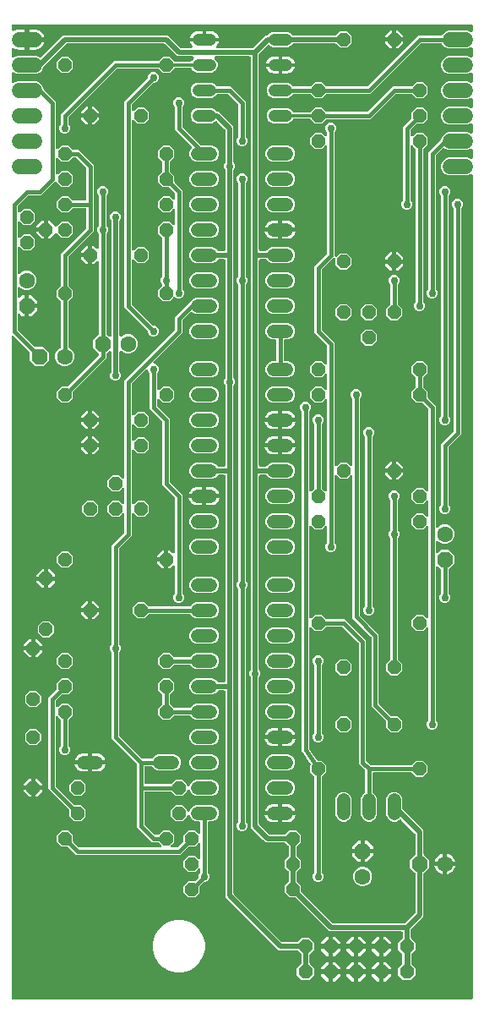
<source format=gbr>
G04 EAGLE Gerber RS-274X export*
G75*
%MOMM*%
%FSLAX34Y34*%
%LPD*%
%INTop Copper*%
%IPPOS*%
%AMOC8*
5,1,8,0,0,1.08239X$1,22.5*%
G01*
%ADD10P,1.732040X8X202.500000*%
%ADD11C,1.600200*%
%ADD12P,1.732040X8X112.500000*%
%ADD13P,1.539592X8X22.500000*%
%ADD14P,1.429621X8X202.500000*%
%ADD15P,1.429621X8X22.500000*%
%ADD16P,1.429621X8X292.500000*%
%ADD17C,1.320800*%
%ADD18P,1.732040X8X292.500000*%
%ADD19P,1.429621X8X112.500000*%
%ADD20C,1.524000*%
%ADD21C,1.208000*%
%ADD22C,0.756400*%
%ADD23C,0.508000*%
%ADD24C,0.609600*%
%ADD25C,0.304800*%
%ADD26C,0.406400*%

G36*
X470942Y10164D02*
X470942Y10164D01*
X470968Y10162D01*
X471115Y10184D01*
X471262Y10201D01*
X471287Y10209D01*
X471313Y10213D01*
X471451Y10268D01*
X471590Y10318D01*
X471612Y10332D01*
X471637Y10342D01*
X471758Y10427D01*
X471883Y10507D01*
X471901Y10526D01*
X471923Y10541D01*
X472022Y10651D01*
X472125Y10758D01*
X472139Y10780D01*
X472156Y10800D01*
X472228Y10930D01*
X472304Y11057D01*
X472312Y11082D01*
X472325Y11105D01*
X472365Y11248D01*
X472410Y11389D01*
X472412Y11415D01*
X472420Y11440D01*
X472439Y11684D01*
X472439Y835559D01*
X472428Y835659D01*
X472426Y835760D01*
X472408Y835832D01*
X472399Y835905D01*
X472365Y836000D01*
X472341Y836098D01*
X472307Y836164D01*
X472282Y836234D01*
X472227Y836318D01*
X472181Y836408D01*
X472133Y836464D01*
X472093Y836526D01*
X472020Y836596D01*
X471955Y836673D01*
X471896Y836717D01*
X471842Y836769D01*
X471756Y836820D01*
X471675Y836880D01*
X471607Y836909D01*
X471543Y836947D01*
X471447Y836978D01*
X471355Y837018D01*
X471282Y837031D01*
X471211Y837054D01*
X471111Y837062D01*
X471012Y837079D01*
X470938Y837076D01*
X470864Y837082D01*
X470764Y837067D01*
X470664Y837061D01*
X470593Y837041D01*
X470519Y837030D01*
X470426Y836993D01*
X470329Y836965D01*
X470264Y836929D01*
X470195Y836901D01*
X470114Y836845D01*
X466639Y835405D01*
X447761Y835405D01*
X444400Y836798D01*
X441828Y839370D01*
X440435Y842731D01*
X440435Y846369D01*
X441828Y849730D01*
X444400Y852302D01*
X447761Y853695D01*
X466639Y853695D01*
X470088Y852266D01*
X470112Y852247D01*
X470203Y852204D01*
X470289Y852153D01*
X470359Y852130D01*
X470427Y852098D01*
X470525Y852077D01*
X470621Y852046D01*
X470695Y852040D01*
X470767Y852025D01*
X470868Y852026D01*
X470968Y852018D01*
X471042Y852029D01*
X471116Y852031D01*
X471213Y852055D01*
X471313Y852070D01*
X471382Y852098D01*
X471454Y852116D01*
X471543Y852162D01*
X471637Y852199D01*
X471698Y852241D01*
X471764Y852275D01*
X471840Y852340D01*
X471923Y852398D01*
X471973Y852453D01*
X472029Y852501D01*
X472089Y852582D01*
X472156Y852657D01*
X472192Y852721D01*
X472236Y852781D01*
X472276Y852873D01*
X472325Y852962D01*
X472345Y853033D01*
X472374Y853101D01*
X472392Y853200D01*
X472420Y853297D01*
X472428Y853397D01*
X472436Y853444D01*
X472434Y853480D01*
X472439Y853541D01*
X472439Y860959D01*
X472428Y861059D01*
X472426Y861160D01*
X472408Y861232D01*
X472399Y861305D01*
X472365Y861400D01*
X472341Y861498D01*
X472307Y861564D01*
X472282Y861634D01*
X472227Y861718D01*
X472181Y861808D01*
X472133Y861864D01*
X472093Y861926D01*
X472020Y861996D01*
X471955Y862073D01*
X471896Y862117D01*
X471842Y862169D01*
X471756Y862220D01*
X471675Y862280D01*
X471607Y862309D01*
X471543Y862347D01*
X471447Y862378D01*
X471355Y862418D01*
X471282Y862431D01*
X471211Y862454D01*
X471111Y862462D01*
X471012Y862479D01*
X470938Y862476D01*
X470864Y862482D01*
X470764Y862467D01*
X470664Y862461D01*
X470593Y862441D01*
X470519Y862430D01*
X470426Y862393D01*
X470329Y862365D01*
X470264Y862329D01*
X470195Y862301D01*
X470114Y862245D01*
X466639Y860805D01*
X447761Y860805D01*
X444400Y862198D01*
X444166Y862432D01*
X444145Y862448D01*
X444128Y862468D01*
X444009Y862556D01*
X443893Y862648D01*
X443869Y862659D01*
X443848Y862675D01*
X443712Y862734D01*
X443578Y862797D01*
X443552Y862803D01*
X443528Y862813D01*
X443382Y862839D01*
X443237Y862871D01*
X443211Y862870D01*
X443185Y862875D01*
X443036Y862867D01*
X442889Y862865D01*
X442863Y862858D01*
X442837Y862857D01*
X442694Y862816D01*
X442551Y862780D01*
X442527Y862768D01*
X442502Y862760D01*
X442373Y862688D01*
X442241Y862620D01*
X442221Y862603D01*
X442198Y862590D01*
X442012Y862432D01*
X435803Y856223D01*
X435724Y856124D01*
X435640Y856030D01*
X435616Y855988D01*
X435586Y855950D01*
X435532Y855836D01*
X435471Y855725D01*
X435458Y855678D01*
X435437Y855635D01*
X435411Y855511D01*
X435376Y855390D01*
X435371Y855329D01*
X435364Y855294D01*
X435365Y855246D01*
X435357Y855146D01*
X435357Y722129D01*
X435371Y722003D01*
X435378Y721877D01*
X435391Y721831D01*
X435397Y721783D01*
X435439Y721664D01*
X435474Y721542D01*
X435498Y721500D01*
X435514Y721455D01*
X435583Y721349D01*
X435644Y721238D01*
X435684Y721192D01*
X435703Y721162D01*
X435738Y721128D01*
X435803Y721052D01*
X436299Y720556D01*
X437107Y718606D01*
X437107Y716494D01*
X436299Y714544D01*
X434806Y713051D01*
X432856Y712243D01*
X430744Y712243D01*
X428794Y713051D01*
X427301Y714544D01*
X426493Y716494D01*
X426493Y718606D01*
X427301Y720556D01*
X427797Y721052D01*
X427876Y721151D01*
X427960Y721245D01*
X427984Y721287D01*
X428014Y721325D01*
X428068Y721439D01*
X428129Y721550D01*
X428142Y721596D01*
X428163Y721640D01*
X428189Y721763D01*
X428224Y721885D01*
X428229Y721946D01*
X428236Y721981D01*
X428235Y722029D01*
X428243Y722129D01*
X428243Y858723D01*
X439989Y870469D01*
X440068Y870568D01*
X440152Y870662D01*
X440176Y870704D01*
X440206Y870742D01*
X440260Y870856D01*
X440321Y870967D01*
X440334Y871014D01*
X440355Y871057D01*
X440381Y871181D01*
X440416Y871302D01*
X440421Y871363D01*
X440428Y871398D01*
X440427Y871446D01*
X440435Y871546D01*
X440435Y871769D01*
X441828Y875130D01*
X444400Y877702D01*
X447761Y879095D01*
X466639Y879095D01*
X470088Y877666D01*
X470112Y877647D01*
X470203Y877604D01*
X470289Y877553D01*
X470359Y877530D01*
X470427Y877498D01*
X470525Y877477D01*
X470621Y877446D01*
X470695Y877440D01*
X470767Y877425D01*
X470868Y877426D01*
X470968Y877418D01*
X471042Y877429D01*
X471116Y877431D01*
X471213Y877455D01*
X471313Y877470D01*
X471382Y877498D01*
X471454Y877516D01*
X471543Y877562D01*
X471637Y877599D01*
X471698Y877641D01*
X471764Y877675D01*
X471840Y877740D01*
X471923Y877798D01*
X471973Y877853D01*
X472029Y877901D01*
X472089Y877982D01*
X472156Y878057D01*
X472192Y878121D01*
X472236Y878181D01*
X472276Y878273D01*
X472325Y878362D01*
X472345Y878433D01*
X472374Y878501D01*
X472392Y878600D01*
X472420Y878697D01*
X472428Y878797D01*
X472436Y878844D01*
X472434Y878880D01*
X472439Y878941D01*
X472439Y886359D01*
X472428Y886459D01*
X472426Y886560D01*
X472408Y886632D01*
X472399Y886705D01*
X472365Y886800D01*
X472341Y886898D01*
X472307Y886964D01*
X472282Y887034D01*
X472227Y887118D01*
X472181Y887208D01*
X472133Y887264D01*
X472093Y887326D01*
X472020Y887396D01*
X471955Y887473D01*
X471896Y887517D01*
X471842Y887569D01*
X471756Y887620D01*
X471675Y887680D01*
X471607Y887709D01*
X471543Y887747D01*
X471447Y887778D01*
X471355Y887818D01*
X471282Y887831D01*
X471211Y887854D01*
X471111Y887862D01*
X471012Y887879D01*
X470938Y887876D01*
X470864Y887882D01*
X470764Y887867D01*
X470664Y887861D01*
X470593Y887841D01*
X470519Y887830D01*
X470426Y887793D01*
X470329Y887765D01*
X470264Y887729D01*
X470195Y887701D01*
X470114Y887645D01*
X466639Y886205D01*
X447761Y886205D01*
X444400Y887598D01*
X441828Y890170D01*
X440435Y893531D01*
X440435Y897169D01*
X441828Y900530D01*
X444400Y903102D01*
X447761Y904495D01*
X466639Y904495D01*
X470088Y903066D01*
X470112Y903047D01*
X470203Y903004D01*
X470289Y902953D01*
X470359Y902930D01*
X470427Y902898D01*
X470525Y902877D01*
X470621Y902846D01*
X470695Y902840D01*
X470767Y902825D01*
X470868Y902826D01*
X470968Y902818D01*
X471042Y902829D01*
X471116Y902831D01*
X471213Y902855D01*
X471313Y902870D01*
X471382Y902898D01*
X471454Y902916D01*
X471543Y902962D01*
X471637Y902999D01*
X471698Y903041D01*
X471764Y903075D01*
X471840Y903140D01*
X471923Y903198D01*
X471973Y903253D01*
X472029Y903301D01*
X472089Y903382D01*
X472156Y903457D01*
X472192Y903521D01*
X472236Y903581D01*
X472276Y903673D01*
X472325Y903762D01*
X472345Y903833D01*
X472374Y903901D01*
X472392Y904000D01*
X472420Y904097D01*
X472428Y904197D01*
X472436Y904244D01*
X472434Y904280D01*
X472439Y904341D01*
X472439Y911759D01*
X472428Y911859D01*
X472426Y911960D01*
X472408Y912032D01*
X472399Y912105D01*
X472365Y912200D01*
X472341Y912298D01*
X472307Y912364D01*
X472282Y912434D01*
X472227Y912518D01*
X472181Y912608D01*
X472133Y912664D01*
X472093Y912726D01*
X472020Y912796D01*
X471955Y912873D01*
X471896Y912917D01*
X471842Y912969D01*
X471756Y913020D01*
X471675Y913080D01*
X471607Y913109D01*
X471543Y913147D01*
X471447Y913178D01*
X471355Y913218D01*
X471282Y913231D01*
X471211Y913254D01*
X471111Y913262D01*
X471012Y913279D01*
X470938Y913276D01*
X470864Y913282D01*
X470764Y913267D01*
X470664Y913261D01*
X470593Y913241D01*
X470519Y913230D01*
X470426Y913193D01*
X470329Y913165D01*
X470264Y913129D01*
X470195Y913101D01*
X470114Y913045D01*
X466639Y911605D01*
X447761Y911605D01*
X444400Y912998D01*
X441828Y915570D01*
X440435Y918931D01*
X440435Y922569D01*
X441828Y925930D01*
X444400Y928502D01*
X447761Y929895D01*
X466639Y929895D01*
X470088Y928466D01*
X470112Y928447D01*
X470203Y928404D01*
X470289Y928353D01*
X470359Y928330D01*
X470427Y928298D01*
X470525Y928277D01*
X470621Y928246D01*
X470695Y928240D01*
X470767Y928225D01*
X470868Y928226D01*
X470968Y928218D01*
X471042Y928229D01*
X471116Y928231D01*
X471213Y928255D01*
X471313Y928270D01*
X471382Y928298D01*
X471454Y928316D01*
X471543Y928362D01*
X471637Y928399D01*
X471698Y928441D01*
X471764Y928475D01*
X471840Y928540D01*
X471923Y928598D01*
X471973Y928653D01*
X472029Y928701D01*
X472089Y928782D01*
X472156Y928857D01*
X472192Y928921D01*
X472236Y928981D01*
X472276Y929073D01*
X472325Y929162D01*
X472345Y929233D01*
X472374Y929301D01*
X472392Y929400D01*
X472420Y929497D01*
X472428Y929597D01*
X472436Y929644D01*
X472434Y929680D01*
X472439Y929741D01*
X472439Y937159D01*
X472428Y937259D01*
X472426Y937360D01*
X472408Y937432D01*
X472399Y937505D01*
X472365Y937600D01*
X472341Y937698D01*
X472307Y937764D01*
X472282Y937834D01*
X472227Y937918D01*
X472181Y938008D01*
X472133Y938064D01*
X472093Y938126D01*
X472020Y938196D01*
X471955Y938273D01*
X471896Y938317D01*
X471842Y938369D01*
X471756Y938420D01*
X471675Y938480D01*
X471607Y938509D01*
X471543Y938547D01*
X471447Y938578D01*
X471355Y938618D01*
X471282Y938631D01*
X471211Y938654D01*
X471111Y938662D01*
X471012Y938679D01*
X470938Y938676D01*
X470864Y938682D01*
X470764Y938667D01*
X470664Y938661D01*
X470593Y938641D01*
X470519Y938630D01*
X470426Y938593D01*
X470329Y938565D01*
X470264Y938529D01*
X470195Y938501D01*
X470114Y938445D01*
X466639Y937005D01*
X447761Y937005D01*
X444400Y938398D01*
X441828Y940970D01*
X440435Y944331D01*
X440435Y947969D01*
X441828Y951330D01*
X444400Y953902D01*
X447761Y955295D01*
X466639Y955295D01*
X470088Y953866D01*
X470112Y953847D01*
X470203Y953804D01*
X470289Y953753D01*
X470359Y953730D01*
X470427Y953698D01*
X470525Y953677D01*
X470621Y953646D01*
X470695Y953640D01*
X470767Y953625D01*
X470868Y953626D01*
X470968Y953618D01*
X471042Y953629D01*
X471116Y953631D01*
X471213Y953655D01*
X471313Y953670D01*
X471382Y953698D01*
X471454Y953716D01*
X471543Y953762D01*
X471637Y953799D01*
X471698Y953841D01*
X471764Y953875D01*
X471840Y953940D01*
X471923Y953998D01*
X471973Y954053D01*
X472029Y954101D01*
X472089Y954182D01*
X472156Y954257D01*
X472192Y954321D01*
X472236Y954381D01*
X472276Y954473D01*
X472325Y954562D01*
X472345Y954633D01*
X472374Y954701D01*
X472392Y954800D01*
X472420Y954897D01*
X472428Y954997D01*
X472436Y955044D01*
X472434Y955080D01*
X472439Y955141D01*
X472439Y962559D01*
X472428Y962659D01*
X472426Y962760D01*
X472408Y962832D01*
X472399Y962905D01*
X472365Y963000D01*
X472341Y963098D01*
X472307Y963164D01*
X472282Y963234D01*
X472227Y963318D01*
X472181Y963408D01*
X472133Y963464D01*
X472093Y963526D01*
X472020Y963596D01*
X471955Y963673D01*
X471896Y963717D01*
X471842Y963769D01*
X471756Y963820D01*
X471675Y963880D01*
X471607Y963909D01*
X471543Y963947D01*
X471447Y963978D01*
X471355Y964018D01*
X471282Y964031D01*
X471211Y964054D01*
X471111Y964062D01*
X471012Y964079D01*
X470938Y964076D01*
X470864Y964082D01*
X470764Y964067D01*
X470664Y964061D01*
X470593Y964041D01*
X470519Y964030D01*
X470426Y963993D01*
X470329Y963965D01*
X470264Y963929D01*
X470195Y963901D01*
X470114Y963845D01*
X466639Y962405D01*
X447761Y962405D01*
X444400Y963798D01*
X441827Y966370D01*
X441545Y967053D01*
X441507Y967120D01*
X441479Y967191D01*
X441423Y967271D01*
X441375Y967358D01*
X441324Y967414D01*
X441280Y967477D01*
X441207Y967543D01*
X441141Y967616D01*
X441078Y967659D01*
X441021Y967710D01*
X440935Y967758D01*
X440854Y967814D01*
X440783Y967842D01*
X440716Y967879D01*
X440622Y967906D01*
X440530Y967942D01*
X440455Y967953D01*
X440381Y967974D01*
X440232Y967986D01*
X440185Y967993D01*
X440166Y967991D01*
X440137Y967993D01*
X421204Y967993D01*
X421079Y967979D01*
X420952Y967972D01*
X420906Y967959D01*
X420858Y967953D01*
X420739Y967911D01*
X420618Y967876D01*
X420575Y967852D01*
X420530Y967836D01*
X420424Y967767D01*
X420313Y967706D01*
X420267Y967666D01*
X420237Y967647D01*
X420204Y967612D01*
X420127Y967547D01*
X369773Y917193D01*
X326070Y917193D01*
X325944Y917179D01*
X325818Y917172D01*
X325772Y917159D01*
X325724Y917153D01*
X325605Y917111D01*
X325483Y917076D01*
X325441Y917052D01*
X325396Y917036D01*
X325289Y916967D01*
X325179Y916906D01*
X325133Y916866D01*
X325103Y916847D01*
X325069Y916812D01*
X324993Y916747D01*
X320867Y912621D01*
X314133Y912621D01*
X310007Y916747D01*
X309908Y916826D01*
X309814Y916910D01*
X309772Y916934D01*
X309734Y916964D01*
X309620Y917018D01*
X309509Y917079D01*
X309463Y917092D01*
X309419Y917113D01*
X309296Y917139D01*
X309174Y917174D01*
X309113Y917179D01*
X309078Y917186D01*
X309030Y917185D01*
X308930Y917193D01*
X293173Y917193D01*
X293097Y917185D01*
X293020Y917186D01*
X292924Y917165D01*
X292826Y917153D01*
X292754Y917128D01*
X292679Y917111D01*
X292591Y917069D01*
X292498Y917036D01*
X292434Y916994D01*
X292365Y916961D01*
X292288Y916900D01*
X292205Y916847D01*
X292152Y916792D01*
X292092Y916744D01*
X292032Y916667D01*
X291963Y916596D01*
X291932Y916544D01*
X289725Y914337D01*
X286945Y913185D01*
X271855Y913185D01*
X269075Y914337D01*
X266947Y916465D01*
X265795Y919245D01*
X265795Y922255D01*
X266947Y925035D01*
X269075Y927163D01*
X271855Y928315D01*
X286945Y928315D01*
X289725Y927163D01*
X291921Y924968D01*
X291934Y924943D01*
X291986Y924886D01*
X292030Y924823D01*
X292102Y924757D01*
X292168Y924684D01*
X292232Y924641D01*
X292288Y924590D01*
X292374Y924542D01*
X292455Y924486D01*
X292526Y924458D01*
X292593Y924421D01*
X292688Y924394D01*
X292779Y924358D01*
X292855Y924347D01*
X292929Y924326D01*
X293078Y924314D01*
X293124Y924308D01*
X293143Y924309D01*
X293173Y924307D01*
X308930Y924307D01*
X309056Y924321D01*
X309182Y924328D01*
X309228Y924341D01*
X309276Y924347D01*
X309395Y924389D01*
X309517Y924424D01*
X309559Y924448D01*
X309604Y924464D01*
X309711Y924533D01*
X309821Y924594D01*
X309867Y924634D01*
X309897Y924653D01*
X309931Y924688D01*
X310007Y924753D01*
X314133Y928879D01*
X320867Y928879D01*
X324993Y924753D01*
X325092Y924674D01*
X325186Y924590D01*
X325228Y924566D01*
X325266Y924536D01*
X325380Y924482D01*
X325491Y924421D01*
X325537Y924408D01*
X325581Y924387D01*
X325704Y924361D01*
X325826Y924326D01*
X325887Y924321D01*
X325922Y924314D01*
X325970Y924315D01*
X326070Y924307D01*
X366196Y924307D01*
X366321Y924321D01*
X366448Y924328D01*
X366494Y924341D01*
X366542Y924347D01*
X366661Y924389D01*
X366782Y924424D01*
X366825Y924448D01*
X366870Y924464D01*
X366976Y924533D01*
X367087Y924594D01*
X367133Y924634D01*
X367163Y924653D01*
X367196Y924688D01*
X367273Y924753D01*
X417627Y975107D01*
X440137Y975107D01*
X440213Y975115D01*
X440290Y975114D01*
X440386Y975135D01*
X440483Y975147D01*
X440555Y975172D01*
X440630Y975189D01*
X440719Y975231D01*
X440812Y975264D01*
X440876Y975306D01*
X440945Y975338D01*
X441022Y975400D01*
X441104Y975453D01*
X441158Y975508D01*
X441217Y975556D01*
X441278Y975633D01*
X441347Y975704D01*
X441386Y975769D01*
X441433Y975829D01*
X441501Y975962D01*
X441525Y976003D01*
X441531Y976021D01*
X441545Y976047D01*
X441827Y976730D01*
X444400Y979302D01*
X447761Y980695D01*
X466639Y980695D01*
X470088Y979266D01*
X470112Y979247D01*
X470203Y979204D01*
X470289Y979153D01*
X470359Y979130D01*
X470427Y979098D01*
X470525Y979077D01*
X470621Y979046D01*
X470695Y979040D01*
X470767Y979025D01*
X470868Y979026D01*
X470968Y979018D01*
X471042Y979029D01*
X471116Y979031D01*
X471213Y979055D01*
X471313Y979070D01*
X471382Y979098D01*
X471454Y979116D01*
X471543Y979162D01*
X471637Y979199D01*
X471698Y979241D01*
X471764Y979275D01*
X471840Y979340D01*
X471923Y979398D01*
X471973Y979453D01*
X472029Y979501D01*
X472089Y979582D01*
X472156Y979657D01*
X472192Y979721D01*
X472236Y979781D01*
X472276Y979873D01*
X472325Y979962D01*
X472345Y980033D01*
X472374Y980101D01*
X472392Y980200D01*
X472420Y980297D01*
X472428Y980397D01*
X472436Y980444D01*
X472434Y980480D01*
X472439Y980541D01*
X472439Y985264D01*
X472436Y985290D01*
X472438Y985316D01*
X472416Y985463D01*
X472399Y985610D01*
X472391Y985635D01*
X472387Y985661D01*
X472332Y985798D01*
X472282Y985938D01*
X472268Y985960D01*
X472258Y985985D01*
X472173Y986106D01*
X472093Y986231D01*
X472074Y986249D01*
X472059Y986271D01*
X471949Y986370D01*
X471842Y986473D01*
X471819Y986487D01*
X471800Y986504D01*
X471671Y986576D01*
X471543Y986652D01*
X471518Y986660D01*
X471495Y986673D01*
X471352Y986713D01*
X471211Y986758D01*
X471185Y986760D01*
X471159Y986767D01*
X470916Y986787D01*
X11684Y986692D01*
X11658Y986689D01*
X11632Y986691D01*
X11485Y986669D01*
X11337Y986652D01*
X11313Y986643D01*
X11287Y986639D01*
X11149Y986584D01*
X11009Y986534D01*
X10987Y986520D01*
X10963Y986510D01*
X10842Y986426D01*
X10717Y986345D01*
X10698Y986326D01*
X10677Y986311D01*
X10578Y986202D01*
X10474Y986094D01*
X10461Y986072D01*
X10444Y986053D01*
X10372Y985923D01*
X10296Y985795D01*
X10288Y985770D01*
X10275Y985748D01*
X10235Y985605D01*
X10190Y985463D01*
X10187Y985437D01*
X10180Y985412D01*
X10161Y985168D01*
X10161Y981557D01*
X10165Y981521D01*
X10162Y981486D01*
X10185Y981349D01*
X10201Y981211D01*
X10213Y981177D01*
X10218Y981142D01*
X10271Y981013D01*
X10318Y980883D01*
X10338Y980853D01*
X10351Y980819D01*
X10432Y980707D01*
X10507Y980590D01*
X10533Y980565D01*
X10554Y980536D01*
X10658Y980444D01*
X10758Y980348D01*
X10789Y980329D01*
X10816Y980306D01*
X10938Y980240D01*
X11057Y980169D01*
X11091Y980158D01*
X11123Y980141D01*
X11257Y980105D01*
X11389Y980063D01*
X11425Y980060D01*
X11459Y980051D01*
X11598Y980046D01*
X11736Y980035D01*
X11772Y980040D01*
X11808Y980039D01*
X11944Y980066D01*
X12081Y980086D01*
X12114Y980100D01*
X12149Y980107D01*
X12376Y980200D01*
X13880Y980966D01*
X15401Y981461D01*
X16980Y981711D01*
X22861Y981711D01*
X22861Y972566D01*
X22864Y972540D01*
X22862Y972514D01*
X22884Y972367D01*
X22901Y972220D01*
X22909Y972195D01*
X22913Y972169D01*
X22968Y972032D01*
X23018Y971892D01*
X23032Y971870D01*
X23042Y971845D01*
X23127Y971724D01*
X23207Y971599D01*
X23226Y971581D01*
X23241Y971559D01*
X23257Y971545D01*
X23175Y971460D01*
X23161Y971437D01*
X23144Y971418D01*
X23072Y971288D01*
X22996Y971161D01*
X22988Y971136D01*
X22975Y971113D01*
X22935Y970970D01*
X22890Y970829D01*
X22887Y970803D01*
X22880Y970778D01*
X22861Y970534D01*
X22861Y961389D01*
X16980Y961389D01*
X15401Y961639D01*
X13880Y962134D01*
X12376Y962900D01*
X12342Y962913D01*
X12311Y962931D01*
X12179Y962973D01*
X12049Y963022D01*
X12013Y963026D01*
X11979Y963037D01*
X11841Y963048D01*
X11703Y963066D01*
X11668Y963062D01*
X11632Y963065D01*
X11495Y963045D01*
X11357Y963031D01*
X11323Y963019D01*
X11287Y963014D01*
X11158Y962962D01*
X11027Y962917D01*
X10997Y962898D01*
X10963Y962885D01*
X10849Y962806D01*
X10732Y962732D01*
X10707Y962706D01*
X10677Y962686D01*
X10584Y962583D01*
X10487Y962484D01*
X10468Y962454D01*
X10444Y962427D01*
X10376Y962306D01*
X10304Y962188D01*
X10292Y962153D01*
X10275Y962122D01*
X10237Y961989D01*
X10193Y961857D01*
X10190Y961821D01*
X10180Y961787D01*
X10161Y961543D01*
X10161Y955141D01*
X10172Y955041D01*
X10174Y954940D01*
X10192Y954868D01*
X10201Y954795D01*
X10235Y954700D01*
X10259Y954602D01*
X10293Y954536D01*
X10318Y954466D01*
X10373Y954382D01*
X10419Y954292D01*
X10467Y954236D01*
X10507Y954174D01*
X10580Y954104D01*
X10645Y954027D01*
X10704Y953983D01*
X10758Y953931D01*
X10844Y953880D01*
X10925Y953820D01*
X10993Y953791D01*
X11057Y953753D01*
X11153Y953722D01*
X11245Y953682D01*
X11318Y953669D01*
X11389Y953646D01*
X11489Y953638D01*
X11588Y953621D01*
X11662Y953624D01*
X11736Y953618D01*
X11836Y953633D01*
X11936Y953639D01*
X12007Y953659D01*
X12081Y953670D01*
X12174Y953707D01*
X12271Y953735D01*
X12336Y953771D01*
X12405Y953799D01*
X12486Y953855D01*
X15961Y955295D01*
X34839Y955295D01*
X38268Y953874D01*
X38348Y953811D01*
X38372Y953800D01*
X38393Y953784D01*
X38529Y953725D01*
X38663Y953662D01*
X38689Y953657D01*
X38713Y953646D01*
X38859Y953620D01*
X39004Y953589D01*
X39030Y953589D01*
X39056Y953584D01*
X39204Y953592D01*
X39352Y953595D01*
X39378Y953601D01*
X39404Y953602D01*
X39546Y953643D01*
X39690Y953680D01*
X39714Y953692D01*
X39739Y953699D01*
X39868Y953771D01*
X40000Y953839D01*
X40020Y953856D01*
X40043Y953869D01*
X40229Y954028D01*
X61816Y975615D01*
X166784Y975615D01*
X179038Y963361D01*
X179137Y963282D01*
X179230Y963198D01*
X179273Y963174D01*
X179311Y963144D01*
X179425Y963090D01*
X179535Y963029D01*
X179582Y963016D01*
X179626Y962995D01*
X179749Y962969D01*
X179871Y962934D01*
X179932Y962929D01*
X179966Y962922D01*
X180014Y962923D01*
X180115Y962915D01*
X189983Y962915D01*
X190083Y962926D01*
X190183Y962928D01*
X190255Y962946D01*
X190329Y962955D01*
X190424Y962988D01*
X190521Y963013D01*
X190587Y963047D01*
X190657Y963072D01*
X190742Y963127D01*
X190831Y963173D01*
X190887Y963221D01*
X190950Y963261D01*
X191020Y963333D01*
X191096Y963398D01*
X191140Y963458D01*
X191192Y963512D01*
X191244Y963598D01*
X191303Y963679D01*
X191333Y963747D01*
X191371Y963811D01*
X191402Y963906D01*
X191441Y963999D01*
X191455Y964072D01*
X191477Y964143D01*
X191485Y964243D01*
X191503Y964342D01*
X191499Y964416D01*
X191505Y964490D01*
X191490Y964589D01*
X191485Y964690D01*
X191465Y964761D01*
X191454Y964835D01*
X191416Y964928D01*
X191389Y965025D01*
X191352Y965090D01*
X191325Y965159D01*
X191267Y965241D01*
X191218Y965329D01*
X191153Y965405D01*
X191126Y965445D01*
X191099Y965469D01*
X191060Y965515D01*
X190495Y966080D01*
X189556Y967485D01*
X188909Y969047D01*
X188759Y969801D01*
X202974Y969801D01*
X203000Y969804D01*
X203026Y969802D01*
X203171Y969823D01*
X203182Y969820D01*
X203426Y969801D01*
X217641Y969801D01*
X217491Y969047D01*
X216844Y967485D01*
X215905Y966080D01*
X215340Y965515D01*
X215278Y965437D01*
X215208Y965364D01*
X215170Y965300D01*
X215123Y965242D01*
X215080Y965151D01*
X215029Y965065D01*
X215006Y964994D01*
X214975Y964927D01*
X214953Y964829D01*
X214923Y964733D01*
X214917Y964659D01*
X214901Y964586D01*
X214903Y964486D01*
X214895Y964386D01*
X214906Y964312D01*
X214907Y964238D01*
X214932Y964141D01*
X214946Y964041D01*
X214974Y963972D01*
X214992Y963900D01*
X215038Y963811D01*
X215075Y963717D01*
X215118Y963656D01*
X215152Y963590D01*
X215217Y963513D01*
X215274Y963431D01*
X215329Y963381D01*
X215378Y963325D01*
X215458Y963265D01*
X215533Y963198D01*
X215598Y963162D01*
X215658Y963117D01*
X215750Y963078D01*
X215838Y963029D01*
X215910Y963009D01*
X215978Y962979D01*
X216077Y962962D01*
X216173Y962934D01*
X216273Y962926D01*
X216321Y962918D01*
X216357Y962920D01*
X216417Y962915D01*
X251685Y962915D01*
X251811Y962929D01*
X251937Y962936D01*
X251984Y962949D01*
X252032Y962955D01*
X252151Y962997D01*
X252272Y963032D01*
X252314Y963056D01*
X252360Y963072D01*
X252466Y963141D01*
X252576Y963202D01*
X252622Y963242D01*
X252652Y963261D01*
X252686Y963296D01*
X252762Y963361D01*
X265016Y975615D01*
X266096Y975615D01*
X266221Y975629D01*
X266347Y975636D01*
X266394Y975649D01*
X266442Y975655D01*
X266561Y975697D01*
X266682Y975732D01*
X266724Y975756D01*
X266770Y975772D01*
X266876Y975841D01*
X266986Y975902D01*
X267033Y975942D01*
X267063Y975961D01*
X267096Y975996D01*
X267173Y976061D01*
X269075Y977963D01*
X271855Y979115D01*
X286945Y979115D01*
X289725Y977963D01*
X291627Y976061D01*
X291726Y975982D01*
X291820Y975898D01*
X291862Y975874D01*
X291900Y975844D01*
X292014Y975790D01*
X292125Y975729D01*
X292172Y975716D01*
X292215Y975695D01*
X292339Y975669D01*
X292461Y975634D01*
X292521Y975629D01*
X292556Y975622D01*
X292604Y975623D01*
X292704Y975615D01*
X334838Y975615D01*
X334964Y975629D01*
X335090Y975636D01*
X335136Y975649D01*
X335184Y975655D01*
X335303Y975697D01*
X335425Y975732D01*
X335467Y975756D01*
X335512Y975772D01*
X335619Y975841D01*
X335729Y975902D01*
X335775Y975942D01*
X335805Y975961D01*
X335839Y975996D01*
X335915Y976061D01*
X339533Y979679D01*
X346267Y979679D01*
X351029Y974917D01*
X351029Y968183D01*
X346267Y963421D01*
X339533Y963421D01*
X335915Y967039D01*
X335816Y967118D01*
X335722Y967202D01*
X335680Y967226D01*
X335642Y967256D01*
X335528Y967310D01*
X335417Y967371D01*
X335371Y967384D01*
X335327Y967405D01*
X335204Y967431D01*
X335082Y967466D01*
X335021Y967471D01*
X334986Y967478D01*
X334938Y967477D01*
X334838Y967485D01*
X292704Y967485D01*
X292579Y967471D01*
X292453Y967464D01*
X292406Y967451D01*
X292358Y967445D01*
X292239Y967403D01*
X292118Y967368D01*
X292076Y967344D01*
X292030Y967328D01*
X291924Y967259D01*
X291814Y967198D01*
X291767Y967158D01*
X291737Y967139D01*
X291704Y967104D01*
X291627Y967039D01*
X289725Y965137D01*
X286945Y963985D01*
X271855Y963985D01*
X269075Y965137D01*
X268632Y965580D01*
X268612Y965596D01*
X268595Y965616D01*
X268475Y965704D01*
X268359Y965796D01*
X268336Y965807D01*
X268314Y965823D01*
X268179Y965882D01*
X268044Y965945D01*
X268018Y965951D01*
X267994Y965961D01*
X267848Y965987D01*
X267703Y966019D01*
X267677Y966018D01*
X267651Y966023D01*
X267503Y966015D01*
X267355Y966013D01*
X267330Y966006D01*
X267303Y966005D01*
X267161Y965964D01*
X267017Y965928D01*
X266994Y965916D01*
X266968Y965908D01*
X266839Y965836D01*
X266707Y965768D01*
X266687Y965751D01*
X266664Y965738D01*
X266478Y965580D01*
X258511Y957612D01*
X258432Y957513D01*
X258348Y957420D01*
X258324Y957377D01*
X258294Y957339D01*
X258240Y957225D01*
X258179Y957115D01*
X258166Y957068D01*
X258145Y957024D01*
X258119Y956901D01*
X258084Y956779D01*
X258079Y956718D01*
X258072Y956684D01*
X258073Y956636D01*
X258065Y956535D01*
X258065Y761238D01*
X258068Y761212D01*
X258066Y761186D01*
X258088Y761039D01*
X258105Y760892D01*
X258113Y760867D01*
X258117Y760841D01*
X258172Y760703D01*
X258222Y760564D01*
X258236Y760542D01*
X258246Y760517D01*
X258331Y760396D01*
X258411Y760271D01*
X258430Y760253D01*
X258445Y760231D01*
X258555Y760132D01*
X258662Y760029D01*
X258684Y760015D01*
X258704Y759998D01*
X258834Y759926D01*
X258961Y759850D01*
X258986Y759842D01*
X259009Y759829D01*
X259152Y759789D01*
X259293Y759744D01*
X259319Y759742D01*
X259344Y759734D01*
X259588Y759715D01*
X264734Y759715D01*
X264860Y759729D01*
X264986Y759736D01*
X265032Y759749D01*
X265080Y759755D01*
X265199Y759797D01*
X265321Y759832D01*
X265363Y759856D01*
X265408Y759872D01*
X265515Y759941D01*
X265625Y760002D01*
X265671Y760042D01*
X265701Y760061D01*
X265735Y760096D01*
X265811Y760161D01*
X268191Y762541D01*
X271179Y763779D01*
X287621Y763779D01*
X290609Y762541D01*
X292895Y760255D01*
X294133Y757267D01*
X294133Y754033D01*
X292895Y751045D01*
X290609Y748759D01*
X287621Y747521D01*
X271179Y747521D01*
X268191Y748759D01*
X265811Y751139D01*
X265712Y751218D01*
X265618Y751302D01*
X265576Y751326D01*
X265538Y751356D01*
X265424Y751410D01*
X265313Y751471D01*
X265267Y751484D01*
X265223Y751505D01*
X265100Y751531D01*
X264978Y751566D01*
X264917Y751571D01*
X264882Y751578D01*
X264834Y751577D01*
X264734Y751585D01*
X259588Y751585D01*
X259562Y751582D01*
X259536Y751584D01*
X259389Y751562D01*
X259242Y751545D01*
X259217Y751537D01*
X259191Y751533D01*
X259053Y751478D01*
X258914Y751428D01*
X258892Y751414D01*
X258867Y751404D01*
X258746Y751319D01*
X258621Y751239D01*
X258603Y751220D01*
X258581Y751205D01*
X258482Y751095D01*
X258379Y750988D01*
X258365Y750966D01*
X258348Y750946D01*
X258276Y750816D01*
X258200Y750689D01*
X258192Y750664D01*
X258179Y750641D01*
X258139Y750498D01*
X258094Y750357D01*
X258092Y750331D01*
X258084Y750306D01*
X258065Y750062D01*
X258065Y545338D01*
X258068Y545312D01*
X258066Y545286D01*
X258088Y545139D01*
X258105Y544992D01*
X258113Y544967D01*
X258117Y544941D01*
X258172Y544803D01*
X258222Y544664D01*
X258236Y544642D01*
X258246Y544617D01*
X258331Y544496D01*
X258411Y544371D01*
X258430Y544353D01*
X258445Y544331D01*
X258555Y544232D01*
X258662Y544129D01*
X258684Y544115D01*
X258704Y544098D01*
X258834Y544026D01*
X258961Y543950D01*
X258986Y543942D01*
X259009Y543929D01*
X259152Y543889D01*
X259293Y543844D01*
X259319Y543842D01*
X259344Y543834D01*
X259588Y543815D01*
X264734Y543815D01*
X264860Y543829D01*
X264986Y543836D01*
X265032Y543849D01*
X265080Y543855D01*
X265199Y543897D01*
X265321Y543932D01*
X265363Y543956D01*
X265408Y543972D01*
X265515Y544041D01*
X265625Y544102D01*
X265671Y544142D01*
X265701Y544161D01*
X265735Y544196D01*
X265811Y544261D01*
X268191Y546641D01*
X271179Y547879D01*
X287621Y547879D01*
X290609Y546641D01*
X292895Y544355D01*
X294133Y541367D01*
X294133Y538133D01*
X292895Y535145D01*
X290609Y532859D01*
X287621Y531621D01*
X271179Y531621D01*
X268191Y532859D01*
X265811Y535239D01*
X265712Y535318D01*
X265618Y535402D01*
X265576Y535426D01*
X265538Y535456D01*
X265424Y535510D01*
X265313Y535571D01*
X265267Y535584D01*
X265223Y535605D01*
X265100Y535631D01*
X264978Y535666D01*
X264917Y535671D01*
X264882Y535678D01*
X264834Y535677D01*
X264734Y535685D01*
X259588Y535685D01*
X259562Y535682D01*
X259536Y535684D01*
X259389Y535662D01*
X259242Y535645D01*
X259217Y535637D01*
X259191Y535633D01*
X259053Y535578D01*
X258914Y535528D01*
X258892Y535514D01*
X258867Y535504D01*
X258746Y535419D01*
X258621Y535339D01*
X258603Y535320D01*
X258581Y535305D01*
X258482Y535195D01*
X258379Y535088D01*
X258365Y535066D01*
X258348Y535046D01*
X258276Y534916D01*
X258200Y534789D01*
X258192Y534764D01*
X258179Y534741D01*
X258139Y534598D01*
X258094Y534457D01*
X258092Y534431D01*
X258084Y534406D01*
X258065Y534162D01*
X258065Y340621D01*
X258079Y340495D01*
X258086Y340369D01*
X258099Y340323D01*
X258105Y340275D01*
X258147Y340156D01*
X258182Y340034D01*
X258206Y339992D01*
X258222Y339947D01*
X258291Y339841D01*
X258352Y339730D01*
X258392Y339684D01*
X258411Y339654D01*
X258446Y339620D01*
X258497Y339560D01*
X259307Y337606D01*
X259307Y335494D01*
X258496Y333537D01*
X258432Y333457D01*
X258348Y333363D01*
X258324Y333321D01*
X258294Y333283D01*
X258240Y333169D01*
X258179Y333058D01*
X258166Y333012D01*
X258145Y332968D01*
X258119Y332845D01*
X258084Y332723D01*
X258079Y332662D01*
X258072Y332627D01*
X258073Y332579D01*
X258065Y332479D01*
X258065Y186465D01*
X258079Y186339D01*
X258086Y186213D01*
X258099Y186166D01*
X258105Y186118D01*
X258147Y185999D01*
X258182Y185878D01*
X258206Y185836D01*
X258222Y185790D01*
X258291Y185684D01*
X258352Y185574D01*
X258392Y185527D01*
X258411Y185497D01*
X258446Y185464D01*
X258511Y185388D01*
X267938Y175961D01*
X268037Y175882D01*
X268130Y175798D01*
X268173Y175774D01*
X268211Y175744D01*
X268325Y175690D01*
X268435Y175629D01*
X268482Y175616D01*
X268526Y175595D01*
X268649Y175569D01*
X268771Y175534D01*
X268832Y175529D01*
X268866Y175522D01*
X268914Y175523D01*
X269015Y175515D01*
X284038Y175515D01*
X284164Y175529D01*
X284290Y175536D01*
X284336Y175549D01*
X284384Y175555D01*
X284503Y175597D01*
X284625Y175632D01*
X284667Y175656D01*
X284712Y175672D01*
X284819Y175741D01*
X284929Y175802D01*
X284975Y175842D01*
X285005Y175861D01*
X285039Y175896D01*
X285115Y175961D01*
X288733Y179579D01*
X295467Y179579D01*
X300229Y174817D01*
X300229Y168083D01*
X296611Y164465D01*
X296532Y164366D01*
X296448Y164272D01*
X296424Y164230D01*
X296394Y164192D01*
X296340Y164078D01*
X296279Y163967D01*
X296266Y163921D01*
X296245Y163877D01*
X296219Y163754D01*
X296184Y163632D01*
X296179Y163571D01*
X296172Y163536D01*
X296173Y163488D01*
X296165Y163388D01*
X296165Y154112D01*
X296179Y153986D01*
X296186Y153860D01*
X296199Y153814D01*
X296205Y153766D01*
X296247Y153647D01*
X296282Y153525D01*
X296306Y153483D01*
X296322Y153438D01*
X296391Y153331D01*
X296452Y153221D01*
X296492Y153175D01*
X296511Y153145D01*
X296546Y153111D01*
X296611Y153035D01*
X300229Y149417D01*
X300229Y142683D01*
X296611Y139065D01*
X296532Y138966D01*
X296448Y138872D01*
X296424Y138830D01*
X296394Y138792D01*
X296340Y138678D01*
X296279Y138567D01*
X296266Y138521D01*
X296245Y138477D01*
X296219Y138354D01*
X296184Y138232D01*
X296179Y138171D01*
X296172Y138136D01*
X296173Y138088D01*
X296165Y137988D01*
X296165Y128712D01*
X296179Y128586D01*
X296186Y128460D01*
X296199Y128414D01*
X296205Y128366D01*
X296247Y128247D01*
X296282Y128125D01*
X296306Y128083D01*
X296322Y128038D01*
X296391Y127931D01*
X296452Y127821D01*
X296492Y127775D01*
X296511Y127745D01*
X296546Y127711D01*
X296611Y127635D01*
X300229Y124017D01*
X300229Y118901D01*
X300243Y118775D01*
X300250Y118649D01*
X300263Y118602D01*
X300269Y118554D01*
X300311Y118435D01*
X300346Y118314D01*
X300370Y118272D01*
X300386Y118226D01*
X300455Y118120D01*
X300516Y118010D01*
X300556Y117964D01*
X300575Y117934D01*
X300610Y117900D01*
X300675Y117824D01*
X331438Y87061D01*
X331537Y86982D01*
X331630Y86898D01*
X331673Y86874D01*
X331711Y86844D01*
X331825Y86790D01*
X331935Y86729D01*
X331982Y86716D01*
X332026Y86695D01*
X332149Y86669D01*
X332271Y86634D01*
X332332Y86629D01*
X332366Y86622D01*
X332414Y86623D01*
X332515Y86615D01*
X404085Y86615D01*
X404211Y86629D01*
X404337Y86636D01*
X404384Y86649D01*
X404432Y86655D01*
X404551Y86697D01*
X404672Y86732D01*
X404714Y86756D01*
X404760Y86772D01*
X404866Y86841D01*
X404976Y86902D01*
X405022Y86942D01*
X405052Y86961D01*
X405086Y86996D01*
X405162Y87061D01*
X414589Y96488D01*
X414668Y96587D01*
X414752Y96680D01*
X414776Y96723D01*
X414806Y96761D01*
X414860Y96875D01*
X414921Y96985D01*
X414934Y97032D01*
X414955Y97076D01*
X414981Y97199D01*
X415016Y97321D01*
X415021Y97382D01*
X415028Y97416D01*
X415027Y97464D01*
X415035Y97565D01*
X415035Y136012D01*
X415021Y136138D01*
X415014Y136264D01*
X415001Y136311D01*
X414995Y136359D01*
X414953Y136478D01*
X414918Y136599D01*
X414894Y136641D01*
X414878Y136687D01*
X414809Y136793D01*
X414748Y136903D01*
X414708Y136950D01*
X414689Y136980D01*
X414654Y137013D01*
X414589Y137089D01*
X409574Y142104D01*
X409574Y149996D01*
X414589Y155011D01*
X414668Y155110D01*
X414752Y155203D01*
X414776Y155246D01*
X414806Y155284D01*
X414860Y155398D01*
X414921Y155508D01*
X414934Y155555D01*
X414955Y155599D01*
X414981Y155722D01*
X415016Y155844D01*
X415021Y155905D01*
X415028Y155939D01*
X415027Y155987D01*
X415035Y156088D01*
X415035Y175485D01*
X415021Y175611D01*
X415014Y175737D01*
X415001Y175784D01*
X414995Y175832D01*
X414953Y175951D01*
X414918Y176072D01*
X414894Y176114D01*
X414878Y176160D01*
X414809Y176266D01*
X414748Y176376D01*
X414708Y176422D01*
X414689Y176452D01*
X414654Y176486D01*
X414589Y176562D01*
X400953Y190199D01*
X400932Y190215D01*
X400915Y190235D01*
X400796Y190323D01*
X400680Y190415D01*
X400656Y190427D01*
X400635Y190442D01*
X400499Y190501D01*
X400365Y190564D01*
X400339Y190570D01*
X400315Y190580D01*
X400168Y190607D01*
X400024Y190638D01*
X399998Y190637D01*
X399972Y190642D01*
X399823Y190634D01*
X399676Y190632D01*
X399650Y190625D01*
X399624Y190624D01*
X399482Y190583D01*
X399338Y190547D01*
X399314Y190535D01*
X399289Y190527D01*
X399160Y190455D01*
X399028Y190387D01*
X399008Y190370D01*
X398985Y190357D01*
X398799Y190199D01*
X398305Y189705D01*
X395317Y188467D01*
X392083Y188467D01*
X389095Y189705D01*
X386809Y191991D01*
X385571Y194979D01*
X385571Y211421D01*
X386809Y214409D01*
X389095Y216695D01*
X392083Y217933D01*
X395317Y217933D01*
X398305Y216695D01*
X400591Y214409D01*
X401829Y211421D01*
X401829Y201451D01*
X401843Y201325D01*
X401850Y201199D01*
X401863Y201152D01*
X401869Y201104D01*
X401911Y200985D01*
X401946Y200864D01*
X401970Y200822D01*
X401986Y200776D01*
X402055Y200670D01*
X402116Y200560D01*
X402156Y200513D01*
X402175Y200483D01*
X402210Y200450D01*
X402275Y200374D01*
X423165Y179484D01*
X423165Y156088D01*
X423179Y155962D01*
X423186Y155836D01*
X423199Y155789D01*
X423205Y155741D01*
X423247Y155622D01*
X423282Y155501D01*
X423306Y155459D01*
X423322Y155413D01*
X423391Y155307D01*
X423452Y155197D01*
X423492Y155150D01*
X423511Y155120D01*
X423546Y155087D01*
X423611Y155011D01*
X428626Y149996D01*
X428626Y142104D01*
X423611Y137089D01*
X423532Y136990D01*
X423448Y136897D01*
X423424Y136854D01*
X423394Y136816D01*
X423340Y136702D01*
X423279Y136592D01*
X423266Y136545D01*
X423245Y136501D01*
X423219Y136378D01*
X423184Y136256D01*
X423179Y136195D01*
X423172Y136161D01*
X423173Y136113D01*
X423165Y136012D01*
X423165Y93566D01*
X420338Y90739D01*
X410911Y81312D01*
X410832Y81213D01*
X410812Y81191D01*
X410779Y81156D01*
X410774Y81149D01*
X410748Y81120D01*
X410724Y81077D01*
X410694Y81039D01*
X410640Y80925D01*
X410639Y80922D01*
X410600Y80857D01*
X410596Y80845D01*
X410579Y80815D01*
X410566Y80768D01*
X410545Y80724D01*
X410521Y80611D01*
X410494Y80525D01*
X410492Y80506D01*
X410484Y80479D01*
X410479Y80418D01*
X410472Y80384D01*
X410473Y80336D01*
X410465Y80235D01*
X410465Y72280D01*
X410479Y72155D01*
X410486Y72029D01*
X410499Y71982D01*
X410505Y71934D01*
X410547Y71815D01*
X410582Y71694D01*
X410606Y71652D01*
X410622Y71606D01*
X410691Y71500D01*
X410752Y71390D01*
X410792Y71343D01*
X410811Y71313D01*
X410846Y71280D01*
X410911Y71203D01*
X415037Y67077D01*
X415037Y59923D01*
X411419Y56305D01*
X411340Y56206D01*
X411256Y56112D01*
X411232Y56070D01*
X411202Y56032D01*
X411148Y55918D01*
X411087Y55807D01*
X411074Y55760D01*
X411053Y55717D01*
X411027Y55593D01*
X410992Y55471D01*
X410987Y55411D01*
X410980Y55376D01*
X410981Y55328D01*
X410973Y55228D01*
X410973Y46372D01*
X410987Y46247D01*
X410994Y46121D01*
X411007Y46074D01*
X411013Y46026D01*
X411055Y45907D01*
X411090Y45786D01*
X411114Y45743D01*
X411130Y45698D01*
X411199Y45592D01*
X411260Y45482D01*
X411300Y45435D01*
X411319Y45405D01*
X411354Y45372D01*
X411419Y45295D01*
X415037Y41677D01*
X415037Y34523D01*
X409977Y29463D01*
X402823Y29463D01*
X397763Y34523D01*
X397763Y41677D01*
X401381Y45295D01*
X401460Y45394D01*
X401544Y45488D01*
X401568Y45530D01*
X401598Y45568D01*
X401652Y45682D01*
X401713Y45793D01*
X401726Y45840D01*
X401747Y45883D01*
X401773Y46007D01*
X401808Y46129D01*
X401813Y46189D01*
X401820Y46224D01*
X401819Y46272D01*
X401827Y46372D01*
X401827Y55228D01*
X401813Y55353D01*
X401806Y55479D01*
X401793Y55526D01*
X401787Y55574D01*
X401745Y55693D01*
X401710Y55814D01*
X401686Y55857D01*
X401670Y55902D01*
X401601Y56008D01*
X401540Y56118D01*
X401500Y56165D01*
X401481Y56195D01*
X401446Y56228D01*
X401381Y56305D01*
X397763Y59923D01*
X397763Y67077D01*
X401889Y71203D01*
X401968Y71302D01*
X402052Y71396D01*
X402076Y71438D01*
X402106Y71476D01*
X402160Y71590D01*
X402221Y71701D01*
X402234Y71748D01*
X402255Y71791D01*
X402281Y71915D01*
X402316Y72037D01*
X402321Y72097D01*
X402328Y72132D01*
X402327Y72180D01*
X402335Y72280D01*
X402335Y76962D01*
X402332Y76988D01*
X402334Y77014D01*
X402312Y77161D01*
X402295Y77308D01*
X402287Y77333D01*
X402283Y77359D01*
X402228Y77497D01*
X402178Y77636D01*
X402164Y77658D01*
X402154Y77683D01*
X402069Y77804D01*
X401989Y77929D01*
X401970Y77947D01*
X401955Y77969D01*
X401845Y78068D01*
X401738Y78171D01*
X401716Y78185D01*
X401696Y78202D01*
X401566Y78274D01*
X401439Y78350D01*
X401414Y78358D01*
X401391Y78371D01*
X401248Y78411D01*
X401107Y78456D01*
X401081Y78458D01*
X401056Y78466D01*
X400812Y78485D01*
X328516Y78485D01*
X294926Y112075D01*
X294827Y112154D01*
X294734Y112238D01*
X294691Y112262D01*
X294653Y112292D01*
X294539Y112346D01*
X294429Y112407D01*
X294382Y112420D01*
X294338Y112441D01*
X294215Y112467D01*
X294093Y112502D01*
X294032Y112507D01*
X293998Y112514D01*
X293950Y112513D01*
X293849Y112521D01*
X288733Y112521D01*
X283971Y117283D01*
X283971Y124017D01*
X287589Y127635D01*
X287668Y127734D01*
X287752Y127828D01*
X287776Y127870D01*
X287806Y127908D01*
X287860Y128022D01*
X287921Y128133D01*
X287934Y128179D01*
X287955Y128223D01*
X287981Y128346D01*
X288016Y128468D01*
X288021Y128529D01*
X288028Y128564D01*
X288027Y128612D01*
X288035Y128712D01*
X288035Y137988D01*
X288021Y138114D01*
X288014Y138240D01*
X288001Y138286D01*
X287995Y138334D01*
X287953Y138453D01*
X287918Y138575D01*
X287894Y138617D01*
X287878Y138662D01*
X287809Y138769D01*
X287748Y138879D01*
X287708Y138925D01*
X287689Y138955D01*
X287654Y138989D01*
X287589Y139065D01*
X283971Y142683D01*
X283971Y149417D01*
X287589Y153035D01*
X287668Y153134D01*
X287752Y153228D01*
X287776Y153270D01*
X287806Y153308D01*
X287860Y153422D01*
X287921Y153533D01*
X287934Y153579D01*
X287955Y153623D01*
X287981Y153746D01*
X288016Y153868D01*
X288021Y153929D01*
X288028Y153964D01*
X288027Y154012D01*
X288035Y154112D01*
X288035Y163388D01*
X288021Y163514D01*
X288014Y163640D01*
X288001Y163686D01*
X287995Y163734D01*
X287953Y163853D01*
X287918Y163975D01*
X287894Y164017D01*
X287878Y164062D01*
X287809Y164169D01*
X287748Y164279D01*
X287708Y164325D01*
X287689Y164355D01*
X287654Y164389D01*
X287589Y164465D01*
X285115Y166939D01*
X285016Y167018D01*
X284922Y167102D01*
X284880Y167126D01*
X284842Y167156D01*
X284728Y167210D01*
X284617Y167271D01*
X284571Y167284D01*
X284527Y167305D01*
X284404Y167331D01*
X284282Y167366D01*
X284221Y167371D01*
X284186Y167378D01*
X284138Y167377D01*
X284038Y167385D01*
X265016Y167385D01*
X262189Y170212D01*
X252762Y179639D01*
X249935Y182466D01*
X249935Y332479D01*
X249921Y332605D01*
X249914Y332731D01*
X249901Y332777D01*
X249895Y332825D01*
X249853Y332944D01*
X249818Y333066D01*
X249794Y333108D01*
X249778Y333153D01*
X249709Y333259D01*
X249648Y333370D01*
X249608Y333416D01*
X249589Y333446D01*
X249554Y333480D01*
X249503Y333540D01*
X248693Y335494D01*
X248693Y337606D01*
X249504Y339563D01*
X249568Y339643D01*
X249652Y339737D01*
X249676Y339779D01*
X249706Y339817D01*
X249760Y339931D01*
X249821Y340042D01*
X249834Y340088D01*
X249855Y340132D01*
X249881Y340255D01*
X249916Y340377D01*
X249921Y340438D01*
X249928Y340473D01*
X249927Y340521D01*
X249935Y340621D01*
X249935Y953262D01*
X249932Y953288D01*
X249934Y953314D01*
X249912Y953461D01*
X249895Y953608D01*
X249887Y953633D01*
X249883Y953659D01*
X249828Y953797D01*
X249778Y953936D01*
X249764Y953958D01*
X249754Y953983D01*
X249669Y954104D01*
X249589Y954229D01*
X249570Y954247D01*
X249555Y954269D01*
X249445Y954368D01*
X249338Y954471D01*
X249316Y954485D01*
X249296Y954502D01*
X249166Y954574D01*
X249039Y954650D01*
X249014Y954658D01*
X248991Y954671D01*
X248848Y954711D01*
X248707Y954756D01*
X248681Y954758D01*
X248656Y954766D01*
X248412Y954785D01*
X214980Y954785D01*
X214880Y954774D01*
X214780Y954772D01*
X214708Y954754D01*
X214634Y954745D01*
X214540Y954712D01*
X214442Y954687D01*
X214376Y954653D01*
X214306Y954628D01*
X214222Y954573D01*
X214132Y954527D01*
X214076Y954479D01*
X214013Y954439D01*
X213943Y954367D01*
X213867Y954302D01*
X213823Y954242D01*
X213771Y954188D01*
X213719Y954102D01*
X213660Y954021D01*
X213630Y953953D01*
X213592Y953889D01*
X213562Y953793D01*
X213522Y953701D01*
X213509Y953628D01*
X213486Y953557D01*
X213478Y953457D01*
X213460Y953358D01*
X213464Y953284D01*
X213458Y953210D01*
X213473Y953110D01*
X213478Y953010D01*
X213499Y952939D01*
X213510Y952865D01*
X213547Y952772D01*
X213575Y952675D01*
X213611Y952610D01*
X213638Y952541D01*
X213696Y952459D01*
X213745Y952371D01*
X213810Y952295D01*
X213837Y952255D01*
X213864Y952231D01*
X213903Y952185D01*
X215653Y950435D01*
X216805Y947655D01*
X216805Y944645D01*
X215653Y941865D01*
X213525Y939737D01*
X210745Y938585D01*
X195655Y938585D01*
X192875Y939737D01*
X190747Y941865D01*
X190624Y942161D01*
X190587Y942228D01*
X190559Y942299D01*
X190503Y942379D01*
X190455Y942466D01*
X190404Y942522D01*
X190360Y942585D01*
X190287Y942651D01*
X190221Y942724D01*
X190158Y942767D01*
X190101Y942818D01*
X190015Y942866D01*
X189934Y942922D01*
X189863Y942950D01*
X189796Y942987D01*
X189701Y943014D01*
X189610Y943050D01*
X189534Y943061D01*
X189461Y943082D01*
X189312Y943094D01*
X189265Y943101D01*
X189246Y943099D01*
X189217Y943101D01*
X174178Y943101D01*
X174052Y943087D01*
X173926Y943080D01*
X173880Y943067D01*
X173832Y943061D01*
X173713Y943019D01*
X173591Y942984D01*
X173549Y942960D01*
X173504Y942944D01*
X173397Y942875D01*
X173287Y942814D01*
X173241Y942774D01*
X173211Y942755D01*
X173177Y942720D01*
X173101Y942655D01*
X168467Y938021D01*
X161733Y938021D01*
X157607Y942147D01*
X157508Y942226D01*
X157414Y942310D01*
X157372Y942334D01*
X157334Y942364D01*
X157220Y942418D01*
X157109Y942479D01*
X157063Y942492D01*
X157019Y942513D01*
X156896Y942539D01*
X156774Y942574D01*
X156713Y942579D01*
X156678Y942586D01*
X156630Y942585D01*
X156530Y942593D01*
X116404Y942593D01*
X116279Y942579D01*
X116152Y942572D01*
X116106Y942559D01*
X116058Y942553D01*
X115939Y942511D01*
X115818Y942476D01*
X115775Y942452D01*
X115730Y942436D01*
X115624Y942367D01*
X115513Y942306D01*
X115467Y942266D01*
X115437Y942247D01*
X115404Y942212D01*
X115327Y942147D01*
X67503Y894323D01*
X67424Y894224D01*
X67340Y894130D01*
X67316Y894088D01*
X67286Y894050D01*
X67232Y893936D01*
X67171Y893825D01*
X67158Y893778D01*
X67137Y893735D01*
X67111Y893611D01*
X67076Y893490D01*
X67071Y893429D01*
X67064Y893394D01*
X67065Y893346D01*
X67057Y893246D01*
X67057Y887229D01*
X67071Y887103D01*
X67078Y886977D01*
X67091Y886931D01*
X67097Y886883D01*
X67139Y886764D01*
X67174Y886642D01*
X67198Y886600D01*
X67214Y886555D01*
X67283Y886449D01*
X67344Y886338D01*
X67384Y886292D01*
X67403Y886262D01*
X67438Y886228D01*
X67503Y886152D01*
X67999Y885656D01*
X68807Y883706D01*
X68807Y881594D01*
X67999Y879644D01*
X66506Y878151D01*
X64556Y877343D01*
X62444Y877343D01*
X60494Y878151D01*
X59001Y879644D01*
X58193Y881594D01*
X58193Y883706D01*
X59001Y885656D01*
X59497Y886152D01*
X59576Y886251D01*
X59660Y886345D01*
X59684Y886387D01*
X59714Y886425D01*
X59768Y886539D01*
X59829Y886650D01*
X59842Y886696D01*
X59863Y886740D01*
X59889Y886863D01*
X59924Y886985D01*
X59929Y887046D01*
X59936Y887081D01*
X59935Y887129D01*
X59943Y887229D01*
X59943Y896823D01*
X112827Y949707D01*
X156530Y949707D01*
X156656Y949721D01*
X156782Y949728D01*
X156828Y949741D01*
X156876Y949747D01*
X156995Y949789D01*
X157117Y949824D01*
X157159Y949848D01*
X157204Y949864D01*
X157311Y949933D01*
X157421Y949994D01*
X157467Y950034D01*
X157497Y950053D01*
X157531Y950088D01*
X157607Y950153D01*
X161733Y954279D01*
X168467Y954279D01*
X173101Y949645D01*
X173200Y949566D01*
X173294Y949482D01*
X173336Y949458D01*
X173374Y949428D01*
X173488Y949374D01*
X173599Y949313D01*
X173645Y949300D01*
X173689Y949279D01*
X173812Y949253D01*
X173934Y949218D01*
X173995Y949213D01*
X174030Y949206D01*
X174078Y949207D01*
X174178Y949199D01*
X189217Y949199D01*
X189293Y949207D01*
X189369Y949206D01*
X189466Y949227D01*
X189563Y949239D01*
X189635Y949264D01*
X189710Y949281D01*
X189799Y949323D01*
X189891Y949356D01*
X189956Y949398D01*
X190025Y949430D01*
X190101Y949492D01*
X190184Y949545D01*
X190237Y949600D01*
X190297Y949648D01*
X190358Y949725D01*
X190426Y949796D01*
X190466Y949861D01*
X190513Y949921D01*
X190581Y950055D01*
X190605Y950095D01*
X190611Y950113D01*
X190624Y950139D01*
X190747Y950435D01*
X192497Y952185D01*
X192559Y952263D01*
X192629Y952336D01*
X192667Y952400D01*
X192713Y952458D01*
X192756Y952549D01*
X192808Y952635D01*
X192830Y952706D01*
X192862Y952773D01*
X192883Y952871D01*
X192914Y952967D01*
X192920Y953041D01*
X192936Y953114D01*
X192934Y953214D01*
X192942Y953314D01*
X192931Y953388D01*
X192930Y953462D01*
X192905Y953559D01*
X192890Y953659D01*
X192863Y953728D01*
X192845Y953800D01*
X192799Y953889D01*
X192762Y953983D01*
X192719Y954044D01*
X192685Y954110D01*
X192620Y954186D01*
X192563Y954269D01*
X192508Y954319D01*
X192459Y954375D01*
X192378Y954435D01*
X192304Y954502D01*
X192239Y954538D01*
X192179Y954583D01*
X192087Y954622D01*
X191999Y954671D01*
X191927Y954691D01*
X191859Y954721D01*
X191760Y954738D01*
X191663Y954766D01*
X191563Y954774D01*
X191516Y954782D01*
X191480Y954780D01*
X191420Y954785D01*
X176116Y954785D01*
X163862Y967039D01*
X163763Y967118D01*
X163670Y967202D01*
X163627Y967226D01*
X163589Y967256D01*
X163475Y967310D01*
X163365Y967371D01*
X163318Y967384D01*
X163274Y967405D01*
X163151Y967431D01*
X163029Y967466D01*
X162968Y967471D01*
X162934Y967478D01*
X162886Y967477D01*
X162785Y967485D01*
X65815Y967485D01*
X65689Y967471D01*
X65563Y967464D01*
X65516Y967451D01*
X65468Y967445D01*
X65349Y967403D01*
X65228Y967368D01*
X65186Y967344D01*
X65140Y967328D01*
X65034Y967259D01*
X64924Y967198D01*
X64878Y967158D01*
X64848Y967139D01*
X64814Y967104D01*
X64738Y967039D01*
X42611Y944912D01*
X42475Y944776D01*
X42473Y944775D01*
X42472Y944773D01*
X42362Y944634D01*
X42258Y944503D01*
X42257Y944501D01*
X42256Y944500D01*
X42144Y944282D01*
X40773Y940970D01*
X38200Y938398D01*
X34839Y937005D01*
X15961Y937005D01*
X12512Y938434D01*
X12488Y938453D01*
X12397Y938496D01*
X12311Y938547D01*
X12241Y938570D01*
X12173Y938602D01*
X12075Y938623D01*
X11979Y938654D01*
X11905Y938660D01*
X11833Y938675D01*
X11732Y938674D01*
X11632Y938682D01*
X11558Y938671D01*
X11484Y938669D01*
X11387Y938645D01*
X11287Y938630D01*
X11218Y938602D01*
X11146Y938584D01*
X11057Y938538D01*
X10963Y938501D01*
X10902Y938459D01*
X10836Y938425D01*
X10760Y938360D01*
X10677Y938302D01*
X10627Y938247D01*
X10571Y938199D01*
X10511Y938118D01*
X10444Y938043D01*
X10408Y937979D01*
X10364Y937919D01*
X10324Y937827D01*
X10275Y937738D01*
X10255Y937667D01*
X10226Y937599D01*
X10208Y937500D01*
X10180Y937403D01*
X10172Y937303D01*
X10164Y937256D01*
X10166Y937220D01*
X10161Y937159D01*
X10161Y929741D01*
X10172Y929641D01*
X10174Y929540D01*
X10192Y929468D01*
X10201Y929395D01*
X10235Y929300D01*
X10259Y929202D01*
X10293Y929136D01*
X10318Y929066D01*
X10373Y928982D01*
X10419Y928892D01*
X10467Y928836D01*
X10507Y928774D01*
X10580Y928704D01*
X10645Y928627D01*
X10704Y928583D01*
X10758Y928531D01*
X10844Y928480D01*
X10925Y928420D01*
X10993Y928391D01*
X11057Y928353D01*
X11153Y928322D01*
X11245Y928282D01*
X11318Y928269D01*
X11389Y928246D01*
X11489Y928238D01*
X11588Y928221D01*
X11662Y928224D01*
X11736Y928218D01*
X11836Y928233D01*
X11936Y928239D01*
X12007Y928259D01*
X12081Y928270D01*
X12174Y928307D01*
X12271Y928335D01*
X12336Y928371D01*
X12405Y928399D01*
X12486Y928455D01*
X15961Y929895D01*
X34839Y929895D01*
X38200Y928502D01*
X40772Y925930D01*
X42165Y922569D01*
X42165Y922346D01*
X42179Y922221D01*
X42186Y922094D01*
X42199Y922048D01*
X42205Y922000D01*
X42247Y921881D01*
X42282Y921760D01*
X42306Y921717D01*
X42322Y921672D01*
X42391Y921566D01*
X42452Y921455D01*
X42492Y921409D01*
X42511Y921379D01*
X42546Y921346D01*
X42611Y921269D01*
X54357Y909523D01*
X54357Y863280D01*
X54368Y863180D01*
X54370Y863080D01*
X54388Y863008D01*
X54397Y862934D01*
X54430Y862839D01*
X54455Y862742D01*
X54489Y862676D01*
X54514Y862606D01*
X54569Y862521D01*
X54615Y862432D01*
X54663Y862375D01*
X54703Y862313D01*
X54775Y862243D01*
X54840Y862167D01*
X54900Y862122D01*
X54954Y862071D01*
X55040Y862019D01*
X55121Y861959D01*
X55189Y861930D01*
X55253Y861892D01*
X55349Y861861D01*
X55441Y861821D01*
X55514Y861808D01*
X55585Y861786D01*
X55685Y861777D01*
X55784Y861760D01*
X55858Y861764D01*
X55932Y861758D01*
X56032Y861772D01*
X56132Y861778D01*
X56203Y861798D01*
X56277Y861809D01*
X56370Y861846D01*
X56467Y861874D01*
X56532Y861911D01*
X56601Y861938D01*
X56683Y861995D01*
X56771Y862044D01*
X56847Y862109D01*
X56887Y862137D01*
X56911Y862163D01*
X56957Y862203D01*
X60133Y865379D01*
X66867Y865379D01*
X70993Y861253D01*
X71092Y861174D01*
X71186Y861090D01*
X71228Y861066D01*
X71266Y861036D01*
X71380Y860982D01*
X71491Y860921D01*
X71537Y860908D01*
X71581Y860887D01*
X71704Y860861D01*
X71826Y860826D01*
X71887Y860821D01*
X71922Y860814D01*
X71970Y860815D01*
X72070Y860807D01*
X77673Y860807D01*
X92457Y846023D01*
X92457Y779577D01*
X67503Y754623D01*
X67424Y754524D01*
X67340Y754430D01*
X67316Y754388D01*
X67286Y754350D01*
X67232Y754236D01*
X67171Y754125D01*
X67158Y754078D01*
X67137Y754035D01*
X67111Y753911D01*
X67076Y753790D01*
X67071Y753729D01*
X67064Y753694D01*
X67065Y753646D01*
X67057Y753546D01*
X67057Y726120D01*
X67071Y725994D01*
X67078Y725868D01*
X67091Y725822D01*
X67097Y725774D01*
X67139Y725655D01*
X67174Y725533D01*
X67198Y725491D01*
X67214Y725446D01*
X67283Y725339D01*
X67344Y725229D01*
X67384Y725183D01*
X67403Y725153D01*
X67438Y725119D01*
X67462Y725090D01*
X67469Y725081D01*
X67475Y725076D01*
X67503Y725043D01*
X71629Y720917D01*
X71629Y714183D01*
X67503Y710057D01*
X67424Y709958D01*
X67340Y709864D01*
X67316Y709822D01*
X67286Y709784D01*
X67232Y709670D01*
X67171Y709559D01*
X67158Y709513D01*
X67137Y709469D01*
X67111Y709346D01*
X67076Y709224D01*
X67071Y709163D01*
X67064Y709128D01*
X67065Y709080D01*
X67057Y708980D01*
X67057Y663905D01*
X67065Y663829D01*
X67064Y663753D01*
X67085Y663657D01*
X67097Y663559D01*
X67122Y663487D01*
X67139Y663412D01*
X67181Y663324D01*
X67214Y663231D01*
X67256Y663167D01*
X67288Y663098D01*
X67350Y663021D01*
X67403Y662938D01*
X67458Y662885D01*
X67506Y662825D01*
X67583Y662764D01*
X67654Y662696D01*
X67719Y662657D01*
X67779Y662609D01*
X67912Y662541D01*
X67953Y662517D01*
X67971Y662511D01*
X67997Y662498D01*
X68896Y662126D01*
X71576Y659446D01*
X73026Y655945D01*
X73026Y652155D01*
X71576Y648654D01*
X68896Y645974D01*
X65395Y644524D01*
X61605Y644524D01*
X58104Y645974D01*
X55424Y648654D01*
X53974Y652155D01*
X53974Y655945D01*
X55424Y659446D01*
X58104Y662126D01*
X59003Y662498D01*
X59070Y662535D01*
X59141Y662563D01*
X59222Y662619D01*
X59308Y662667D01*
X59364Y662719D01*
X59427Y662762D01*
X59493Y662835D01*
X59566Y662901D01*
X59609Y662964D01*
X59660Y663021D01*
X59708Y663107D01*
X59764Y663188D01*
X59792Y663259D01*
X59829Y663326D01*
X59856Y663421D01*
X59892Y663512D01*
X59903Y663588D01*
X59924Y663661D01*
X59936Y663810D01*
X59943Y663857D01*
X59941Y663876D01*
X59943Y663905D01*
X59943Y708980D01*
X59929Y709106D01*
X59922Y709232D01*
X59909Y709278D01*
X59903Y709326D01*
X59861Y709445D01*
X59826Y709567D01*
X59802Y709609D01*
X59786Y709654D01*
X59717Y709761D01*
X59656Y709871D01*
X59616Y709917D01*
X59597Y709947D01*
X59562Y709981D01*
X59497Y710057D01*
X55371Y714183D01*
X55371Y720917D01*
X59497Y725043D01*
X59564Y725128D01*
X59598Y725162D01*
X59605Y725174D01*
X59660Y725236D01*
X59684Y725278D01*
X59714Y725316D01*
X59768Y725430D01*
X59829Y725541D01*
X59842Y725587D01*
X59863Y725631D01*
X59889Y725754D01*
X59924Y725876D01*
X59929Y725937D01*
X59936Y725972D01*
X59935Y726020D01*
X59943Y726120D01*
X59943Y757123D01*
X84897Y782077D01*
X84976Y782176D01*
X85060Y782270D01*
X85084Y782312D01*
X85114Y782350D01*
X85168Y782464D01*
X85229Y782575D01*
X85242Y782622D01*
X85263Y782665D01*
X85289Y782789D01*
X85324Y782910D01*
X85329Y782971D01*
X85336Y783006D01*
X85335Y783054D01*
X85343Y783154D01*
X85343Y801370D01*
X85340Y801396D01*
X85342Y801422D01*
X85320Y801569D01*
X85303Y801716D01*
X85295Y801741D01*
X85291Y801767D01*
X85236Y801905D01*
X85186Y802044D01*
X85172Y802066D01*
X85162Y802091D01*
X85077Y802212D01*
X84997Y802337D01*
X84978Y802355D01*
X84963Y802377D01*
X84853Y802476D01*
X84746Y802579D01*
X84724Y802593D01*
X84704Y802610D01*
X84574Y802682D01*
X84447Y802758D01*
X84422Y802766D01*
X84399Y802779D01*
X84256Y802819D01*
X84115Y802864D01*
X84089Y802866D01*
X84064Y802874D01*
X83820Y802893D01*
X72070Y802893D01*
X71944Y802879D01*
X71818Y802872D01*
X71772Y802859D01*
X71724Y802853D01*
X71605Y802811D01*
X71483Y802776D01*
X71441Y802752D01*
X71396Y802736D01*
X71289Y802667D01*
X71179Y802606D01*
X71133Y802566D01*
X71103Y802547D01*
X71069Y802512D01*
X70993Y802447D01*
X66867Y798321D01*
X60133Y798321D01*
X55371Y803083D01*
X55371Y809817D01*
X60133Y814579D01*
X66867Y814579D01*
X70993Y810453D01*
X71092Y810374D01*
X71186Y810290D01*
X71228Y810266D01*
X71266Y810236D01*
X71380Y810182D01*
X71491Y810121D01*
X71537Y810108D01*
X71581Y810087D01*
X71704Y810061D01*
X71826Y810026D01*
X71887Y810021D01*
X71922Y810014D01*
X71970Y810015D01*
X72070Y810007D01*
X83820Y810007D01*
X83846Y810010D01*
X83872Y810008D01*
X84019Y810030D01*
X84166Y810047D01*
X84191Y810055D01*
X84217Y810059D01*
X84355Y810114D01*
X84494Y810164D01*
X84516Y810178D01*
X84541Y810188D01*
X84662Y810273D01*
X84787Y810353D01*
X84805Y810372D01*
X84827Y810387D01*
X84926Y810497D01*
X85029Y810604D01*
X85043Y810626D01*
X85060Y810646D01*
X85132Y810776D01*
X85208Y810903D01*
X85216Y810928D01*
X85229Y810951D01*
X85269Y811094D01*
X85314Y811235D01*
X85316Y811261D01*
X85324Y811286D01*
X85343Y811530D01*
X85343Y842446D01*
X85329Y842571D01*
X85322Y842698D01*
X85309Y842744D01*
X85303Y842792D01*
X85261Y842911D01*
X85226Y843032D01*
X85202Y843075D01*
X85186Y843120D01*
X85117Y843226D01*
X85056Y843337D01*
X85016Y843383D01*
X84997Y843413D01*
X84962Y843446D01*
X84897Y843523D01*
X75173Y853247D01*
X75074Y853326D01*
X74980Y853410D01*
X74938Y853434D01*
X74900Y853464D01*
X74786Y853518D01*
X74675Y853579D01*
X74628Y853592D01*
X74585Y853613D01*
X74461Y853639D01*
X74340Y853674D01*
X74279Y853679D01*
X74244Y853686D01*
X74196Y853685D01*
X74096Y853693D01*
X72070Y853693D01*
X71944Y853679D01*
X71818Y853672D01*
X71772Y853659D01*
X71724Y853653D01*
X71605Y853611D01*
X71483Y853576D01*
X71441Y853552D01*
X71396Y853536D01*
X71289Y853467D01*
X71179Y853406D01*
X71133Y853366D01*
X71103Y853347D01*
X71069Y853312D01*
X70993Y853247D01*
X66867Y849121D01*
X60133Y849121D01*
X56957Y852297D01*
X56879Y852360D01*
X56806Y852429D01*
X56742Y852468D01*
X56684Y852514D01*
X56593Y852557D01*
X56507Y852608D01*
X56436Y852631D01*
X56369Y852663D01*
X56271Y852684D01*
X56175Y852714D01*
X56101Y852720D01*
X56028Y852736D01*
X55928Y852734D01*
X55828Y852742D01*
X55754Y852731D01*
X55680Y852730D01*
X55583Y852706D01*
X55483Y852691D01*
X55414Y852663D01*
X55342Y852645D01*
X55253Y852599D01*
X55159Y852562D01*
X55098Y852520D01*
X55032Y852485D01*
X54956Y852420D01*
X54873Y852363D01*
X54823Y852308D01*
X54767Y852260D01*
X54707Y852179D01*
X54640Y852104D01*
X54604Y852039D01*
X54559Y851979D01*
X54520Y851887D01*
X54471Y851799D01*
X54451Y851728D01*
X54421Y851659D01*
X54404Y851561D01*
X54376Y851464D01*
X54368Y851364D01*
X54360Y851316D01*
X54362Y851281D01*
X54357Y851220D01*
X54357Y837880D01*
X54368Y837780D01*
X54370Y837680D01*
X54388Y837608D01*
X54397Y837534D01*
X54430Y837439D01*
X54455Y837342D01*
X54489Y837276D01*
X54514Y837206D01*
X54569Y837121D01*
X54615Y837032D01*
X54663Y836975D01*
X54703Y836913D01*
X54775Y836843D01*
X54840Y836767D01*
X54900Y836722D01*
X54954Y836671D01*
X55040Y836619D01*
X55121Y836559D01*
X55189Y836530D01*
X55253Y836492D01*
X55349Y836461D01*
X55441Y836421D01*
X55514Y836408D01*
X55585Y836386D01*
X55685Y836377D01*
X55784Y836360D01*
X55858Y836364D01*
X55932Y836358D01*
X56032Y836372D01*
X56132Y836378D01*
X56203Y836398D01*
X56277Y836409D01*
X56370Y836446D01*
X56467Y836474D01*
X56532Y836511D01*
X56601Y836538D01*
X56683Y836595D01*
X56771Y836644D01*
X56847Y836709D01*
X56887Y836737D01*
X56911Y836763D01*
X56957Y836803D01*
X60133Y839979D01*
X66867Y839979D01*
X71629Y835217D01*
X71629Y828483D01*
X66867Y823721D01*
X60133Y823721D01*
X54994Y828860D01*
X54974Y828876D01*
X54957Y828896D01*
X54837Y828985D01*
X54721Y829077D01*
X54697Y829088D01*
X54676Y829103D01*
X54540Y829162D01*
X54406Y829226D01*
X54380Y829231D01*
X54356Y829241D01*
X54210Y829268D01*
X54065Y829299D01*
X54039Y829299D01*
X54013Y829303D01*
X53865Y829296D01*
X53717Y829293D01*
X53692Y829287D01*
X53665Y829285D01*
X53523Y829244D01*
X53379Y829208D01*
X53356Y829196D01*
X53330Y829189D01*
X53201Y829116D01*
X53069Y829048D01*
X53049Y829031D01*
X53026Y829019D01*
X52840Y828860D01*
X51827Y827847D01*
X39573Y815593D01*
X27504Y815593D01*
X27379Y815579D01*
X27252Y815572D01*
X27206Y815559D01*
X27158Y815553D01*
X27039Y815511D01*
X26918Y815476D01*
X26875Y815452D01*
X26830Y815436D01*
X26724Y815367D01*
X26613Y815306D01*
X26567Y815266D01*
X26537Y815247D01*
X26504Y815212D01*
X26427Y815147D01*
X16703Y805423D01*
X16624Y805324D01*
X16540Y805230D01*
X16516Y805188D01*
X16486Y805150D01*
X16432Y805036D01*
X16371Y804925D01*
X16358Y804878D01*
X16337Y804835D01*
X16311Y804711D01*
X16276Y804590D01*
X16271Y804529D01*
X16264Y804494D01*
X16265Y804446D01*
X16257Y804346D01*
X16257Y799780D01*
X16268Y799680D01*
X16270Y799580D01*
X16288Y799508D01*
X16297Y799434D01*
X16330Y799339D01*
X16355Y799242D01*
X16389Y799176D01*
X16414Y799106D01*
X16469Y799021D01*
X16515Y798932D01*
X16563Y798875D01*
X16603Y798813D01*
X16675Y798743D01*
X16740Y798667D01*
X16800Y798622D01*
X16854Y798571D01*
X16940Y798519D01*
X17021Y798459D01*
X17089Y798430D01*
X17153Y798392D01*
X17249Y798361D01*
X17341Y798321D01*
X17414Y798308D01*
X17485Y798286D01*
X17585Y798277D01*
X17684Y798260D01*
X17758Y798264D01*
X17832Y798258D01*
X17932Y798272D01*
X18032Y798278D01*
X18103Y798298D01*
X18177Y798309D01*
X18270Y798346D01*
X18367Y798374D01*
X18432Y798411D01*
X18501Y798438D01*
X18583Y798495D01*
X18671Y798544D01*
X18747Y798609D01*
X18787Y798637D01*
X18811Y798663D01*
X18857Y798703D01*
X22033Y801879D01*
X28767Y801879D01*
X33529Y797117D01*
X33529Y790383D01*
X28767Y785621D01*
X22033Y785621D01*
X18857Y788797D01*
X18779Y788860D01*
X18706Y788929D01*
X18642Y788968D01*
X18584Y789014D01*
X18493Y789057D01*
X18407Y789108D01*
X18336Y789131D01*
X18269Y789163D01*
X18171Y789184D01*
X18075Y789214D01*
X18001Y789220D01*
X17928Y789236D01*
X17828Y789234D01*
X17728Y789242D01*
X17654Y789231D01*
X17580Y789230D01*
X17483Y789206D01*
X17383Y789191D01*
X17314Y789163D01*
X17242Y789145D01*
X17153Y789099D01*
X17059Y789062D01*
X16998Y789020D01*
X16932Y788985D01*
X16856Y788920D01*
X16773Y788863D01*
X16723Y788808D01*
X16667Y788760D01*
X16607Y788679D01*
X16540Y788604D01*
X16504Y788539D01*
X16459Y788479D01*
X16420Y788387D01*
X16371Y788299D01*
X16351Y788228D01*
X16321Y788159D01*
X16304Y788061D01*
X16276Y787964D01*
X16268Y787864D01*
X16260Y787816D01*
X16262Y787781D01*
X16257Y787720D01*
X16257Y774380D01*
X16268Y774280D01*
X16270Y774180D01*
X16288Y774108D01*
X16297Y774034D01*
X16330Y773939D01*
X16355Y773842D01*
X16389Y773776D01*
X16414Y773706D01*
X16469Y773621D01*
X16515Y773532D01*
X16563Y773475D01*
X16603Y773413D01*
X16675Y773343D01*
X16740Y773267D01*
X16800Y773222D01*
X16854Y773171D01*
X16940Y773119D01*
X17021Y773059D01*
X17089Y773030D01*
X17153Y772992D01*
X17249Y772961D01*
X17341Y772921D01*
X17414Y772908D01*
X17485Y772886D01*
X17585Y772877D01*
X17684Y772860D01*
X17758Y772864D01*
X17832Y772858D01*
X17932Y772872D01*
X18032Y772878D01*
X18103Y772898D01*
X18177Y772909D01*
X18270Y772946D01*
X18367Y772974D01*
X18432Y773011D01*
X18501Y773038D01*
X18583Y773095D01*
X18671Y773144D01*
X18747Y773209D01*
X18787Y773237D01*
X18811Y773263D01*
X18857Y773303D01*
X22033Y776479D01*
X28767Y776479D01*
X33529Y771717D01*
X33529Y764983D01*
X28767Y760221D01*
X22033Y760221D01*
X18857Y763397D01*
X18779Y763460D01*
X18706Y763529D01*
X18642Y763568D01*
X18584Y763614D01*
X18493Y763657D01*
X18407Y763708D01*
X18336Y763731D01*
X18269Y763763D01*
X18171Y763784D01*
X18075Y763814D01*
X18001Y763820D01*
X17928Y763836D01*
X17828Y763834D01*
X17728Y763842D01*
X17654Y763831D01*
X17580Y763830D01*
X17483Y763806D01*
X17383Y763791D01*
X17314Y763763D01*
X17242Y763745D01*
X17153Y763699D01*
X17059Y763662D01*
X16998Y763620D01*
X16932Y763585D01*
X16856Y763520D01*
X16773Y763463D01*
X16723Y763408D01*
X16667Y763360D01*
X16607Y763279D01*
X16540Y763204D01*
X16504Y763139D01*
X16459Y763079D01*
X16420Y762987D01*
X16371Y762899D01*
X16351Y762828D01*
X16321Y762759D01*
X16304Y762661D01*
X16276Y762564D01*
X16268Y762464D01*
X16260Y762416D01*
X16262Y762381D01*
X16257Y762320D01*
X16257Y738256D01*
X16259Y738237D01*
X16258Y738222D01*
X16268Y738151D01*
X16270Y738055D01*
X16288Y737983D01*
X16297Y737909D01*
X16330Y737815D01*
X16355Y737717D01*
X16389Y737651D01*
X16414Y737581D01*
X16469Y737497D01*
X16515Y737408D01*
X16563Y737351D01*
X16603Y737288D01*
X16675Y737219D01*
X16740Y737142D01*
X16800Y737098D01*
X16854Y737046D01*
X16940Y736995D01*
X17021Y736935D01*
X17089Y736906D01*
X17153Y736867D01*
X17249Y736837D01*
X17341Y736797D01*
X17414Y736784D01*
X17485Y736761D01*
X17585Y736753D01*
X17684Y736735D01*
X17758Y736739D01*
X17832Y736733D01*
X17932Y736748D01*
X18032Y736753D01*
X18103Y736774D01*
X18177Y736785D01*
X18270Y736822D01*
X18367Y736850D01*
X18432Y736886D01*
X18501Y736914D01*
X18583Y736971D01*
X18671Y737020D01*
X18747Y737085D01*
X18755Y737090D01*
X18766Y737097D01*
X18767Y737099D01*
X18787Y737113D01*
X18811Y737139D01*
X18857Y737179D01*
X20004Y738326D01*
X23505Y739776D01*
X27295Y739776D01*
X30796Y738326D01*
X33476Y735646D01*
X34926Y732145D01*
X34926Y728355D01*
X33476Y724854D01*
X30796Y722174D01*
X27295Y720724D01*
X23505Y720724D01*
X20004Y722174D01*
X18857Y723321D01*
X18778Y723384D01*
X18706Y723454D01*
X18642Y723492D01*
X18584Y723538D01*
X18493Y723581D01*
X18407Y723633D01*
X18336Y723655D01*
X18269Y723687D01*
X18171Y723708D01*
X18075Y723739D01*
X18001Y723745D01*
X17928Y723760D01*
X17828Y723759D01*
X17728Y723767D01*
X17654Y723756D01*
X17580Y723754D01*
X17483Y723730D01*
X17383Y723715D01*
X17314Y723688D01*
X17242Y723669D01*
X17153Y723623D01*
X17059Y723586D01*
X16998Y723544D01*
X16932Y723510D01*
X16856Y723445D01*
X16773Y723387D01*
X16723Y723332D01*
X16667Y723284D01*
X16607Y723203D01*
X16540Y723129D01*
X16504Y723063D01*
X16459Y723004D01*
X16420Y722912D01*
X16371Y722824D01*
X16351Y722752D01*
X16321Y722684D01*
X16304Y722585D01*
X16276Y722488D01*
X16268Y722388D01*
X16260Y722341D01*
X16262Y722305D01*
X16257Y722244D01*
X16257Y714292D01*
X16268Y714193D01*
X16270Y714092D01*
X16288Y714020D01*
X16297Y713946D01*
X16330Y713852D01*
X16355Y713754D01*
X16389Y713688D01*
X16414Y713618D01*
X16469Y713534D01*
X16515Y713444D01*
X16563Y713388D01*
X16603Y713325D01*
X16675Y713255D01*
X16740Y713179D01*
X16800Y713135D01*
X16854Y713083D01*
X16940Y713032D01*
X17021Y712972D01*
X17089Y712942D01*
X17153Y712904D01*
X17249Y712874D01*
X17341Y712834D01*
X17414Y712821D01*
X17485Y712798D01*
X17585Y712790D01*
X17684Y712772D01*
X17758Y712776D01*
X17832Y712770D01*
X17932Y712785D01*
X18032Y712790D01*
X18103Y712811D01*
X18177Y712822D01*
X18270Y712859D01*
X18367Y712887D01*
X18432Y712923D01*
X18501Y712950D01*
X18583Y713008D01*
X18671Y713057D01*
X18747Y713122D01*
X18787Y713149D01*
X18811Y713176D01*
X18857Y713215D01*
X21033Y715392D01*
X23369Y715392D01*
X23369Y705358D01*
X23372Y705332D01*
X23370Y705306D01*
X23392Y705159D01*
X23409Y705012D01*
X23417Y704987D01*
X23421Y704961D01*
X23464Y704854D01*
X23443Y704778D01*
X23398Y704637D01*
X23395Y704611D01*
X23388Y704586D01*
X23369Y704342D01*
X23369Y694308D01*
X21033Y694308D01*
X18857Y696485D01*
X18779Y696547D01*
X18706Y696617D01*
X18642Y696655D01*
X18584Y696701D01*
X18493Y696744D01*
X18407Y696796D01*
X18336Y696818D01*
X18269Y696850D01*
X18171Y696871D01*
X18075Y696902D01*
X18001Y696908D01*
X17928Y696924D01*
X17828Y696922D01*
X17728Y696930D01*
X17654Y696919D01*
X17580Y696918D01*
X17483Y696893D01*
X17383Y696878D01*
X17314Y696851D01*
X17242Y696833D01*
X17153Y696787D01*
X17059Y696750D01*
X16998Y696707D01*
X16932Y696673D01*
X16856Y696608D01*
X16773Y696551D01*
X16723Y696495D01*
X16667Y696447D01*
X16607Y696366D01*
X16540Y696292D01*
X16504Y696227D01*
X16459Y696167D01*
X16420Y696075D01*
X16371Y695987D01*
X16351Y695915D01*
X16321Y695847D01*
X16304Y695748D01*
X16276Y695651D01*
X16268Y695551D01*
X16260Y695504D01*
X16262Y695468D01*
X16257Y695408D01*
X16257Y681554D01*
X16271Y681429D01*
X16278Y681302D01*
X16291Y681256D01*
X16297Y681208D01*
X16339Y681089D01*
X16374Y680968D01*
X16398Y680925D01*
X16414Y680880D01*
X16483Y680774D01*
X16544Y680663D01*
X16584Y680617D01*
X16603Y680587D01*
X16638Y680554D01*
X16703Y680477D01*
X33158Y664022D01*
X33257Y663943D01*
X33351Y663859D01*
X33393Y663835D01*
X33431Y663805D01*
X33545Y663751D01*
X33656Y663690D01*
X33703Y663677D01*
X33746Y663656D01*
X33870Y663630D01*
X33991Y663595D01*
X34052Y663590D01*
X34087Y663583D01*
X34135Y663584D01*
X34235Y663576D01*
X42046Y663576D01*
X47626Y657996D01*
X47626Y650104D01*
X42046Y644524D01*
X34154Y644524D01*
X28574Y650104D01*
X28574Y657915D01*
X28560Y658040D01*
X28553Y658167D01*
X28540Y658213D01*
X28534Y658261D01*
X28492Y658380D01*
X28457Y658501D01*
X28433Y658544D01*
X28417Y658589D01*
X28348Y658695D01*
X28287Y658806D01*
X28247Y658852D01*
X28228Y658882D01*
X28193Y658916D01*
X28128Y658992D01*
X12761Y674359D01*
X12683Y674421D01*
X12610Y674491D01*
X12546Y674529D01*
X12488Y674576D01*
X12397Y674618D01*
X12311Y674670D01*
X12240Y674693D01*
X12173Y674724D01*
X12075Y674746D01*
X11979Y674776D01*
X11905Y674782D01*
X11832Y674798D01*
X11732Y674796D01*
X11632Y674804D01*
X11558Y674793D01*
X11484Y674792D01*
X11387Y674767D01*
X11287Y674753D01*
X11218Y674725D01*
X11146Y674707D01*
X11056Y674661D01*
X10963Y674624D01*
X10902Y674581D01*
X10836Y674547D01*
X10759Y674482D01*
X10677Y674425D01*
X10627Y674370D01*
X10571Y674321D01*
X10511Y674241D01*
X10444Y674166D01*
X10408Y674101D01*
X10363Y674041D01*
X10324Y673949D01*
X10275Y673861D01*
X10255Y673789D01*
X10225Y673721D01*
X10208Y673622D01*
X10180Y673526D01*
X10172Y673426D01*
X10164Y673378D01*
X10166Y673342D01*
X10161Y673282D01*
X10161Y11684D01*
X10164Y11658D01*
X10162Y11632D01*
X10184Y11485D01*
X10201Y11338D01*
X10209Y11313D01*
X10213Y11287D01*
X10268Y11149D01*
X10318Y11010D01*
X10332Y10988D01*
X10342Y10963D01*
X10427Y10842D01*
X10507Y10717D01*
X10526Y10699D01*
X10541Y10677D01*
X10651Y10578D01*
X10758Y10475D01*
X10780Y10461D01*
X10800Y10444D01*
X10930Y10372D01*
X11057Y10296D01*
X11082Y10288D01*
X11105Y10275D01*
X11248Y10235D01*
X11389Y10190D01*
X11415Y10188D01*
X11440Y10180D01*
X11684Y10161D01*
X470916Y10161D01*
X470942Y10164D01*
G37*
%LPC*%
G36*
X316444Y128043D02*
X316444Y128043D01*
X314494Y128851D01*
X313001Y130344D01*
X312193Y132294D01*
X312193Y134406D01*
X313001Y136356D01*
X313497Y136852D01*
X313576Y136951D01*
X313660Y137045D01*
X313684Y137087D01*
X313714Y137125D01*
X313768Y137239D01*
X313829Y137350D01*
X313842Y137396D01*
X313863Y137440D01*
X313889Y137563D01*
X313924Y137685D01*
X313929Y137746D01*
X313936Y137781D01*
X313935Y137829D01*
X313943Y137929D01*
X313943Y232730D01*
X313929Y232856D01*
X313922Y232982D01*
X313909Y233028D01*
X313903Y233076D01*
X313861Y233195D01*
X313826Y233317D01*
X313802Y233359D01*
X313786Y233404D01*
X313717Y233511D01*
X313656Y233621D01*
X313616Y233667D01*
X313597Y233697D01*
X313562Y233731D01*
X313497Y233807D01*
X309371Y237933D01*
X309371Y244667D01*
X309454Y244750D01*
X309485Y244789D01*
X309523Y244823D01*
X309593Y244925D01*
X309670Y245023D01*
X309692Y245068D01*
X309721Y245110D01*
X309766Y245225D01*
X309819Y245338D01*
X309830Y245387D01*
X309849Y245434D01*
X309867Y245557D01*
X309893Y245678D01*
X309892Y245729D01*
X309899Y245779D01*
X309889Y245903D01*
X309887Y246027D01*
X309875Y246076D01*
X309870Y246126D01*
X309832Y246244D01*
X309802Y246365D01*
X309779Y246410D01*
X309763Y246458D01*
X309644Y246672D01*
X302120Y257959D01*
X302102Y257980D01*
X302088Y258004D01*
X301929Y258191D01*
X301235Y258885D01*
X301226Y258961D01*
X301214Y259112D01*
X301206Y259134D01*
X301203Y259158D01*
X301153Y259300D01*
X301106Y259443D01*
X301092Y259468D01*
X301086Y259486D01*
X301060Y259526D01*
X301022Y259595D01*
X301038Y259678D01*
X301039Y259679D01*
X301214Y260554D01*
X301216Y260582D01*
X301224Y260609D01*
X301243Y260853D01*
X301243Y598671D01*
X301229Y598797D01*
X301222Y598923D01*
X301209Y598969D01*
X301203Y599017D01*
X301161Y599136D01*
X301126Y599258D01*
X301102Y599300D01*
X301086Y599345D01*
X301017Y599451D01*
X300956Y599562D01*
X300916Y599608D01*
X300897Y599638D01*
X300862Y599672D01*
X300797Y599748D01*
X300301Y600244D01*
X299493Y602194D01*
X299493Y604306D01*
X300301Y606256D01*
X301794Y607749D01*
X303744Y608557D01*
X305856Y608557D01*
X307806Y607749D01*
X309299Y606256D01*
X310107Y604306D01*
X310107Y602194D01*
X309299Y600244D01*
X308803Y599748D01*
X308724Y599649D01*
X308640Y599555D01*
X308616Y599513D01*
X308586Y599475D01*
X308532Y599361D01*
X308471Y599250D01*
X308458Y599204D01*
X308437Y599160D01*
X308411Y599037D01*
X308376Y598915D01*
X308371Y598854D01*
X308364Y598819D01*
X308365Y598771D01*
X308357Y598671D01*
X308357Y520380D01*
X308368Y520280D01*
X308370Y520180D01*
X308388Y520108D01*
X308397Y520034D01*
X308430Y519939D01*
X308455Y519842D01*
X308489Y519776D01*
X308514Y519706D01*
X308569Y519621D01*
X308615Y519532D01*
X308663Y519475D01*
X308703Y519413D01*
X308775Y519343D01*
X308840Y519267D01*
X308900Y519222D01*
X308954Y519171D01*
X309040Y519119D01*
X309121Y519059D01*
X309189Y519030D01*
X309253Y518992D01*
X309349Y518961D01*
X309441Y518921D01*
X309514Y518908D01*
X309585Y518886D01*
X309685Y518877D01*
X309784Y518860D01*
X309858Y518864D01*
X309932Y518858D01*
X310032Y518872D01*
X310132Y518878D01*
X310203Y518898D01*
X310277Y518909D01*
X310370Y518946D01*
X310467Y518974D01*
X310532Y519011D01*
X310601Y519038D01*
X310683Y519095D01*
X310771Y519144D01*
X310847Y519209D01*
X310887Y519237D01*
X310911Y519263D01*
X310957Y519303D01*
X313497Y521843D01*
X313576Y521942D01*
X313660Y522036D01*
X313684Y522078D01*
X313714Y522116D01*
X313768Y522230D01*
X313829Y522341D01*
X313842Y522387D01*
X313863Y522431D01*
X313889Y522554D01*
X313924Y522676D01*
X313929Y522737D01*
X313936Y522772D01*
X313935Y522820D01*
X313943Y522920D01*
X313943Y585971D01*
X313941Y585988D01*
X313942Y586001D01*
X313931Y586076D01*
X313929Y586097D01*
X313922Y586223D01*
X313909Y586269D01*
X313903Y586317D01*
X313861Y586436D01*
X313826Y586558D01*
X313802Y586600D01*
X313786Y586645D01*
X313717Y586751D01*
X313656Y586862D01*
X313616Y586908D01*
X313597Y586938D01*
X313562Y586972D01*
X313497Y587048D01*
X313001Y587544D01*
X312193Y589494D01*
X312193Y591606D01*
X313001Y593556D01*
X314494Y595049D01*
X316444Y595857D01*
X318556Y595857D01*
X320506Y595049D01*
X321999Y593556D01*
X322807Y591606D01*
X322807Y589494D01*
X321999Y587544D01*
X321503Y587048D01*
X321424Y586949D01*
X321340Y586855D01*
X321316Y586813D01*
X321286Y586775D01*
X321232Y586661D01*
X321171Y586550D01*
X321158Y586504D01*
X321137Y586460D01*
X321111Y586337D01*
X321076Y586215D01*
X321071Y586154D01*
X321064Y586119D01*
X321065Y586071D01*
X321057Y585971D01*
X321057Y522920D01*
X321071Y522794D01*
X321078Y522668D01*
X321091Y522622D01*
X321097Y522574D01*
X321139Y522455D01*
X321174Y522333D01*
X321198Y522291D01*
X321214Y522246D01*
X321283Y522139D01*
X321344Y522029D01*
X321384Y521983D01*
X321403Y521953D01*
X321438Y521919D01*
X321503Y521843D01*
X324043Y519303D01*
X324121Y519240D01*
X324194Y519171D01*
X324258Y519132D01*
X324316Y519086D01*
X324407Y519043D01*
X324493Y518992D01*
X324564Y518969D01*
X324631Y518937D01*
X324729Y518916D01*
X324825Y518886D01*
X324899Y518880D01*
X324972Y518864D01*
X325072Y518866D01*
X325172Y518858D01*
X325246Y518869D01*
X325320Y518870D01*
X325417Y518894D01*
X325517Y518909D01*
X325586Y518937D01*
X325658Y518955D01*
X325748Y519001D01*
X325841Y519038D01*
X325902Y519080D01*
X325968Y519115D01*
X326045Y519180D01*
X326127Y519237D01*
X326177Y519292D01*
X326233Y519340D01*
X326293Y519421D01*
X326360Y519496D01*
X326396Y519561D01*
X326441Y519621D01*
X326480Y519713D01*
X326529Y519801D01*
X326549Y519872D01*
X326579Y519941D01*
X326596Y520039D01*
X326624Y520136D01*
X326632Y520236D01*
X326640Y520284D01*
X326638Y520319D01*
X326643Y520380D01*
X326643Y609920D01*
X326632Y610020D01*
X326630Y610120D01*
X326612Y610192D01*
X326603Y610266D01*
X326570Y610361D01*
X326545Y610458D01*
X326511Y610524D01*
X326486Y610594D01*
X326431Y610679D01*
X326385Y610768D01*
X326337Y610825D01*
X326297Y610887D01*
X326225Y610957D01*
X326160Y611033D01*
X326100Y611078D01*
X326046Y611129D01*
X325960Y611181D01*
X325879Y611241D01*
X325811Y611270D01*
X325747Y611308D01*
X325651Y611339D01*
X325559Y611379D01*
X325486Y611392D01*
X325415Y611414D01*
X325315Y611423D01*
X325216Y611440D01*
X325142Y611436D01*
X325068Y611442D01*
X324968Y611428D01*
X324868Y611422D01*
X324797Y611402D01*
X324723Y611391D01*
X324630Y611354D01*
X324533Y611326D01*
X324468Y611289D01*
X324399Y611262D01*
X324317Y611205D01*
X324229Y611156D01*
X324153Y611091D01*
X324113Y611063D01*
X324089Y611037D01*
X324043Y610997D01*
X320867Y607821D01*
X314133Y607821D01*
X309371Y612583D01*
X309371Y619317D01*
X314133Y624079D01*
X320867Y624079D01*
X324043Y620903D01*
X324121Y620840D01*
X324194Y620771D01*
X324258Y620732D01*
X324316Y620686D01*
X324407Y620643D01*
X324493Y620592D01*
X324564Y620569D01*
X324631Y620537D01*
X324729Y620516D01*
X324825Y620486D01*
X324899Y620480D01*
X324972Y620464D01*
X325072Y620466D01*
X325172Y620458D01*
X325246Y620469D01*
X325320Y620470D01*
X325417Y620494D01*
X325517Y620509D01*
X325586Y620537D01*
X325658Y620555D01*
X325747Y620601D01*
X325841Y620638D01*
X325902Y620680D01*
X325968Y620715D01*
X326044Y620780D01*
X326127Y620837D01*
X326177Y620892D01*
X326233Y620940D01*
X326293Y621021D01*
X326360Y621096D01*
X326396Y621161D01*
X326441Y621221D01*
X326480Y621313D01*
X326529Y621401D01*
X326549Y621472D01*
X326579Y621541D01*
X326596Y621639D01*
X326624Y621736D01*
X326632Y621836D01*
X326640Y621884D01*
X326638Y621919D01*
X326643Y621980D01*
X326643Y635320D01*
X326632Y635420D01*
X326630Y635520D01*
X326612Y635592D01*
X326603Y635666D01*
X326570Y635761D01*
X326545Y635858D01*
X326511Y635924D01*
X326486Y635994D01*
X326431Y636079D01*
X326385Y636168D01*
X326337Y636225D01*
X326297Y636287D01*
X326225Y636357D01*
X326160Y636433D01*
X326100Y636478D01*
X326046Y636529D01*
X325960Y636581D01*
X325879Y636641D01*
X325811Y636670D01*
X325747Y636708D01*
X325651Y636739D01*
X325559Y636779D01*
X325486Y636792D01*
X325415Y636814D01*
X325315Y636823D01*
X325216Y636840D01*
X325142Y636836D01*
X325068Y636842D01*
X324968Y636828D01*
X324868Y636822D01*
X324797Y636802D01*
X324723Y636791D01*
X324630Y636754D01*
X324533Y636726D01*
X324468Y636689D01*
X324399Y636662D01*
X324317Y636605D01*
X324229Y636556D01*
X324153Y636491D01*
X324113Y636463D01*
X324089Y636437D01*
X324043Y636397D01*
X320867Y633221D01*
X314133Y633221D01*
X309371Y637983D01*
X309371Y644717D01*
X314133Y649479D01*
X320867Y649479D01*
X324043Y646303D01*
X324121Y646240D01*
X324194Y646171D01*
X324258Y646132D01*
X324316Y646086D01*
X324407Y646043D01*
X324493Y645992D01*
X324564Y645969D01*
X324631Y645937D01*
X324729Y645916D01*
X324825Y645886D01*
X324899Y645880D01*
X324972Y645864D01*
X325072Y645866D01*
X325172Y645858D01*
X325246Y645869D01*
X325320Y645870D01*
X325417Y645894D01*
X325517Y645909D01*
X325586Y645937D01*
X325658Y645955D01*
X325747Y646001D01*
X325841Y646038D01*
X325902Y646080D01*
X325968Y646115D01*
X326044Y646180D01*
X326127Y646237D01*
X326177Y646292D01*
X326233Y646340D01*
X326293Y646421D01*
X326360Y646496D01*
X326396Y646561D01*
X326441Y646621D01*
X326480Y646713D01*
X326529Y646801D01*
X326549Y646872D01*
X326579Y646941D01*
X326596Y647039D01*
X326624Y647136D01*
X326632Y647236D01*
X326640Y647284D01*
X326638Y647319D01*
X326643Y647380D01*
X326643Y664646D01*
X326629Y664771D01*
X326622Y664898D01*
X326609Y664944D01*
X326603Y664992D01*
X326561Y665111D01*
X326526Y665232D01*
X326502Y665275D01*
X326486Y665320D01*
X326417Y665426D01*
X326356Y665537D01*
X326316Y665583D01*
X326297Y665613D01*
X326262Y665646D01*
X326197Y665723D01*
X316473Y675447D01*
X313943Y677977D01*
X313943Y744423D01*
X316473Y746953D01*
X326197Y756677D01*
X326276Y756776D01*
X326360Y756870D01*
X326384Y756912D01*
X326414Y756950D01*
X326468Y757064D01*
X326529Y757175D01*
X326542Y757222D01*
X326563Y757265D01*
X326589Y757389D01*
X326624Y757510D01*
X326629Y757571D01*
X326636Y757606D01*
X326635Y757654D01*
X326643Y757754D01*
X326643Y863920D01*
X326632Y864020D01*
X326630Y864120D01*
X326612Y864192D01*
X326603Y864266D01*
X326570Y864361D01*
X326545Y864458D01*
X326511Y864524D01*
X326486Y864594D01*
X326431Y864679D01*
X326385Y864768D01*
X326337Y864825D01*
X326297Y864887D01*
X326225Y864957D01*
X326160Y865033D01*
X326100Y865078D01*
X326046Y865129D01*
X325960Y865181D01*
X325879Y865241D01*
X325811Y865270D01*
X325747Y865308D01*
X325651Y865339D01*
X325559Y865379D01*
X325486Y865392D01*
X325415Y865414D01*
X325315Y865423D01*
X325216Y865440D01*
X325142Y865436D01*
X325068Y865442D01*
X324968Y865428D01*
X324868Y865422D01*
X324797Y865402D01*
X324723Y865391D01*
X324630Y865354D01*
X324533Y865326D01*
X324468Y865289D01*
X324399Y865262D01*
X324317Y865205D01*
X324229Y865156D01*
X324153Y865091D01*
X324113Y865063D01*
X324089Y865037D01*
X324043Y864997D01*
X320867Y861821D01*
X314133Y861821D01*
X309371Y866583D01*
X309371Y873317D01*
X314133Y878079D01*
X320867Y878079D01*
X324043Y874903D01*
X324121Y874840D01*
X324194Y874771D01*
X324258Y874732D01*
X324316Y874686D01*
X324407Y874643D01*
X324493Y874592D01*
X324564Y874569D01*
X324631Y874537D01*
X324729Y874516D01*
X324825Y874486D01*
X324899Y874480D01*
X324972Y874464D01*
X325072Y874466D01*
X325172Y874458D01*
X325246Y874469D01*
X325320Y874470D01*
X325417Y874494D01*
X325517Y874509D01*
X325586Y874537D01*
X325658Y874555D01*
X325747Y874601D01*
X325841Y874638D01*
X325902Y874680D01*
X325968Y874715D01*
X326044Y874780D01*
X326127Y874837D01*
X326177Y874892D01*
X326233Y874940D01*
X326293Y875021D01*
X326360Y875096D01*
X326396Y875161D01*
X326441Y875221D01*
X326480Y875313D01*
X326529Y875401D01*
X326549Y875472D01*
X326579Y875541D01*
X326596Y875639D01*
X326624Y875736D01*
X326632Y875836D01*
X326640Y875884D01*
X326638Y875919D01*
X326643Y875980D01*
X326643Y878071D01*
X326629Y878197D01*
X326622Y878323D01*
X326609Y878369D01*
X326603Y878417D01*
X326561Y878536D01*
X326526Y878658D01*
X326502Y878700D01*
X326486Y878745D01*
X326417Y878851D01*
X326356Y878962D01*
X326316Y879008D01*
X326297Y879038D01*
X326262Y879072D01*
X326197Y879148D01*
X325701Y879644D01*
X324893Y881594D01*
X324893Y883706D01*
X325701Y885656D01*
X327194Y887149D01*
X329144Y887957D01*
X331256Y887957D01*
X333206Y887149D01*
X334699Y885656D01*
X335507Y883706D01*
X335507Y881594D01*
X334699Y879644D01*
X334203Y879148D01*
X334124Y879049D01*
X334040Y878955D01*
X334016Y878913D01*
X333986Y878875D01*
X333932Y878761D01*
X333871Y878650D01*
X333858Y878604D01*
X333837Y878560D01*
X333811Y878437D01*
X333776Y878315D01*
X333771Y878254D01*
X333764Y878219D01*
X333765Y878171D01*
X333757Y878071D01*
X333757Y755330D01*
X333768Y755230D01*
X333770Y755130D01*
X333788Y755058D01*
X333797Y754984D01*
X333830Y754889D01*
X333855Y754792D01*
X333889Y754726D01*
X333914Y754656D01*
X333969Y754571D01*
X334015Y754482D01*
X334063Y754425D01*
X334103Y754363D01*
X334175Y754293D01*
X334240Y754217D01*
X334300Y754172D01*
X334354Y754121D01*
X334440Y754069D01*
X334521Y754009D01*
X334589Y753980D01*
X334653Y753942D01*
X334749Y753911D01*
X334841Y753871D01*
X334914Y753858D01*
X334985Y753836D01*
X335085Y753827D01*
X335184Y753810D01*
X335258Y753814D01*
X335332Y753808D01*
X335432Y753822D01*
X335532Y753828D01*
X335603Y753848D01*
X335677Y753859D01*
X335770Y753896D01*
X335867Y753924D01*
X335932Y753961D01*
X336001Y753988D01*
X336083Y754045D01*
X336171Y754094D01*
X336247Y754159D01*
X336287Y754187D01*
X336311Y754213D01*
X336357Y754253D01*
X339533Y757429D01*
X346267Y757429D01*
X351029Y752667D01*
X351029Y745933D01*
X346267Y741171D01*
X339533Y741171D01*
X334771Y745933D01*
X334771Y751514D01*
X334760Y751614D01*
X334758Y751714D01*
X334740Y751786D01*
X334731Y751860D01*
X334697Y751955D01*
X334673Y752052D01*
X334639Y752118D01*
X334614Y752188D01*
X334559Y752273D01*
X334513Y752362D01*
X334465Y752418D01*
X334425Y752481D01*
X334353Y752551D01*
X334288Y752627D01*
X334228Y752671D01*
X334174Y752723D01*
X334088Y752775D01*
X334007Y752834D01*
X333939Y752864D01*
X333875Y752902D01*
X333780Y752933D01*
X333687Y752972D01*
X333614Y752986D01*
X333543Y753008D01*
X333443Y753016D01*
X333344Y753034D01*
X333270Y753030D01*
X333196Y753036D01*
X333096Y753021D01*
X332996Y753016D01*
X332925Y752996D01*
X332851Y752985D01*
X332758Y752947D01*
X332661Y752920D01*
X332596Y752883D01*
X332527Y752856D01*
X332445Y752798D01*
X332357Y752749D01*
X332281Y752684D01*
X332241Y752657D01*
X332217Y752630D01*
X332171Y752591D01*
X331227Y751647D01*
X321503Y741923D01*
X321424Y741824D01*
X321340Y741730D01*
X321316Y741688D01*
X321286Y741650D01*
X321232Y741536D01*
X321171Y741425D01*
X321158Y741378D01*
X321137Y741335D01*
X321111Y741211D01*
X321076Y741090D01*
X321071Y741029D01*
X321064Y740994D01*
X321065Y740946D01*
X321057Y740846D01*
X321057Y681554D01*
X321071Y681429D01*
X321078Y681302D01*
X321091Y681256D01*
X321097Y681208D01*
X321139Y681089D01*
X321174Y680968D01*
X321198Y680925D01*
X321214Y680880D01*
X321283Y680774D01*
X321344Y680663D01*
X321384Y680617D01*
X321403Y680587D01*
X321438Y680553D01*
X321503Y680477D01*
X331227Y670753D01*
X333757Y668223D01*
X333757Y545780D01*
X333768Y545680D01*
X333770Y545580D01*
X333788Y545508D01*
X333797Y545434D01*
X333830Y545339D01*
X333855Y545242D01*
X333889Y545176D01*
X333914Y545106D01*
X333969Y545021D01*
X334015Y544932D01*
X334063Y544875D01*
X334103Y544813D01*
X334175Y544743D01*
X334240Y544667D01*
X334300Y544622D01*
X334354Y544571D01*
X334440Y544519D01*
X334521Y544459D01*
X334589Y544430D01*
X334653Y544392D01*
X334749Y544361D01*
X334841Y544321D01*
X334914Y544308D01*
X334985Y544286D01*
X335085Y544277D01*
X335184Y544260D01*
X335258Y544264D01*
X335332Y544258D01*
X335432Y544272D01*
X335532Y544278D01*
X335603Y544298D01*
X335677Y544309D01*
X335770Y544346D01*
X335867Y544374D01*
X335932Y544411D01*
X336001Y544438D01*
X336083Y544495D01*
X336171Y544544D01*
X336247Y544609D01*
X336287Y544637D01*
X336311Y544663D01*
X336357Y544703D01*
X339533Y547879D01*
X346267Y547879D01*
X349443Y544703D01*
X349521Y544640D01*
X349594Y544571D01*
X349658Y544532D01*
X349716Y544486D01*
X349807Y544443D01*
X349893Y544392D01*
X349964Y544369D01*
X350031Y544337D01*
X350129Y544316D01*
X350225Y544286D01*
X350299Y544280D01*
X350372Y544264D01*
X350472Y544266D01*
X350572Y544258D01*
X350646Y544269D01*
X350720Y544270D01*
X350817Y544294D01*
X350917Y544309D01*
X350986Y544337D01*
X351058Y544355D01*
X351147Y544401D01*
X351241Y544438D01*
X351302Y544480D01*
X351368Y544515D01*
X351444Y544580D01*
X351527Y544637D01*
X351577Y544692D01*
X351633Y544740D01*
X351693Y544821D01*
X351760Y544896D01*
X351796Y544961D01*
X351841Y545021D01*
X351880Y545113D01*
X351929Y545201D01*
X351949Y545272D01*
X351979Y545341D01*
X351996Y545439D01*
X352024Y545536D01*
X352032Y545636D01*
X352040Y545684D01*
X352038Y545719D01*
X352043Y545780D01*
X352043Y611371D01*
X352029Y611497D01*
X352022Y611623D01*
X352009Y611669D01*
X352003Y611717D01*
X351961Y611836D01*
X351926Y611958D01*
X351902Y612000D01*
X351886Y612045D01*
X351817Y612151D01*
X351756Y612262D01*
X351716Y612308D01*
X351697Y612338D01*
X351662Y612372D01*
X351597Y612448D01*
X351101Y612944D01*
X350293Y614894D01*
X350293Y617006D01*
X351101Y618956D01*
X352594Y620449D01*
X354544Y621257D01*
X356656Y621257D01*
X358606Y620449D01*
X360099Y618956D01*
X360907Y617006D01*
X360907Y614894D01*
X360099Y612944D01*
X359603Y612448D01*
X359524Y612349D01*
X359440Y612255D01*
X359416Y612213D01*
X359386Y612175D01*
X359332Y612061D01*
X359271Y611950D01*
X359258Y611904D01*
X359237Y611860D01*
X359211Y611737D01*
X359176Y611615D01*
X359171Y611554D01*
X359164Y611519D01*
X359165Y611471D01*
X359157Y611371D01*
X359157Y395804D01*
X359171Y395679D01*
X359178Y395552D01*
X359191Y395506D01*
X359197Y395458D01*
X359239Y395339D01*
X359274Y395218D01*
X359298Y395175D01*
X359314Y395130D01*
X359383Y395024D01*
X359444Y394913D01*
X359484Y394867D01*
X359503Y394837D01*
X359538Y394804D01*
X359603Y394727D01*
X378207Y376123D01*
X378207Y306904D01*
X378221Y306779D01*
X378228Y306652D01*
X378241Y306606D01*
X378247Y306558D01*
X378289Y306439D01*
X378324Y306318D01*
X378348Y306275D01*
X378364Y306230D01*
X378433Y306124D01*
X378494Y306013D01*
X378534Y305967D01*
X378553Y305937D01*
X378588Y305904D01*
X378653Y305827D01*
X390155Y294325D01*
X390254Y294246D01*
X390348Y294162D01*
X390390Y294138D01*
X390428Y294108D01*
X390542Y294054D01*
X390653Y293993D01*
X390700Y293980D01*
X390743Y293959D01*
X390867Y293933D01*
X390988Y293898D01*
X391049Y293893D01*
X391084Y293886D01*
X391132Y293887D01*
X391232Y293879D01*
X397067Y293879D01*
X401829Y289117D01*
X401829Y282383D01*
X397067Y277621D01*
X390333Y277621D01*
X385571Y282383D01*
X385571Y288218D01*
X385557Y288343D01*
X385550Y288470D01*
X385537Y288516D01*
X385531Y288564D01*
X385489Y288683D01*
X385454Y288804D01*
X385430Y288847D01*
X385414Y288892D01*
X385345Y288998D01*
X385284Y289109D01*
X385244Y289155D01*
X385225Y289185D01*
X385190Y289218D01*
X385125Y289295D01*
X371093Y303327D01*
X371093Y372546D01*
X371079Y372671D01*
X371072Y372798D01*
X371059Y372844D01*
X371053Y372892D01*
X371011Y373011D01*
X370976Y373132D01*
X370952Y373175D01*
X370936Y373220D01*
X370867Y373326D01*
X370806Y373437D01*
X370766Y373483D01*
X370747Y373513D01*
X370712Y373546D01*
X370647Y373623D01*
X352043Y392227D01*
X352043Y533720D01*
X352032Y533820D01*
X352030Y533920D01*
X352012Y533992D01*
X352003Y534066D01*
X351970Y534161D01*
X351945Y534258D01*
X351911Y534324D01*
X351886Y534394D01*
X351831Y534479D01*
X351785Y534568D01*
X351737Y534625D01*
X351697Y534687D01*
X351625Y534757D01*
X351560Y534833D01*
X351500Y534878D01*
X351446Y534929D01*
X351360Y534981D01*
X351279Y535041D01*
X351211Y535070D01*
X351147Y535108D01*
X351051Y535139D01*
X350959Y535179D01*
X350886Y535192D01*
X350815Y535214D01*
X350715Y535223D01*
X350616Y535240D01*
X350542Y535236D01*
X350468Y535242D01*
X350368Y535228D01*
X350268Y535222D01*
X350197Y535202D01*
X350123Y535191D01*
X350030Y535154D01*
X349933Y535126D01*
X349868Y535089D01*
X349799Y535062D01*
X349717Y535005D01*
X349629Y534956D01*
X349553Y534891D01*
X349513Y534863D01*
X349489Y534837D01*
X349443Y534797D01*
X346267Y531621D01*
X339533Y531621D01*
X336357Y534797D01*
X336279Y534860D01*
X336206Y534929D01*
X336142Y534968D01*
X336084Y535014D01*
X335993Y535057D01*
X335907Y535108D01*
X335836Y535131D01*
X335769Y535163D01*
X335671Y535184D01*
X335575Y535214D01*
X335501Y535220D01*
X335428Y535236D01*
X335328Y535234D01*
X335228Y535242D01*
X335154Y535231D01*
X335080Y535230D01*
X334983Y535206D01*
X334883Y535191D01*
X334814Y535163D01*
X334742Y535145D01*
X334653Y535099D01*
X334559Y535062D01*
X334498Y535020D01*
X334432Y534985D01*
X334356Y534920D01*
X334273Y534863D01*
X334223Y534808D01*
X334167Y534760D01*
X334107Y534679D01*
X334040Y534604D01*
X334004Y534539D01*
X333959Y534479D01*
X333920Y534387D01*
X333871Y534299D01*
X333851Y534228D01*
X333821Y534159D01*
X333804Y534061D01*
X333776Y533964D01*
X333768Y533864D01*
X333760Y533816D01*
X333762Y533781D01*
X333757Y533720D01*
X333757Y468129D01*
X333771Y468003D01*
X333778Y467877D01*
X333791Y467831D01*
X333797Y467783D01*
X333839Y467664D01*
X333874Y467542D01*
X333898Y467500D01*
X333914Y467455D01*
X333983Y467349D01*
X334044Y467238D01*
X334084Y467192D01*
X334103Y467162D01*
X334138Y467128D01*
X334203Y467052D01*
X334699Y466556D01*
X335507Y464606D01*
X335507Y462494D01*
X334699Y460544D01*
X333206Y459051D01*
X331256Y458243D01*
X329144Y458243D01*
X327194Y459051D01*
X325701Y460544D01*
X324893Y462494D01*
X324893Y464606D01*
X325701Y466556D01*
X326197Y467052D01*
X326276Y467151D01*
X326360Y467245D01*
X326384Y467287D01*
X326414Y467325D01*
X326468Y467439D01*
X326529Y467550D01*
X326542Y467596D01*
X326563Y467640D01*
X326589Y467763D01*
X326624Y467885D01*
X326629Y467946D01*
X326636Y467981D01*
X326635Y468029D01*
X326643Y468129D01*
X326643Y482920D01*
X326632Y483020D01*
X326630Y483120D01*
X326612Y483192D01*
X326603Y483266D01*
X326570Y483361D01*
X326545Y483458D01*
X326511Y483524D01*
X326486Y483594D01*
X326431Y483679D01*
X326385Y483768D01*
X326337Y483825D01*
X326297Y483887D01*
X326225Y483957D01*
X326160Y484033D01*
X326100Y484078D01*
X326046Y484129D01*
X325960Y484181D01*
X325879Y484241D01*
X325811Y484270D01*
X325747Y484308D01*
X325651Y484339D01*
X325559Y484379D01*
X325486Y484392D01*
X325415Y484414D01*
X325315Y484423D01*
X325216Y484440D01*
X325142Y484436D01*
X325068Y484442D01*
X324968Y484428D01*
X324868Y484422D01*
X324797Y484402D01*
X324723Y484391D01*
X324630Y484354D01*
X324533Y484326D01*
X324468Y484289D01*
X324399Y484262D01*
X324317Y484205D01*
X324229Y484156D01*
X324153Y484091D01*
X324113Y484063D01*
X324089Y484037D01*
X324043Y483997D01*
X320867Y480821D01*
X314133Y480821D01*
X310957Y483997D01*
X310879Y484060D01*
X310806Y484129D01*
X310742Y484168D01*
X310684Y484214D01*
X310593Y484257D01*
X310507Y484308D01*
X310436Y484331D01*
X310369Y484363D01*
X310271Y484384D01*
X310175Y484414D01*
X310101Y484420D01*
X310028Y484436D01*
X309928Y484434D01*
X309828Y484442D01*
X309754Y484431D01*
X309680Y484430D01*
X309583Y484406D01*
X309483Y484391D01*
X309414Y484363D01*
X309342Y484345D01*
X309253Y484299D01*
X309159Y484262D01*
X309098Y484220D01*
X309032Y484185D01*
X308956Y484120D01*
X308873Y484063D01*
X308823Y484008D01*
X308767Y483960D01*
X308707Y483879D01*
X308640Y483804D01*
X308604Y483739D01*
X308559Y483679D01*
X308520Y483587D01*
X308471Y483499D01*
X308451Y483428D01*
X308421Y483359D01*
X308404Y483261D01*
X308376Y483164D01*
X308368Y483064D01*
X308360Y483016D01*
X308362Y482981D01*
X308357Y482920D01*
X308357Y393380D01*
X308368Y393280D01*
X308370Y393180D01*
X308388Y393108D01*
X308397Y393034D01*
X308430Y392939D01*
X308455Y392842D01*
X308489Y392776D01*
X308514Y392706D01*
X308569Y392621D01*
X308615Y392532D01*
X308663Y392475D01*
X308703Y392413D01*
X308775Y392343D01*
X308840Y392267D01*
X308900Y392222D01*
X308954Y392171D01*
X309040Y392119D01*
X309121Y392059D01*
X309189Y392030D01*
X309253Y391992D01*
X309349Y391961D01*
X309441Y391921D01*
X309514Y391908D01*
X309585Y391886D01*
X309685Y391877D01*
X309784Y391860D01*
X309858Y391864D01*
X309932Y391858D01*
X310032Y391872D01*
X310132Y391878D01*
X310203Y391898D01*
X310277Y391909D01*
X310370Y391946D01*
X310467Y391974D01*
X310532Y392011D01*
X310601Y392038D01*
X310683Y392095D01*
X310771Y392144D01*
X310847Y392209D01*
X310887Y392237D01*
X310911Y392263D01*
X310957Y392303D01*
X314133Y395479D01*
X320867Y395479D01*
X324993Y391353D01*
X325092Y391274D01*
X325186Y391190D01*
X325228Y391166D01*
X325266Y391136D01*
X325380Y391082D01*
X325491Y391021D01*
X325537Y391008D01*
X325581Y390987D01*
X325704Y390961D01*
X325826Y390926D01*
X325887Y390921D01*
X325922Y390914D01*
X325970Y390915D01*
X326070Y390907D01*
X344373Y390907D01*
X365507Y369773D01*
X365507Y249754D01*
X365521Y249629D01*
X365528Y249502D01*
X365541Y249456D01*
X365547Y249408D01*
X365589Y249289D01*
X365624Y249168D01*
X365648Y249125D01*
X365664Y249080D01*
X365733Y248974D01*
X365794Y248863D01*
X365834Y248817D01*
X365853Y248787D01*
X365888Y248754D01*
X365953Y248677D01*
X369327Y245303D01*
X369426Y245224D01*
X369520Y245140D01*
X369562Y245116D01*
X369600Y245086D01*
X369714Y245032D01*
X369825Y244971D01*
X369872Y244958D01*
X369915Y244937D01*
X370039Y244911D01*
X370160Y244876D01*
X370221Y244871D01*
X370256Y244864D01*
X370304Y244865D01*
X370404Y244857D01*
X410530Y244857D01*
X410656Y244871D01*
X410782Y244878D01*
X410828Y244891D01*
X410876Y244897D01*
X410995Y244939D01*
X411117Y244974D01*
X411159Y244998D01*
X411204Y245014D01*
X411311Y245083D01*
X411421Y245144D01*
X411467Y245184D01*
X411497Y245203D01*
X411531Y245238D01*
X411607Y245303D01*
X415733Y249429D01*
X422467Y249429D01*
X427229Y244667D01*
X427229Y237933D01*
X422467Y233171D01*
X415733Y233171D01*
X411607Y237297D01*
X411508Y237376D01*
X411414Y237460D01*
X411372Y237484D01*
X411334Y237514D01*
X411220Y237568D01*
X411109Y237629D01*
X411063Y237642D01*
X411019Y237663D01*
X410896Y237689D01*
X410774Y237724D01*
X410713Y237729D01*
X410678Y237736D01*
X410630Y237735D01*
X410530Y237743D01*
X373380Y237743D01*
X373354Y237740D01*
X373328Y237742D01*
X373181Y237720D01*
X373034Y237703D01*
X373009Y237695D01*
X372983Y237691D01*
X372845Y237636D01*
X372706Y237586D01*
X372684Y237572D01*
X372659Y237562D01*
X372538Y237477D01*
X372413Y237397D01*
X372395Y237378D01*
X372373Y237363D01*
X372274Y237253D01*
X372171Y237146D01*
X372157Y237124D01*
X372140Y237104D01*
X372068Y236974D01*
X371992Y236847D01*
X371984Y236822D01*
X371971Y236799D01*
X371931Y236656D01*
X371886Y236515D01*
X371884Y236489D01*
X371876Y236464D01*
X371857Y236220D01*
X371857Y218147D01*
X371865Y218071D01*
X371864Y217995D01*
X371885Y217898D01*
X371897Y217801D01*
X371922Y217729D01*
X371939Y217654D01*
X371981Y217565D01*
X372014Y217473D01*
X372056Y217408D01*
X372088Y217339D01*
X372150Y217263D01*
X372203Y217180D01*
X372258Y217127D01*
X372306Y217067D01*
X372383Y217006D01*
X372454Y216938D01*
X372519Y216898D01*
X372579Y216851D01*
X372712Y216783D01*
X372753Y216759D01*
X372771Y216753D01*
X372797Y216740D01*
X372905Y216695D01*
X375191Y214409D01*
X376429Y211421D01*
X376429Y194979D01*
X375191Y191991D01*
X372905Y189705D01*
X369917Y188467D01*
X366683Y188467D01*
X363695Y189705D01*
X361409Y191991D01*
X360171Y194979D01*
X360171Y211421D01*
X361409Y214409D01*
X363695Y216695D01*
X363803Y216740D01*
X363870Y216777D01*
X363941Y216805D01*
X364021Y216861D01*
X364108Y216909D01*
X364164Y216960D01*
X364227Y217004D01*
X364293Y217077D01*
X364366Y217143D01*
X364409Y217206D01*
X364460Y217263D01*
X364508Y217349D01*
X364564Y217430D01*
X364592Y217501D01*
X364629Y217568D01*
X364656Y217663D01*
X364692Y217754D01*
X364703Y217830D01*
X364724Y217903D01*
X364736Y218052D01*
X364743Y218099D01*
X364741Y218118D01*
X364743Y218147D01*
X364743Y239196D01*
X364729Y239321D01*
X364722Y239448D01*
X364709Y239494D01*
X364703Y239542D01*
X364661Y239661D01*
X364626Y239782D01*
X364602Y239825D01*
X364586Y239870D01*
X364517Y239976D01*
X364456Y240087D01*
X364416Y240133D01*
X364397Y240163D01*
X364362Y240196D01*
X364297Y240273D01*
X358393Y246177D01*
X358393Y366196D01*
X358379Y366321D01*
X358372Y366448D01*
X358359Y366494D01*
X358353Y366542D01*
X358311Y366661D01*
X358276Y366782D01*
X358252Y366825D01*
X358236Y366870D01*
X358167Y366976D01*
X358106Y367087D01*
X358066Y367133D01*
X358047Y367163D01*
X358012Y367196D01*
X357947Y367273D01*
X341873Y383347D01*
X341774Y383426D01*
X341680Y383510D01*
X341638Y383534D01*
X341600Y383564D01*
X341486Y383618D01*
X341375Y383679D01*
X341328Y383692D01*
X341285Y383713D01*
X341161Y383739D01*
X341040Y383774D01*
X340979Y383779D01*
X340944Y383786D01*
X340896Y383785D01*
X340796Y383793D01*
X326070Y383793D01*
X325944Y383779D01*
X325818Y383772D01*
X325772Y383759D01*
X325724Y383753D01*
X325605Y383711D01*
X325483Y383676D01*
X325441Y383652D01*
X325396Y383636D01*
X325289Y383567D01*
X325179Y383506D01*
X325133Y383466D01*
X325103Y383447D01*
X325069Y383412D01*
X324993Y383347D01*
X320867Y379221D01*
X314133Y379221D01*
X310957Y382397D01*
X310879Y382460D01*
X310806Y382529D01*
X310742Y382568D01*
X310684Y382614D01*
X310593Y382657D01*
X310507Y382708D01*
X310436Y382731D01*
X310369Y382763D01*
X310271Y382784D01*
X310175Y382814D01*
X310101Y382820D01*
X310028Y382836D01*
X309928Y382834D01*
X309828Y382842D01*
X309754Y382831D01*
X309680Y382830D01*
X309583Y382806D01*
X309483Y382791D01*
X309414Y382763D01*
X309342Y382745D01*
X309253Y382699D01*
X309159Y382662D01*
X309098Y382620D01*
X309032Y382585D01*
X308956Y382520D01*
X308873Y382463D01*
X308823Y382408D01*
X308767Y382360D01*
X308707Y382279D01*
X308640Y382204D01*
X308604Y382139D01*
X308559Y382079D01*
X308520Y381987D01*
X308471Y381899D01*
X308451Y381828D01*
X308421Y381759D01*
X308404Y381661D01*
X308376Y381564D01*
X308368Y381464D01*
X308360Y381416D01*
X308362Y381381D01*
X308357Y381320D01*
X308357Y261888D01*
X308374Y261739D01*
X308386Y261589D01*
X308394Y261566D01*
X308397Y261542D01*
X308447Y261400D01*
X308494Y261257D01*
X308508Y261232D01*
X308514Y261214D01*
X308540Y261174D01*
X308613Y261043D01*
X315903Y250107D01*
X315969Y250029D01*
X316028Y249945D01*
X316082Y249896D01*
X316129Y249841D01*
X316211Y249780D01*
X316287Y249712D01*
X316350Y249677D01*
X316408Y249633D01*
X316502Y249593D01*
X316592Y249543D01*
X316661Y249523D01*
X316728Y249494D01*
X316829Y249476D01*
X316927Y249448D01*
X317024Y249441D01*
X317071Y249432D01*
X317108Y249434D01*
X317171Y249429D01*
X320867Y249429D01*
X325629Y244667D01*
X325629Y237933D01*
X321503Y233807D01*
X321424Y233708D01*
X321340Y233614D01*
X321316Y233572D01*
X321286Y233534D01*
X321232Y233420D01*
X321171Y233309D01*
X321158Y233263D01*
X321137Y233219D01*
X321111Y233096D01*
X321076Y232974D01*
X321071Y232913D01*
X321064Y232878D01*
X321065Y232830D01*
X321057Y232730D01*
X321057Y137929D01*
X321071Y137803D01*
X321078Y137677D01*
X321091Y137631D01*
X321097Y137583D01*
X321139Y137464D01*
X321174Y137342D01*
X321198Y137300D01*
X321214Y137255D01*
X321283Y137149D01*
X321344Y137038D01*
X321384Y136992D01*
X321403Y136962D01*
X321438Y136928D01*
X321503Y136852D01*
X321999Y136356D01*
X322807Y134406D01*
X322807Y132294D01*
X321999Y130344D01*
X320506Y128851D01*
X318556Y128043D01*
X316444Y128043D01*
G37*
%LPD*%
%LPC*%
G36*
X187133Y112521D02*
X187133Y112521D01*
X182371Y117283D01*
X182371Y124017D01*
X187133Y128779D01*
X192968Y128779D01*
X193093Y128793D01*
X193220Y128800D01*
X193266Y128813D01*
X193314Y128819D01*
X193433Y128861D01*
X193554Y128896D01*
X193597Y128920D01*
X193642Y128936D01*
X193748Y129005D01*
X193859Y129066D01*
X193905Y129106D01*
X193935Y129125D01*
X193968Y129160D01*
X194045Y129225D01*
X197447Y132627D01*
X197526Y132726D01*
X197610Y132820D01*
X197634Y132862D01*
X197664Y132900D01*
X197718Y133014D01*
X197779Y133125D01*
X197792Y133172D01*
X197813Y133215D01*
X197839Y133339D01*
X197874Y133460D01*
X197879Y133521D01*
X197886Y133556D01*
X197885Y133604D01*
X197893Y133704D01*
X197893Y134406D01*
X198701Y136356D01*
X199197Y136852D01*
X199276Y136951D01*
X199360Y137045D01*
X199384Y137087D01*
X199414Y137125D01*
X199468Y137239D01*
X199529Y137350D01*
X199542Y137396D01*
X199563Y137440D01*
X199589Y137563D01*
X199624Y137685D01*
X199629Y137746D01*
X199636Y137781D01*
X199635Y137829D01*
X199643Y137929D01*
X199643Y140020D01*
X199632Y140120D01*
X199630Y140220D01*
X199612Y140292D01*
X199603Y140366D01*
X199570Y140461D01*
X199545Y140558D01*
X199511Y140624D01*
X199486Y140694D01*
X199431Y140779D01*
X199385Y140868D01*
X199337Y140925D01*
X199297Y140987D01*
X199225Y141057D01*
X199160Y141133D01*
X199100Y141178D01*
X199046Y141229D01*
X198960Y141281D01*
X198879Y141341D01*
X198811Y141370D01*
X198747Y141408D01*
X198651Y141439D01*
X198559Y141479D01*
X198486Y141492D01*
X198415Y141514D01*
X198315Y141523D01*
X198216Y141540D01*
X198142Y141536D01*
X198068Y141542D01*
X197968Y141528D01*
X197868Y141522D01*
X197797Y141502D01*
X197723Y141491D01*
X197630Y141454D01*
X197533Y141426D01*
X197468Y141389D01*
X197399Y141362D01*
X197317Y141305D01*
X197229Y141256D01*
X197153Y141191D01*
X197113Y141163D01*
X197089Y141137D01*
X197043Y141097D01*
X193867Y137921D01*
X187133Y137921D01*
X182371Y142683D01*
X182371Y149417D01*
X187133Y154179D01*
X193867Y154179D01*
X197043Y151003D01*
X197121Y150940D01*
X197194Y150871D01*
X197258Y150832D01*
X197316Y150786D01*
X197407Y150743D01*
X197493Y150692D01*
X197564Y150669D01*
X197631Y150637D01*
X197729Y150616D01*
X197825Y150586D01*
X197899Y150580D01*
X197972Y150564D01*
X198072Y150566D01*
X198172Y150558D01*
X198246Y150569D01*
X198320Y150570D01*
X198417Y150594D01*
X198517Y150609D01*
X198586Y150637D01*
X198658Y150655D01*
X198747Y150701D01*
X198841Y150738D01*
X198902Y150780D01*
X198968Y150815D01*
X199044Y150880D01*
X199127Y150937D01*
X199177Y150992D01*
X199233Y151040D01*
X199293Y151121D01*
X199360Y151196D01*
X199396Y151261D01*
X199441Y151321D01*
X199480Y151413D01*
X199529Y151501D01*
X199549Y151572D01*
X199579Y151641D01*
X199596Y151739D01*
X199624Y151836D01*
X199632Y151936D01*
X199640Y151984D01*
X199638Y152019D01*
X199643Y152080D01*
X199643Y165420D01*
X199632Y165520D01*
X199630Y165620D01*
X199612Y165692D01*
X199603Y165766D01*
X199570Y165861D01*
X199545Y165958D01*
X199511Y166024D01*
X199486Y166094D01*
X199431Y166179D01*
X199385Y166268D01*
X199337Y166325D01*
X199297Y166387D01*
X199225Y166457D01*
X199160Y166533D01*
X199100Y166578D01*
X199046Y166629D01*
X198960Y166681D01*
X198879Y166741D01*
X198811Y166770D01*
X198747Y166808D01*
X198651Y166839D01*
X198559Y166879D01*
X198486Y166892D01*
X198415Y166914D01*
X198315Y166923D01*
X198216Y166940D01*
X198142Y166936D01*
X198068Y166942D01*
X197968Y166928D01*
X197868Y166922D01*
X197797Y166902D01*
X197723Y166891D01*
X197630Y166854D01*
X197533Y166826D01*
X197468Y166789D01*
X197399Y166762D01*
X197317Y166705D01*
X197229Y166656D01*
X197153Y166591D01*
X197113Y166563D01*
X197089Y166537D01*
X197043Y166497D01*
X193867Y163321D01*
X188032Y163321D01*
X187907Y163307D01*
X187780Y163300D01*
X187734Y163287D01*
X187686Y163281D01*
X187567Y163239D01*
X187446Y163204D01*
X187403Y163180D01*
X187358Y163164D01*
X187252Y163095D01*
X187141Y163034D01*
X187095Y162994D01*
X187065Y162975D01*
X187032Y162940D01*
X186955Y162875D01*
X179273Y155193D01*
X74727Y155193D01*
X67045Y162875D01*
X66946Y162954D01*
X66852Y163038D01*
X66810Y163062D01*
X66772Y163092D01*
X66658Y163146D01*
X66547Y163207D01*
X66500Y163220D01*
X66457Y163241D01*
X66333Y163267D01*
X66212Y163302D01*
X66151Y163307D01*
X66116Y163314D01*
X66068Y163313D01*
X65968Y163321D01*
X60133Y163321D01*
X55371Y168083D01*
X55371Y174817D01*
X60133Y179579D01*
X66867Y179579D01*
X71629Y174817D01*
X71629Y168982D01*
X71643Y168857D01*
X71650Y168730D01*
X71663Y168684D01*
X71669Y168636D01*
X71711Y168517D01*
X71746Y168396D01*
X71770Y168353D01*
X71786Y168308D01*
X71855Y168202D01*
X71916Y168091D01*
X71956Y168045D01*
X71975Y168015D01*
X72010Y167982D01*
X72075Y167905D01*
X77227Y162753D01*
X77326Y162674D01*
X77420Y162590D01*
X77462Y162566D01*
X77500Y162536D01*
X77614Y162482D01*
X77725Y162421D01*
X77772Y162408D01*
X77815Y162387D01*
X77939Y162361D01*
X78060Y162326D01*
X78121Y162321D01*
X78156Y162314D01*
X78204Y162315D01*
X78304Y162307D01*
X159070Y162307D01*
X159170Y162318D01*
X159270Y162320D01*
X159342Y162338D01*
X159416Y162347D01*
X159511Y162380D01*
X159608Y162405D01*
X159674Y162439D01*
X159744Y162464D01*
X159829Y162519D01*
X159918Y162565D01*
X159975Y162613D01*
X160037Y162653D01*
X160107Y162725D01*
X160183Y162790D01*
X160228Y162850D01*
X160279Y162904D01*
X160331Y162990D01*
X160391Y163071D01*
X160420Y163139D01*
X160458Y163203D01*
X160489Y163299D01*
X160529Y163391D01*
X160542Y163464D01*
X160564Y163535D01*
X160573Y163635D01*
X160590Y163734D01*
X160586Y163808D01*
X160592Y163882D01*
X160578Y163982D01*
X160572Y164082D01*
X160552Y164153D01*
X160541Y164227D01*
X160504Y164320D01*
X160476Y164417D01*
X160439Y164482D01*
X160412Y164551D01*
X160355Y164633D01*
X160306Y164721D01*
X160241Y164797D01*
X160213Y164837D01*
X160187Y164861D01*
X160147Y164907D01*
X157607Y167447D01*
X157508Y167526D01*
X157414Y167610D01*
X157372Y167634D01*
X157334Y167664D01*
X157220Y167718D01*
X157109Y167779D01*
X157063Y167792D01*
X157019Y167813D01*
X156896Y167839D01*
X156774Y167874D01*
X156713Y167879D01*
X156678Y167886D01*
X156630Y167885D01*
X156530Y167893D01*
X150927Y167893D01*
X136143Y182677D01*
X136143Y245546D01*
X136129Y245671D01*
X136122Y245798D01*
X136109Y245844D01*
X136103Y245892D01*
X136061Y246011D01*
X136026Y246132D01*
X136002Y246175D01*
X135986Y246220D01*
X135917Y246326D01*
X135856Y246437D01*
X135816Y246483D01*
X135797Y246513D01*
X135762Y246546D01*
X135697Y246623D01*
X110743Y271577D01*
X110743Y357371D01*
X110729Y357497D01*
X110722Y357623D01*
X110709Y357669D01*
X110703Y357717D01*
X110661Y357836D01*
X110626Y357958D01*
X110602Y358000D01*
X110586Y358045D01*
X110517Y358151D01*
X110456Y358262D01*
X110416Y358308D01*
X110397Y358338D01*
X110362Y358372D01*
X110297Y358448D01*
X109801Y358944D01*
X108993Y360894D01*
X108993Y363006D01*
X109801Y364956D01*
X110297Y365452D01*
X110376Y365551D01*
X110460Y365645D01*
X110484Y365687D01*
X110514Y365725D01*
X110568Y365839D01*
X110629Y365950D01*
X110642Y365996D01*
X110663Y366040D01*
X110689Y366163D01*
X110724Y366285D01*
X110729Y366346D01*
X110736Y366381D01*
X110735Y366429D01*
X110743Y366529D01*
X110743Y465023D01*
X122997Y477277D01*
X123076Y477376D01*
X123160Y477470D01*
X123184Y477512D01*
X123214Y477550D01*
X123268Y477664D01*
X123329Y477775D01*
X123342Y477822D01*
X123363Y477865D01*
X123389Y477989D01*
X123424Y478110D01*
X123429Y478171D01*
X123436Y478206D01*
X123435Y478254D01*
X123443Y478354D01*
X123443Y495620D01*
X123432Y495720D01*
X123430Y495820D01*
X123412Y495892D01*
X123403Y495966D01*
X123370Y496061D01*
X123345Y496158D01*
X123311Y496224D01*
X123286Y496294D01*
X123231Y496379D01*
X123185Y496468D01*
X123137Y496525D01*
X123097Y496587D01*
X123025Y496657D01*
X122960Y496733D01*
X122900Y496778D01*
X122846Y496829D01*
X122760Y496881D01*
X122679Y496941D01*
X122611Y496970D01*
X122547Y497008D01*
X122451Y497039D01*
X122359Y497079D01*
X122286Y497092D01*
X122215Y497114D01*
X122115Y497123D01*
X122016Y497140D01*
X121942Y497136D01*
X121868Y497142D01*
X121768Y497128D01*
X121668Y497122D01*
X121597Y497102D01*
X121523Y497091D01*
X121430Y497054D01*
X121333Y497026D01*
X121268Y496989D01*
X121199Y496962D01*
X121117Y496905D01*
X121029Y496856D01*
X120953Y496791D01*
X120913Y496763D01*
X120889Y496737D01*
X120843Y496697D01*
X117667Y493521D01*
X110933Y493521D01*
X106171Y498283D01*
X106171Y505017D01*
X110933Y509779D01*
X117667Y509779D01*
X120843Y506603D01*
X120921Y506540D01*
X120994Y506471D01*
X121058Y506432D01*
X121116Y506386D01*
X121207Y506343D01*
X121293Y506292D01*
X121364Y506269D01*
X121431Y506237D01*
X121529Y506216D01*
X121625Y506186D01*
X121699Y506180D01*
X121772Y506164D01*
X121872Y506166D01*
X121972Y506158D01*
X122046Y506169D01*
X122120Y506170D01*
X122217Y506194D01*
X122317Y506209D01*
X122386Y506237D01*
X122458Y506255D01*
X122547Y506301D01*
X122641Y506338D01*
X122702Y506380D01*
X122768Y506415D01*
X122844Y506480D01*
X122927Y506537D01*
X122977Y506592D01*
X123033Y506640D01*
X123093Y506721D01*
X123160Y506796D01*
X123196Y506861D01*
X123241Y506921D01*
X123280Y507013D01*
X123329Y507101D01*
X123349Y507172D01*
X123379Y507241D01*
X123396Y507339D01*
X123424Y507436D01*
X123432Y507536D01*
X123440Y507584D01*
X123438Y507619D01*
X123443Y507680D01*
X123443Y521020D01*
X123432Y521120D01*
X123430Y521220D01*
X123412Y521292D01*
X123403Y521366D01*
X123370Y521461D01*
X123345Y521558D01*
X123311Y521624D01*
X123286Y521694D01*
X123231Y521779D01*
X123185Y521868D01*
X123137Y521925D01*
X123097Y521987D01*
X123025Y522057D01*
X122960Y522133D01*
X122900Y522178D01*
X122846Y522229D01*
X122760Y522281D01*
X122679Y522341D01*
X122611Y522370D01*
X122547Y522408D01*
X122451Y522439D01*
X122359Y522479D01*
X122286Y522492D01*
X122215Y522514D01*
X122115Y522523D01*
X122016Y522540D01*
X121942Y522536D01*
X121868Y522542D01*
X121768Y522528D01*
X121668Y522522D01*
X121597Y522502D01*
X121523Y522491D01*
X121430Y522454D01*
X121333Y522426D01*
X121268Y522389D01*
X121199Y522362D01*
X121117Y522305D01*
X121029Y522256D01*
X120953Y522191D01*
X120913Y522163D01*
X120889Y522137D01*
X120843Y522097D01*
X117667Y518921D01*
X110933Y518921D01*
X106171Y523683D01*
X106171Y530417D01*
X110933Y535179D01*
X117667Y535179D01*
X120843Y532003D01*
X120921Y531940D01*
X120994Y531871D01*
X121058Y531832D01*
X121116Y531786D01*
X121207Y531743D01*
X121293Y531692D01*
X121364Y531669D01*
X121431Y531637D01*
X121529Y531616D01*
X121625Y531586D01*
X121699Y531580D01*
X121772Y531564D01*
X121872Y531566D01*
X121972Y531558D01*
X122046Y531569D01*
X122120Y531570D01*
X122217Y531594D01*
X122317Y531609D01*
X122386Y531637D01*
X122458Y531655D01*
X122547Y531701D01*
X122641Y531738D01*
X122702Y531780D01*
X122768Y531815D01*
X122844Y531880D01*
X122927Y531937D01*
X122977Y531992D01*
X123033Y532040D01*
X123093Y532121D01*
X123160Y532196D01*
X123196Y532261D01*
X123241Y532321D01*
X123280Y532413D01*
X123329Y532501D01*
X123349Y532572D01*
X123379Y532641D01*
X123396Y532739D01*
X123424Y532836D01*
X123432Y532936D01*
X123440Y532984D01*
X123438Y533019D01*
X123443Y533080D01*
X123443Y630123D01*
X173797Y680477D01*
X173876Y680576D01*
X173960Y680670D01*
X173984Y680712D01*
X174014Y680750D01*
X174068Y680864D01*
X174129Y680975D01*
X174142Y681022D01*
X174163Y681065D01*
X174189Y681189D01*
X174224Y681310D01*
X174229Y681371D01*
X174236Y681406D01*
X174235Y681454D01*
X174243Y681554D01*
X174243Y693623D01*
X176773Y696153D01*
X186497Y705877D01*
X189229Y708609D01*
X189230Y708611D01*
X189232Y708612D01*
X189342Y708752D01*
X189446Y708882D01*
X189447Y708884D01*
X189448Y708886D01*
X189559Y709103D01*
X189705Y709455D01*
X191991Y711741D01*
X194979Y712979D01*
X211421Y712979D01*
X214409Y711741D01*
X216695Y709455D01*
X217933Y706467D01*
X217933Y703233D01*
X216695Y700245D01*
X214409Y697959D01*
X211421Y696721D01*
X194979Y696721D01*
X191991Y697959D01*
X191392Y698558D01*
X191372Y698574D01*
X191355Y698594D01*
X191236Y698682D01*
X191119Y698775D01*
X191095Y698786D01*
X191074Y698801D01*
X190939Y698860D01*
X190804Y698924D01*
X190778Y698929D01*
X190754Y698939D01*
X190608Y698966D01*
X190463Y698997D01*
X190437Y698997D01*
X190411Y699001D01*
X190263Y698994D01*
X190115Y698991D01*
X190090Y698985D01*
X190063Y698983D01*
X189921Y698942D01*
X189777Y698906D01*
X189754Y698894D01*
X189728Y698887D01*
X189599Y698814D01*
X189467Y698746D01*
X189447Y698729D01*
X189424Y698717D01*
X189238Y698558D01*
X181803Y691123D01*
X181724Y691024D01*
X181640Y690930D01*
X181616Y690888D01*
X181586Y690850D01*
X181532Y690736D01*
X181471Y690625D01*
X181458Y690578D01*
X181437Y690535D01*
X181411Y690411D01*
X181376Y690290D01*
X181371Y690229D01*
X181364Y690194D01*
X181365Y690146D01*
X181357Y690046D01*
X181357Y677977D01*
X178827Y675447D01*
X152637Y649257D01*
X152575Y649179D01*
X152505Y649106D01*
X152467Y649042D01*
X152420Y648984D01*
X152378Y648893D01*
X152326Y648807D01*
X152303Y648736D01*
X152272Y648669D01*
X152250Y648571D01*
X152220Y648475D01*
X152214Y648401D01*
X152198Y648328D01*
X152200Y648228D01*
X152192Y648128D01*
X152203Y648054D01*
X152204Y647980D01*
X152229Y647883D01*
X152243Y647783D01*
X152271Y647714D01*
X152289Y647642D01*
X152335Y647552D01*
X152372Y647459D01*
X152415Y647398D01*
X152449Y647332D01*
X152514Y647255D01*
X152571Y647173D01*
X152626Y647123D01*
X152675Y647067D01*
X152755Y647007D01*
X152830Y646940D01*
X152895Y646904D01*
X152955Y646859D01*
X153047Y646820D01*
X153135Y646771D01*
X153207Y646751D01*
X153275Y646721D01*
X153318Y646714D01*
X155406Y645849D01*
X156899Y644356D01*
X157707Y642406D01*
X157707Y640294D01*
X156899Y638344D01*
X156403Y637848D01*
X156324Y637749D01*
X156240Y637655D01*
X156216Y637613D01*
X156186Y637575D01*
X156132Y637461D01*
X156071Y637350D01*
X156058Y637304D01*
X156037Y637260D01*
X156011Y637137D01*
X155976Y637015D01*
X155971Y636954D01*
X155964Y636919D01*
X155965Y636871D01*
X155957Y636771D01*
X155957Y621980D01*
X155968Y621880D01*
X155970Y621780D01*
X155988Y621708D01*
X155997Y621634D01*
X156030Y621539D01*
X156055Y621442D01*
X156089Y621376D01*
X156114Y621306D01*
X156169Y621221D01*
X156215Y621132D01*
X156263Y621075D01*
X156303Y621013D01*
X156375Y620943D01*
X156440Y620867D01*
X156500Y620822D01*
X156554Y620771D01*
X156640Y620719D01*
X156721Y620659D01*
X156789Y620630D01*
X156853Y620592D01*
X156949Y620561D01*
X157041Y620521D01*
X157114Y620508D01*
X157185Y620486D01*
X157285Y620477D01*
X157384Y620460D01*
X157458Y620464D01*
X157532Y620458D01*
X157632Y620472D01*
X157732Y620478D01*
X157803Y620498D01*
X157877Y620509D01*
X157970Y620546D01*
X158067Y620574D01*
X158132Y620611D01*
X158201Y620638D01*
X158283Y620695D01*
X158371Y620744D01*
X158447Y620809D01*
X158487Y620837D01*
X158511Y620863D01*
X158557Y620903D01*
X161733Y624079D01*
X168467Y624079D01*
X173229Y619317D01*
X173229Y612583D01*
X168467Y607821D01*
X161733Y607821D01*
X158557Y610997D01*
X158479Y611060D01*
X158406Y611129D01*
X158342Y611168D01*
X158284Y611214D01*
X158193Y611257D01*
X158107Y611308D01*
X158036Y611331D01*
X157969Y611363D01*
X157871Y611384D01*
X157775Y611414D01*
X157701Y611420D01*
X157628Y611436D01*
X157528Y611434D01*
X157428Y611442D01*
X157354Y611431D01*
X157280Y611430D01*
X157183Y611406D01*
X157083Y611391D01*
X157014Y611363D01*
X156942Y611345D01*
X156853Y611299D01*
X156759Y611262D01*
X156698Y611220D01*
X156632Y611185D01*
X156556Y611120D01*
X156473Y611063D01*
X156423Y611008D01*
X156367Y610960D01*
X156307Y610879D01*
X156240Y610804D01*
X156204Y610739D01*
X156159Y610679D01*
X156120Y610587D01*
X156071Y610499D01*
X156051Y610428D01*
X156021Y610359D01*
X156004Y610261D01*
X155976Y610164D01*
X155968Y610064D01*
X155960Y610016D01*
X155962Y609981D01*
X155957Y609920D01*
X155957Y605354D01*
X155971Y605229D01*
X155978Y605102D01*
X155991Y605056D01*
X155997Y605008D01*
X156039Y604889D01*
X156074Y604768D01*
X156098Y604725D01*
X156114Y604680D01*
X156183Y604574D01*
X156244Y604463D01*
X156284Y604417D01*
X156303Y604387D01*
X156338Y604354D01*
X156403Y604277D01*
X168657Y592023D01*
X168657Y529154D01*
X168671Y529029D01*
X168678Y528902D01*
X168691Y528856D01*
X168697Y528808D01*
X168739Y528689D01*
X168774Y528568D01*
X168798Y528525D01*
X168814Y528480D01*
X168883Y528374D01*
X168944Y528263D01*
X168984Y528217D01*
X169003Y528187D01*
X169038Y528154D01*
X169103Y528077D01*
X181357Y515823D01*
X181357Y417329D01*
X181371Y417203D01*
X181378Y417077D01*
X181391Y417031D01*
X181397Y416983D01*
X181439Y416864D01*
X181474Y416742D01*
X181498Y416700D01*
X181514Y416655D01*
X181583Y416549D01*
X181644Y416438D01*
X181684Y416392D01*
X181703Y416362D01*
X181738Y416328D01*
X181803Y416252D01*
X182299Y415756D01*
X183107Y413806D01*
X183107Y411694D01*
X182299Y409744D01*
X180806Y408251D01*
X178856Y407443D01*
X176744Y407443D01*
X174794Y408251D01*
X173301Y409744D01*
X172493Y411694D01*
X172493Y413806D01*
X173301Y415756D01*
X173797Y416252D01*
X173876Y416351D01*
X173960Y416445D01*
X173984Y416487D01*
X174014Y416525D01*
X174068Y416639D01*
X174129Y416750D01*
X174142Y416796D01*
X174163Y416840D01*
X174189Y416963D01*
X174224Y417085D01*
X174229Y417146D01*
X174236Y417181D01*
X174235Y417229D01*
X174243Y417329D01*
X174243Y443383D01*
X174232Y443483D01*
X174230Y443583D01*
X174212Y443656D01*
X174203Y443729D01*
X174170Y443824D01*
X174145Y443921D01*
X174111Y443987D01*
X174086Y444058D01*
X174031Y444142D01*
X173985Y444231D01*
X173937Y444288D01*
X173897Y444350D01*
X173825Y444420D01*
X173760Y444497D01*
X173700Y444541D01*
X173646Y444593D01*
X173560Y444644D01*
X173479Y444704D01*
X173411Y444733D01*
X173347Y444771D01*
X173251Y444802D01*
X173159Y444842D01*
X173086Y444855D01*
X173015Y444878D01*
X172915Y444886D01*
X172816Y444903D01*
X172742Y444900D01*
X172668Y444906D01*
X172568Y444891D01*
X172468Y444886D01*
X172397Y444865D01*
X172323Y444854D01*
X172230Y444817D01*
X172133Y444789D01*
X172068Y444753D01*
X171999Y444725D01*
X171917Y444668D01*
X171829Y444619D01*
X171753Y444554D01*
X171713Y444526D01*
X171689Y444500D01*
X171643Y444460D01*
X168888Y441705D01*
X167131Y441705D01*
X167131Y450342D01*
X167128Y450368D01*
X167130Y450394D01*
X167108Y450541D01*
X167091Y450688D01*
X167083Y450713D01*
X167079Y450739D01*
X167036Y450846D01*
X167057Y450922D01*
X167102Y451063D01*
X167104Y451089D01*
X167112Y451114D01*
X167131Y451358D01*
X167131Y459995D01*
X168888Y459995D01*
X171643Y457240D01*
X171721Y457177D01*
X171794Y457107D01*
X171858Y457069D01*
X171916Y457023D01*
X172007Y456980D01*
X172093Y456929D01*
X172164Y456906D01*
X172231Y456874D01*
X172329Y456853D01*
X172425Y456822D01*
X172499Y456816D01*
X172572Y456801D01*
X172672Y456802D01*
X172772Y456794D01*
X172846Y456805D01*
X172920Y456807D01*
X173017Y456831D01*
X173117Y456846D01*
X173186Y456874D01*
X173258Y456892D01*
X173347Y456938D01*
X173441Y456975D01*
X173502Y457017D01*
X173568Y457051D01*
X173644Y457116D01*
X173727Y457174D01*
X173777Y457229D01*
X173833Y457277D01*
X173893Y457358D01*
X173960Y457433D01*
X173996Y457498D01*
X174041Y457557D01*
X174080Y457650D01*
X174129Y457738D01*
X174149Y457809D01*
X174179Y457877D01*
X174196Y457976D01*
X174224Y458073D01*
X174232Y458173D01*
X174240Y458221D01*
X174238Y458256D01*
X174243Y458317D01*
X174243Y512246D01*
X174229Y512371D01*
X174222Y512498D01*
X174209Y512544D01*
X174203Y512592D01*
X174161Y512711D01*
X174126Y512832D01*
X174102Y512875D01*
X174086Y512920D01*
X174017Y513026D01*
X173956Y513137D01*
X173916Y513183D01*
X173897Y513213D01*
X173862Y513246D01*
X173797Y513323D01*
X161543Y525577D01*
X161543Y588446D01*
X161529Y588571D01*
X161522Y588698D01*
X161509Y588744D01*
X161503Y588792D01*
X161461Y588911D01*
X161426Y589032D01*
X161402Y589075D01*
X161386Y589120D01*
X161317Y589226D01*
X161256Y589337D01*
X161216Y589383D01*
X161197Y589413D01*
X161162Y589446D01*
X161097Y589523D01*
X148843Y601777D01*
X148843Y636771D01*
X148829Y636897D01*
X148822Y637023D01*
X148809Y637069D01*
X148803Y637117D01*
X148761Y637236D01*
X148726Y637358D01*
X148702Y637400D01*
X148686Y637445D01*
X148617Y637551D01*
X148556Y637662D01*
X148516Y637708D01*
X148497Y637738D01*
X148462Y637772D01*
X148397Y637848D01*
X147901Y638344D01*
X147031Y640446D01*
X147020Y640477D01*
X146995Y640574D01*
X146961Y640640D01*
X146936Y640710D01*
X146881Y640795D01*
X146835Y640884D01*
X146787Y640941D01*
X146747Y641003D01*
X146675Y641073D01*
X146610Y641149D01*
X146550Y641193D01*
X146496Y641245D01*
X146410Y641297D01*
X146329Y641356D01*
X146261Y641386D01*
X146197Y641424D01*
X146101Y641455D01*
X146009Y641494D01*
X145936Y641508D01*
X145865Y641530D01*
X145765Y641538D01*
X145666Y641556D01*
X145592Y641552D01*
X145518Y641558D01*
X145418Y641543D01*
X145318Y641538D01*
X145247Y641518D01*
X145173Y641507D01*
X145080Y641469D01*
X144983Y641442D01*
X144918Y641405D01*
X144849Y641378D01*
X144767Y641321D01*
X144679Y641271D01*
X144603Y641206D01*
X144563Y641179D01*
X144539Y641152D01*
X144493Y641113D01*
X131003Y627623D01*
X130924Y627524D01*
X130840Y627430D01*
X130816Y627388D01*
X130786Y627350D01*
X130732Y627236D01*
X130671Y627125D01*
X130658Y627078D01*
X130637Y627035D01*
X130611Y626911D01*
X130576Y626790D01*
X130571Y626729D01*
X130564Y626694D01*
X130565Y626646D01*
X130557Y626546D01*
X130557Y596580D01*
X130558Y596567D01*
X130558Y596560D01*
X130564Y596519D01*
X130568Y596480D01*
X130570Y596380D01*
X130588Y596308D01*
X130597Y596234D01*
X130630Y596139D01*
X130655Y596042D01*
X130689Y595976D01*
X130714Y595906D01*
X130769Y595821D01*
X130815Y595732D01*
X130863Y595675D01*
X130903Y595613D01*
X130975Y595543D01*
X131040Y595467D01*
X131100Y595422D01*
X131154Y595371D01*
X131240Y595319D01*
X131321Y595259D01*
X131389Y595230D01*
X131453Y595192D01*
X131549Y595161D01*
X131641Y595121D01*
X131714Y595108D01*
X131785Y595086D01*
X131885Y595077D01*
X131984Y595060D01*
X132058Y595064D01*
X132132Y595058D01*
X132232Y595072D01*
X132332Y595078D01*
X132403Y595098D01*
X132477Y595109D01*
X132570Y595146D01*
X132667Y595174D01*
X132732Y595211D01*
X132801Y595238D01*
X132883Y595295D01*
X132971Y595344D01*
X133047Y595409D01*
X133087Y595437D01*
X133111Y595463D01*
X133157Y595503D01*
X136333Y598679D01*
X143067Y598679D01*
X147829Y593917D01*
X147829Y587183D01*
X143067Y582421D01*
X136333Y582421D01*
X133157Y585597D01*
X133079Y585660D01*
X133006Y585729D01*
X132942Y585768D01*
X132884Y585814D01*
X132793Y585857D01*
X132707Y585908D01*
X132636Y585931D01*
X132569Y585963D01*
X132471Y585984D01*
X132375Y586014D01*
X132301Y586020D01*
X132228Y586036D01*
X132128Y586034D01*
X132028Y586042D01*
X131954Y586031D01*
X131880Y586030D01*
X131783Y586006D01*
X131683Y585991D01*
X131614Y585963D01*
X131542Y585945D01*
X131453Y585899D01*
X131359Y585862D01*
X131298Y585820D01*
X131232Y585785D01*
X131156Y585720D01*
X131073Y585663D01*
X131023Y585608D01*
X130967Y585560D01*
X130907Y585479D01*
X130840Y585404D01*
X130804Y585339D01*
X130759Y585279D01*
X130720Y585187D01*
X130671Y585099D01*
X130651Y585028D01*
X130621Y584959D01*
X130604Y584861D01*
X130576Y584764D01*
X130568Y584664D01*
X130560Y584616D01*
X130562Y584581D01*
X130557Y584520D01*
X130557Y571180D01*
X130568Y571080D01*
X130570Y570980D01*
X130588Y570908D01*
X130597Y570834D01*
X130630Y570739D01*
X130655Y570642D01*
X130689Y570576D01*
X130714Y570506D01*
X130769Y570421D01*
X130815Y570332D01*
X130863Y570275D01*
X130903Y570213D01*
X130975Y570143D01*
X131040Y570067D01*
X131100Y570022D01*
X131154Y569971D01*
X131240Y569919D01*
X131321Y569859D01*
X131389Y569830D01*
X131453Y569792D01*
X131549Y569761D01*
X131641Y569721D01*
X131714Y569708D01*
X131785Y569686D01*
X131885Y569677D01*
X131984Y569660D01*
X132058Y569664D01*
X132132Y569658D01*
X132232Y569672D01*
X132332Y569678D01*
X132403Y569698D01*
X132477Y569709D01*
X132570Y569746D01*
X132667Y569774D01*
X132732Y569811D01*
X132801Y569838D01*
X132883Y569895D01*
X132971Y569944D01*
X133047Y570009D01*
X133087Y570037D01*
X133111Y570063D01*
X133157Y570103D01*
X136333Y573279D01*
X143067Y573279D01*
X147829Y568517D01*
X147829Y561783D01*
X143067Y557021D01*
X136333Y557021D01*
X133157Y560197D01*
X133079Y560260D01*
X133006Y560329D01*
X132942Y560368D01*
X132884Y560414D01*
X132793Y560457D01*
X132707Y560508D01*
X132636Y560531D01*
X132569Y560563D01*
X132471Y560584D01*
X132375Y560614D01*
X132301Y560620D01*
X132228Y560636D01*
X132128Y560634D01*
X132028Y560642D01*
X131954Y560631D01*
X131880Y560630D01*
X131783Y560606D01*
X131683Y560591D01*
X131614Y560563D01*
X131542Y560545D01*
X131453Y560499D01*
X131359Y560462D01*
X131298Y560420D01*
X131232Y560385D01*
X131156Y560320D01*
X131073Y560263D01*
X131023Y560208D01*
X130967Y560160D01*
X130907Y560079D01*
X130840Y560004D01*
X130804Y559939D01*
X130759Y559879D01*
X130720Y559787D01*
X130671Y559699D01*
X130651Y559628D01*
X130621Y559559D01*
X130604Y559461D01*
X130576Y559364D01*
X130568Y559264D01*
X130560Y559216D01*
X130562Y559181D01*
X130557Y559120D01*
X130557Y507680D01*
X130568Y507580D01*
X130570Y507480D01*
X130588Y507408D01*
X130597Y507334D01*
X130630Y507239D01*
X130655Y507142D01*
X130689Y507076D01*
X130714Y507006D01*
X130769Y506921D01*
X130815Y506832D01*
X130863Y506775D01*
X130903Y506713D01*
X130975Y506643D01*
X131040Y506567D01*
X131100Y506522D01*
X131154Y506471D01*
X131240Y506419D01*
X131321Y506359D01*
X131389Y506330D01*
X131453Y506292D01*
X131549Y506261D01*
X131641Y506221D01*
X131714Y506208D01*
X131785Y506186D01*
X131885Y506177D01*
X131984Y506160D01*
X132058Y506164D01*
X132132Y506158D01*
X132232Y506172D01*
X132332Y506178D01*
X132403Y506198D01*
X132477Y506209D01*
X132570Y506246D01*
X132667Y506274D01*
X132732Y506311D01*
X132801Y506338D01*
X132883Y506395D01*
X132971Y506444D01*
X133047Y506509D01*
X133087Y506537D01*
X133111Y506563D01*
X133157Y506603D01*
X136333Y509779D01*
X143067Y509779D01*
X147829Y505017D01*
X147829Y498283D01*
X143067Y493521D01*
X136333Y493521D01*
X133157Y496697D01*
X133079Y496760D01*
X133006Y496829D01*
X132942Y496868D01*
X132884Y496914D01*
X132793Y496957D01*
X132707Y497008D01*
X132636Y497031D01*
X132569Y497063D01*
X132471Y497084D01*
X132375Y497114D01*
X132301Y497120D01*
X132228Y497136D01*
X132128Y497134D01*
X132028Y497142D01*
X131954Y497131D01*
X131880Y497130D01*
X131783Y497106D01*
X131683Y497091D01*
X131614Y497063D01*
X131542Y497045D01*
X131453Y496999D01*
X131359Y496962D01*
X131298Y496920D01*
X131232Y496885D01*
X131156Y496820D01*
X131073Y496763D01*
X131023Y496708D01*
X130967Y496660D01*
X130907Y496579D01*
X130840Y496504D01*
X130804Y496439D01*
X130759Y496379D01*
X130720Y496287D01*
X130671Y496199D01*
X130651Y496128D01*
X130621Y496059D01*
X130604Y495961D01*
X130576Y495864D01*
X130568Y495764D01*
X130560Y495716D01*
X130562Y495681D01*
X130557Y495620D01*
X130557Y474777D01*
X118303Y462523D01*
X118224Y462424D01*
X118140Y462330D01*
X118116Y462288D01*
X118086Y462250D01*
X118032Y462136D01*
X117971Y462025D01*
X117958Y461978D01*
X117937Y461935D01*
X117911Y461811D01*
X117876Y461690D01*
X117871Y461629D01*
X117864Y461594D01*
X117865Y461546D01*
X117857Y461446D01*
X117857Y366529D01*
X117871Y366403D01*
X117878Y366277D01*
X117891Y366231D01*
X117897Y366183D01*
X117939Y366064D01*
X117974Y365942D01*
X117998Y365900D01*
X118014Y365855D01*
X118083Y365749D01*
X118144Y365638D01*
X118184Y365592D01*
X118203Y365562D01*
X118238Y365528D01*
X118303Y365452D01*
X118799Y364956D01*
X119607Y363006D01*
X119607Y360894D01*
X118799Y358944D01*
X118303Y358448D01*
X118224Y358349D01*
X118140Y358255D01*
X118116Y358213D01*
X118086Y358175D01*
X118032Y358061D01*
X117971Y357950D01*
X117958Y357904D01*
X117937Y357860D01*
X117911Y357737D01*
X117876Y357615D01*
X117871Y357554D01*
X117864Y357519D01*
X117865Y357471D01*
X117857Y357371D01*
X117857Y275154D01*
X117871Y275029D01*
X117878Y274902D01*
X117891Y274856D01*
X117897Y274808D01*
X117939Y274689D01*
X117974Y274568D01*
X117998Y274525D01*
X118014Y274480D01*
X118083Y274374D01*
X118144Y274263D01*
X118184Y274217D01*
X118203Y274187D01*
X118238Y274154D01*
X118303Y274077D01*
X140727Y251653D01*
X140826Y251574D01*
X140920Y251490D01*
X140962Y251466D01*
X141000Y251436D01*
X141114Y251382D01*
X141225Y251321D01*
X141272Y251308D01*
X141315Y251287D01*
X141439Y251261D01*
X141560Y251226D01*
X141621Y251221D01*
X141656Y251214D01*
X141704Y251215D01*
X141804Y251207D01*
X150153Y251207D01*
X150229Y251215D01*
X150305Y251214D01*
X150402Y251235D01*
X150499Y251247D01*
X150571Y251272D01*
X150646Y251289D01*
X150735Y251331D01*
X150827Y251364D01*
X150892Y251406D01*
X150961Y251438D01*
X151037Y251500D01*
X151120Y251553D01*
X151173Y251608D01*
X151233Y251656D01*
X151294Y251733D01*
X151362Y251804D01*
X151402Y251869D01*
X151449Y251929D01*
X151517Y252062D01*
X151541Y252103D01*
X151547Y252121D01*
X151560Y252147D01*
X151605Y252255D01*
X153891Y254541D01*
X156879Y255779D01*
X173321Y255779D01*
X176309Y254541D01*
X178595Y252255D01*
X179833Y249267D01*
X179833Y246033D01*
X178595Y243045D01*
X176309Y240759D01*
X173321Y239521D01*
X156879Y239521D01*
X153891Y240759D01*
X151605Y243045D01*
X151560Y243153D01*
X151523Y243220D01*
X151495Y243291D01*
X151439Y243371D01*
X151391Y243458D01*
X151340Y243514D01*
X151296Y243577D01*
X151223Y243643D01*
X151157Y243716D01*
X151094Y243759D01*
X151037Y243810D01*
X150951Y243858D01*
X150870Y243914D01*
X150799Y243942D01*
X150732Y243979D01*
X150637Y244006D01*
X150546Y244042D01*
X150470Y244053D01*
X150397Y244074D01*
X150248Y244086D01*
X150201Y244093D01*
X150182Y244091D01*
X150153Y244093D01*
X144780Y244093D01*
X144754Y244090D01*
X144728Y244092D01*
X144581Y244070D01*
X144434Y244053D01*
X144409Y244045D01*
X144383Y244041D01*
X144245Y243986D01*
X144106Y243936D01*
X144084Y243922D01*
X144059Y243912D01*
X143938Y243827D01*
X143813Y243747D01*
X143795Y243728D01*
X143773Y243713D01*
X143674Y243603D01*
X143571Y243496D01*
X143557Y243474D01*
X143540Y243454D01*
X143468Y243324D01*
X143392Y243197D01*
X143384Y243172D01*
X143371Y243149D01*
X143331Y243006D01*
X143286Y242865D01*
X143284Y242839D01*
X143276Y242814D01*
X143257Y242570D01*
X143257Y227330D01*
X143260Y227304D01*
X143258Y227278D01*
X143280Y227131D01*
X143297Y226984D01*
X143305Y226959D01*
X143309Y226933D01*
X143364Y226795D01*
X143414Y226656D01*
X143428Y226634D01*
X143438Y226609D01*
X143523Y226488D01*
X143603Y226363D01*
X143622Y226345D01*
X143637Y226323D01*
X143747Y226224D01*
X143854Y226121D01*
X143876Y226107D01*
X143896Y226090D01*
X144026Y226018D01*
X144153Y225942D01*
X144178Y225934D01*
X144201Y225921D01*
X144344Y225881D01*
X144485Y225836D01*
X144511Y225834D01*
X144536Y225826D01*
X144780Y225807D01*
X169230Y225807D01*
X169356Y225821D01*
X169482Y225828D01*
X169528Y225841D01*
X169576Y225847D01*
X169695Y225889D01*
X169817Y225924D01*
X169859Y225948D01*
X169904Y225964D01*
X170011Y226033D01*
X170121Y226094D01*
X170167Y226134D01*
X170197Y226153D01*
X170231Y226188D01*
X170307Y226253D01*
X174433Y230379D01*
X181167Y230379D01*
X185929Y225617D01*
X185929Y225396D01*
X185934Y225346D01*
X185932Y225296D01*
X185954Y225173D01*
X185969Y225050D01*
X185986Y225003D01*
X185995Y224953D01*
X186044Y224839D01*
X186086Y224722D01*
X186113Y224680D01*
X186133Y224633D01*
X186208Y224534D01*
X186275Y224429D01*
X186311Y224394D01*
X186341Y224354D01*
X186436Y224273D01*
X186526Y224187D01*
X186569Y224161D01*
X186607Y224129D01*
X186718Y224072D01*
X186825Y224008D01*
X186873Y223993D01*
X186918Y223970D01*
X187038Y223940D01*
X187157Y223902D01*
X187207Y223898D01*
X187256Y223886D01*
X187380Y223884D01*
X187504Y223874D01*
X187554Y223881D01*
X187604Y223881D01*
X187726Y223907D01*
X187849Y223926D01*
X187896Y223944D01*
X187945Y223955D01*
X188057Y224008D01*
X188173Y224054D01*
X188214Y224083D01*
X188260Y224105D01*
X188357Y224182D01*
X188459Y224253D01*
X188493Y224291D01*
X188532Y224322D01*
X188609Y224420D01*
X188692Y224512D01*
X188717Y224556D01*
X188748Y224596D01*
X188859Y224813D01*
X189705Y226855D01*
X191991Y229141D01*
X194979Y230379D01*
X211421Y230379D01*
X214409Y229141D01*
X216695Y226855D01*
X217933Y223867D01*
X217933Y220633D01*
X216695Y217645D01*
X214409Y215359D01*
X211421Y214121D01*
X194979Y214121D01*
X191991Y215359D01*
X189705Y217645D01*
X188859Y219687D01*
X188835Y219731D01*
X188818Y219778D01*
X188750Y219883D01*
X188690Y219991D01*
X188656Y220029D01*
X188629Y220071D01*
X188539Y220157D01*
X188456Y220249D01*
X188414Y220278D01*
X188378Y220313D01*
X188271Y220377D01*
X188169Y220448D01*
X188122Y220466D01*
X188079Y220492D01*
X187961Y220530D01*
X187845Y220575D01*
X187795Y220583D01*
X187747Y220598D01*
X187623Y220608D01*
X187500Y220626D01*
X187450Y220622D01*
X187400Y220626D01*
X187277Y220608D01*
X187153Y220597D01*
X187105Y220582D01*
X187055Y220574D01*
X186940Y220529D01*
X186821Y220490D01*
X186778Y220464D01*
X186731Y220446D01*
X186629Y220375D01*
X186523Y220311D01*
X186486Y220275D01*
X186445Y220247D01*
X186362Y220154D01*
X186273Y220068D01*
X186245Y220025D01*
X186212Y219988D01*
X186152Y219879D01*
X186084Y219774D01*
X186067Y219727D01*
X186043Y219683D01*
X186009Y219563D01*
X185968Y219446D01*
X185962Y219396D01*
X185948Y219348D01*
X185929Y219104D01*
X185929Y218883D01*
X181167Y214121D01*
X174433Y214121D01*
X170307Y218247D01*
X170208Y218326D01*
X170114Y218410D01*
X170072Y218434D01*
X170034Y218464D01*
X169920Y218518D01*
X169809Y218579D01*
X169763Y218592D01*
X169719Y218613D01*
X169596Y218639D01*
X169474Y218674D01*
X169413Y218679D01*
X169378Y218686D01*
X169330Y218685D01*
X169230Y218693D01*
X144780Y218693D01*
X144754Y218690D01*
X144728Y218692D01*
X144581Y218670D01*
X144434Y218653D01*
X144409Y218645D01*
X144383Y218641D01*
X144245Y218586D01*
X144106Y218536D01*
X144084Y218522D01*
X144059Y218512D01*
X143938Y218427D01*
X143813Y218347D01*
X143795Y218328D01*
X143773Y218313D01*
X143674Y218203D01*
X143571Y218096D01*
X143557Y218074D01*
X143540Y218054D01*
X143468Y217924D01*
X143392Y217797D01*
X143384Y217772D01*
X143371Y217749D01*
X143331Y217606D01*
X143286Y217465D01*
X143284Y217439D01*
X143276Y217414D01*
X143257Y217170D01*
X143257Y186254D01*
X143271Y186129D01*
X143278Y186002D01*
X143291Y185956D01*
X143297Y185908D01*
X143339Y185789D01*
X143374Y185668D01*
X143398Y185625D01*
X143414Y185580D01*
X143483Y185474D01*
X143544Y185363D01*
X143584Y185317D01*
X143603Y185287D01*
X143638Y185254D01*
X143703Y185177D01*
X153427Y175453D01*
X153526Y175374D01*
X153620Y175290D01*
X153662Y175266D01*
X153700Y175236D01*
X153814Y175182D01*
X153925Y175121D01*
X153972Y175108D01*
X154015Y175087D01*
X154139Y175061D01*
X154260Y175026D01*
X154321Y175021D01*
X154356Y175014D01*
X154404Y175015D01*
X154504Y175007D01*
X156530Y175007D01*
X156656Y175021D01*
X156782Y175028D01*
X156828Y175041D01*
X156876Y175047D01*
X156995Y175089D01*
X157117Y175124D01*
X157159Y175148D01*
X157204Y175164D01*
X157311Y175233D01*
X157421Y175294D01*
X157467Y175334D01*
X157497Y175353D01*
X157531Y175388D01*
X157607Y175453D01*
X161733Y179579D01*
X168467Y179579D01*
X173229Y174817D01*
X173229Y168083D01*
X170053Y164907D01*
X169990Y164829D01*
X169921Y164756D01*
X169882Y164692D01*
X169836Y164634D01*
X169793Y164543D01*
X169742Y164457D01*
X169719Y164386D01*
X169687Y164319D01*
X169666Y164221D01*
X169636Y164125D01*
X169630Y164051D01*
X169614Y163978D01*
X169616Y163878D01*
X169608Y163778D01*
X169619Y163704D01*
X169620Y163630D01*
X169644Y163533D01*
X169659Y163433D01*
X169687Y163364D01*
X169705Y163292D01*
X169751Y163203D01*
X169788Y163109D01*
X169830Y163048D01*
X169865Y162982D01*
X169930Y162906D01*
X169987Y162823D01*
X170042Y162773D01*
X170090Y162717D01*
X170171Y162657D01*
X170246Y162590D01*
X170311Y162554D01*
X170371Y162509D01*
X170463Y162470D01*
X170551Y162421D01*
X170622Y162401D01*
X170691Y162371D01*
X170789Y162354D01*
X170886Y162326D01*
X170986Y162318D01*
X171034Y162310D01*
X171069Y162312D01*
X171130Y162307D01*
X175696Y162307D01*
X175821Y162321D01*
X175948Y162328D01*
X175994Y162341D01*
X176042Y162347D01*
X176161Y162389D01*
X176282Y162424D01*
X176325Y162448D01*
X176370Y162464D01*
X176476Y162533D01*
X176587Y162594D01*
X176633Y162634D01*
X176663Y162653D01*
X176696Y162688D01*
X176773Y162753D01*
X181925Y167905D01*
X182004Y168004D01*
X182088Y168098D01*
X182112Y168140D01*
X182142Y168178D01*
X182196Y168292D01*
X182257Y168403D01*
X182270Y168450D01*
X182291Y168493D01*
X182317Y168617D01*
X182352Y168738D01*
X182357Y168799D01*
X182364Y168834D01*
X182363Y168882D01*
X182371Y168982D01*
X182371Y174817D01*
X187133Y179579D01*
X193867Y179579D01*
X197043Y176403D01*
X197121Y176340D01*
X197194Y176271D01*
X197258Y176232D01*
X197316Y176186D01*
X197407Y176143D01*
X197493Y176092D01*
X197564Y176069D01*
X197631Y176037D01*
X197729Y176016D01*
X197825Y175986D01*
X197899Y175980D01*
X197972Y175964D01*
X198072Y175966D01*
X198172Y175958D01*
X198246Y175969D01*
X198320Y175970D01*
X198417Y175994D01*
X198517Y176009D01*
X198586Y176037D01*
X198658Y176055D01*
X198747Y176101D01*
X198841Y176138D01*
X198902Y176180D01*
X198968Y176215D01*
X199044Y176280D01*
X199127Y176337D01*
X199177Y176392D01*
X199233Y176440D01*
X199293Y176521D01*
X199360Y176596D01*
X199396Y176661D01*
X199441Y176721D01*
X199480Y176813D01*
X199529Y176901D01*
X199549Y176972D01*
X199579Y177041D01*
X199596Y177139D01*
X199624Y177236D01*
X199632Y177336D01*
X199640Y177384D01*
X199638Y177419D01*
X199643Y177480D01*
X199643Y187198D01*
X199640Y187224D01*
X199642Y187250D01*
X199620Y187397D01*
X199603Y187544D01*
X199595Y187569D01*
X199591Y187595D01*
X199536Y187733D01*
X199486Y187872D01*
X199472Y187894D01*
X199462Y187919D01*
X199378Y188040D01*
X199297Y188165D01*
X199278Y188183D01*
X199263Y188205D01*
X199153Y188304D01*
X199046Y188407D01*
X199024Y188421D01*
X199004Y188438D01*
X198874Y188510D01*
X198747Y188586D01*
X198722Y188594D01*
X198699Y188607D01*
X198556Y188647D01*
X198415Y188692D01*
X198389Y188694D01*
X198364Y188702D01*
X198120Y188721D01*
X194979Y188721D01*
X191991Y189959D01*
X189705Y192245D01*
X188859Y194287D01*
X188835Y194331D01*
X188818Y194378D01*
X188750Y194483D01*
X188690Y194591D01*
X188656Y194629D01*
X188629Y194671D01*
X188539Y194757D01*
X188456Y194850D01*
X188414Y194878D01*
X188378Y194913D01*
X188271Y194977D01*
X188169Y195048D01*
X188122Y195066D01*
X188079Y195092D01*
X187961Y195130D01*
X187845Y195176D01*
X187795Y195183D01*
X187747Y195198D01*
X187623Y195208D01*
X187500Y195226D01*
X187450Y195222D01*
X187400Y195226D01*
X187277Y195208D01*
X187153Y195197D01*
X187105Y195182D01*
X187055Y195174D01*
X186940Y195129D01*
X186821Y195090D01*
X186778Y195064D01*
X186731Y195046D01*
X186629Y194975D01*
X186523Y194911D01*
X186486Y194875D01*
X186445Y194847D01*
X186362Y194755D01*
X186273Y194668D01*
X186245Y194625D01*
X186212Y194588D01*
X186152Y194479D01*
X186084Y194375D01*
X186067Y194327D01*
X186043Y194283D01*
X186009Y194163D01*
X185968Y194046D01*
X185962Y193996D01*
X185948Y193948D01*
X185929Y193704D01*
X185929Y193483D01*
X181167Y188721D01*
X174433Y188721D01*
X169671Y193483D01*
X169671Y200217D01*
X174433Y204979D01*
X181167Y204979D01*
X185929Y200217D01*
X185929Y199996D01*
X185934Y199946D01*
X185932Y199896D01*
X185954Y199773D01*
X185969Y199650D01*
X185986Y199603D01*
X185995Y199553D01*
X186044Y199439D01*
X186086Y199322D01*
X186113Y199280D01*
X186133Y199233D01*
X186208Y199133D01*
X186275Y199029D01*
X186311Y198994D01*
X186341Y198954D01*
X186436Y198873D01*
X186526Y198787D01*
X186569Y198761D01*
X186607Y198729D01*
X186718Y198672D01*
X186825Y198608D01*
X186873Y198593D01*
X186918Y198570D01*
X187038Y198540D01*
X187157Y198502D01*
X187207Y198498D01*
X187256Y198486D01*
X187380Y198484D01*
X187504Y198474D01*
X187554Y198481D01*
X187604Y198481D01*
X187726Y198507D01*
X187849Y198526D01*
X187896Y198544D01*
X187945Y198555D01*
X188057Y198608D01*
X188173Y198654D01*
X188214Y198683D01*
X188260Y198705D01*
X188357Y198782D01*
X188459Y198853D01*
X188493Y198891D01*
X188532Y198922D01*
X188609Y199020D01*
X188692Y199112D01*
X188717Y199156D01*
X188748Y199196D01*
X188859Y199413D01*
X189705Y201455D01*
X191991Y203741D01*
X194979Y204979D01*
X211421Y204979D01*
X214409Y203741D01*
X216695Y201455D01*
X217933Y198467D01*
X217933Y195233D01*
X216695Y192245D01*
X214409Y189959D01*
X211421Y188721D01*
X208280Y188721D01*
X208254Y188718D01*
X208228Y188720D01*
X208081Y188698D01*
X207934Y188681D01*
X207909Y188673D01*
X207883Y188669D01*
X207745Y188614D01*
X207606Y188564D01*
X207584Y188550D01*
X207559Y188540D01*
X207438Y188455D01*
X207313Y188375D01*
X207295Y188356D01*
X207273Y188341D01*
X207174Y188231D01*
X207071Y188124D01*
X207057Y188102D01*
X207040Y188082D01*
X206968Y187952D01*
X206892Y187825D01*
X206884Y187800D01*
X206871Y187777D01*
X206831Y187634D01*
X206786Y187493D01*
X206784Y187467D01*
X206776Y187442D01*
X206757Y187198D01*
X206757Y137929D01*
X206771Y137803D01*
X206778Y137677D01*
X206791Y137631D01*
X206797Y137583D01*
X206839Y137464D01*
X206874Y137342D01*
X206898Y137300D01*
X206914Y137255D01*
X206983Y137149D01*
X207044Y137038D01*
X207084Y136992D01*
X207103Y136962D01*
X207138Y136928D01*
X207203Y136852D01*
X207699Y136356D01*
X208507Y134406D01*
X208507Y132294D01*
X207699Y130344D01*
X206206Y128851D01*
X204256Y128043D01*
X203554Y128043D01*
X203429Y128029D01*
X203302Y128022D01*
X203256Y128009D01*
X203208Y128003D01*
X203089Y127961D01*
X202968Y127926D01*
X202925Y127902D01*
X202880Y127886D01*
X202774Y127817D01*
X202663Y127756D01*
X202617Y127716D01*
X202587Y127697D01*
X202554Y127662D01*
X202477Y127597D01*
X199075Y124195D01*
X198996Y124096D01*
X198912Y124002D01*
X198888Y123960D01*
X198858Y123922D01*
X198804Y123807D01*
X198743Y123697D01*
X198730Y123650D01*
X198709Y123607D01*
X198683Y123483D01*
X198648Y123362D01*
X198643Y123301D01*
X198636Y123266D01*
X198637Y123218D01*
X198629Y123118D01*
X198629Y117283D01*
X193867Y112521D01*
X187133Y112521D01*
G37*
%LPD*%
%LPC*%
G36*
X301223Y29463D02*
X301223Y29463D01*
X296163Y34523D01*
X296163Y41677D01*
X300289Y45803D01*
X300368Y45902D01*
X300452Y45996D01*
X300476Y46038D01*
X300506Y46076D01*
X300560Y46190D01*
X300621Y46301D01*
X300634Y46348D01*
X300655Y46391D01*
X300681Y46515D01*
X300716Y46637D01*
X300721Y46697D01*
X300728Y46732D01*
X300727Y46780D01*
X300735Y46880D01*
X300735Y54720D01*
X300721Y54845D01*
X300714Y54971D01*
X300701Y55018D01*
X300695Y55066D01*
X300653Y55185D01*
X300618Y55306D01*
X300594Y55348D01*
X300578Y55394D01*
X300509Y55500D01*
X300448Y55610D01*
X300408Y55657D01*
X300389Y55687D01*
X300354Y55720D01*
X300289Y55797D01*
X297097Y58989D01*
X296998Y59068D01*
X296904Y59152D01*
X296862Y59176D01*
X296824Y59206D01*
X296710Y59260D01*
X296599Y59321D01*
X296552Y59334D01*
X296509Y59355D01*
X296385Y59381D01*
X296263Y59416D01*
X296203Y59421D01*
X296168Y59428D01*
X296120Y59427D01*
X296020Y59435D01*
X277716Y59435D01*
X224535Y112616D01*
X224535Y318262D01*
X224532Y318288D01*
X224534Y318314D01*
X224512Y318461D01*
X224495Y318608D01*
X224487Y318633D01*
X224483Y318659D01*
X224428Y318797D01*
X224378Y318936D01*
X224364Y318958D01*
X224354Y318983D01*
X224269Y319104D01*
X224189Y319229D01*
X224170Y319247D01*
X224155Y319269D01*
X224045Y319368D01*
X223938Y319471D01*
X223916Y319485D01*
X223896Y319502D01*
X223766Y319574D01*
X223639Y319650D01*
X223614Y319658D01*
X223591Y319671D01*
X223448Y319711D01*
X223307Y319756D01*
X223281Y319758D01*
X223256Y319766D01*
X223012Y319785D01*
X217866Y319785D01*
X217740Y319771D01*
X217614Y319764D01*
X217568Y319751D01*
X217520Y319745D01*
X217401Y319703D01*
X217279Y319668D01*
X217237Y319644D01*
X217192Y319628D01*
X217085Y319559D01*
X216975Y319498D01*
X216929Y319458D01*
X216899Y319439D01*
X216865Y319404D01*
X216789Y319339D01*
X214409Y316959D01*
X211421Y315721D01*
X194979Y315721D01*
X191991Y316959D01*
X189705Y319245D01*
X188467Y322233D01*
X188467Y325467D01*
X189705Y328455D01*
X191991Y330741D01*
X194979Y331979D01*
X211421Y331979D01*
X214409Y330741D01*
X216789Y328361D01*
X216888Y328282D01*
X216982Y328198D01*
X217024Y328174D01*
X217062Y328144D01*
X217176Y328090D01*
X217287Y328029D01*
X217333Y328016D01*
X217377Y327995D01*
X217500Y327969D01*
X217622Y327934D01*
X217683Y327929D01*
X217718Y327922D01*
X217766Y327923D01*
X217866Y327915D01*
X223012Y327915D01*
X223038Y327918D01*
X223064Y327916D01*
X223211Y327938D01*
X223358Y327955D01*
X223383Y327963D01*
X223409Y327967D01*
X223547Y328022D01*
X223686Y328072D01*
X223708Y328086D01*
X223733Y328096D01*
X223854Y328181D01*
X223979Y328261D01*
X223997Y328280D01*
X224019Y328295D01*
X224118Y328405D01*
X224221Y328512D01*
X224235Y328534D01*
X224252Y328554D01*
X224324Y328684D01*
X224400Y328811D01*
X224408Y328836D01*
X224421Y328859D01*
X224461Y329002D01*
X224506Y329143D01*
X224508Y329169D01*
X224516Y329194D01*
X224535Y329438D01*
X224535Y534162D01*
X224532Y534187D01*
X224534Y534211D01*
X224534Y534212D01*
X224534Y534214D01*
X224512Y534361D01*
X224495Y534508D01*
X224487Y534533D01*
X224483Y534559D01*
X224428Y534697D01*
X224378Y534836D01*
X224364Y534858D01*
X224354Y534883D01*
X224269Y535004D01*
X224189Y535129D01*
X224170Y535147D01*
X224155Y535169D01*
X224045Y535268D01*
X223938Y535371D01*
X223916Y535385D01*
X223896Y535402D01*
X223766Y535474D01*
X223639Y535550D01*
X223614Y535558D01*
X223591Y535571D01*
X223448Y535611D01*
X223307Y535656D01*
X223281Y535658D01*
X223256Y535666D01*
X223012Y535685D01*
X217866Y535685D01*
X217740Y535671D01*
X217614Y535664D01*
X217568Y535651D01*
X217520Y535645D01*
X217401Y535603D01*
X217279Y535568D01*
X217237Y535544D01*
X217192Y535528D01*
X217085Y535459D01*
X216975Y535398D01*
X216929Y535358D01*
X216899Y535339D01*
X216896Y535336D01*
X216865Y535304D01*
X216789Y535239D01*
X214409Y532859D01*
X211421Y531621D01*
X194979Y531621D01*
X191991Y532859D01*
X189705Y535145D01*
X188467Y538133D01*
X188467Y541367D01*
X189705Y544355D01*
X191991Y546641D01*
X194979Y547879D01*
X211421Y547879D01*
X214409Y546641D01*
X216789Y544261D01*
X216888Y544182D01*
X216982Y544098D01*
X217024Y544074D01*
X217062Y544044D01*
X217176Y543990D01*
X217287Y543929D01*
X217333Y543916D01*
X217377Y543895D01*
X217500Y543869D01*
X217622Y543834D01*
X217683Y543829D01*
X217718Y543822D01*
X217766Y543823D01*
X217866Y543815D01*
X223012Y543815D01*
X223038Y543818D01*
X223064Y543816D01*
X223211Y543838D01*
X223358Y543855D01*
X223383Y543863D01*
X223409Y543867D01*
X223547Y543922D01*
X223686Y543972D01*
X223708Y543986D01*
X223733Y543996D01*
X223854Y544081D01*
X223979Y544161D01*
X223997Y544180D01*
X224019Y544195D01*
X224118Y544305D01*
X224221Y544412D01*
X224235Y544434D01*
X224252Y544454D01*
X224324Y544584D01*
X224400Y544711D01*
X224408Y544736D01*
X224421Y544759D01*
X224461Y544902D01*
X224506Y545043D01*
X224508Y545069D01*
X224516Y545094D01*
X224535Y545338D01*
X224535Y624579D01*
X224521Y624704D01*
X224514Y624831D01*
X224501Y624877D01*
X224495Y624925D01*
X224453Y625044D01*
X224418Y625166D01*
X224394Y625208D01*
X224378Y625253D01*
X224309Y625360D01*
X224248Y625470D01*
X224208Y625516D01*
X224189Y625546D01*
X224154Y625580D01*
X224103Y625640D01*
X223293Y627594D01*
X223293Y629706D01*
X224104Y631663D01*
X224168Y631743D01*
X224252Y631837D01*
X224276Y631879D01*
X224306Y631917D01*
X224360Y632031D01*
X224421Y632142D01*
X224434Y632188D01*
X224455Y632232D01*
X224481Y632355D01*
X224516Y632477D01*
X224521Y632538D01*
X224528Y632573D01*
X224527Y632621D01*
X224535Y632721D01*
X224535Y750062D01*
X224532Y750088D01*
X224534Y750114D01*
X224512Y750261D01*
X224495Y750408D01*
X224487Y750433D01*
X224483Y750459D01*
X224428Y750597D01*
X224378Y750736D01*
X224364Y750758D01*
X224354Y750783D01*
X224269Y750904D01*
X224189Y751029D01*
X224170Y751047D01*
X224155Y751069D01*
X224045Y751168D01*
X223938Y751271D01*
X223916Y751285D01*
X223896Y751302D01*
X223766Y751374D01*
X223639Y751450D01*
X223614Y751458D01*
X223591Y751471D01*
X223448Y751511D01*
X223307Y751556D01*
X223281Y751558D01*
X223256Y751566D01*
X223012Y751585D01*
X217866Y751585D01*
X217740Y751571D01*
X217614Y751564D01*
X217568Y751551D01*
X217520Y751545D01*
X217401Y751503D01*
X217279Y751468D01*
X217237Y751444D01*
X217192Y751428D01*
X217085Y751359D01*
X216975Y751298D01*
X216929Y751258D01*
X216899Y751239D01*
X216865Y751204D01*
X216789Y751139D01*
X214409Y748759D01*
X211421Y747521D01*
X194979Y747521D01*
X191991Y748759D01*
X189705Y751045D01*
X188467Y754033D01*
X188467Y757267D01*
X189705Y760255D01*
X191991Y762541D01*
X194979Y763779D01*
X211421Y763779D01*
X214409Y762541D01*
X216789Y760161D01*
X216888Y760082D01*
X216982Y759998D01*
X217024Y759974D01*
X217062Y759944D01*
X217176Y759890D01*
X217287Y759829D01*
X217333Y759816D01*
X217377Y759795D01*
X217500Y759769D01*
X217622Y759734D01*
X217683Y759729D01*
X217718Y759722D01*
X217766Y759723D01*
X217866Y759715D01*
X223012Y759715D01*
X223038Y759718D01*
X223064Y759716D01*
X223211Y759738D01*
X223358Y759755D01*
X223383Y759763D01*
X223409Y759767D01*
X223547Y759822D01*
X223686Y759872D01*
X223708Y759886D01*
X223733Y759896D01*
X223854Y759981D01*
X223979Y760061D01*
X223997Y760080D01*
X224019Y760095D01*
X224118Y760205D01*
X224221Y760312D01*
X224235Y760334D01*
X224252Y760354D01*
X224324Y760484D01*
X224400Y760611D01*
X224408Y760636D01*
X224421Y760659D01*
X224461Y760802D01*
X224506Y760943D01*
X224508Y760969D01*
X224516Y760994D01*
X224535Y761238D01*
X224535Y840479D01*
X224521Y840604D01*
X224514Y840731D01*
X224501Y840777D01*
X224495Y840825D01*
X224453Y840944D01*
X224418Y841066D01*
X224394Y841108D01*
X224378Y841153D01*
X224309Y841260D01*
X224248Y841370D01*
X224208Y841416D01*
X224189Y841446D01*
X224154Y841480D01*
X224103Y841540D01*
X223293Y843494D01*
X223293Y845606D01*
X224104Y847563D01*
X224168Y847643D01*
X224252Y847737D01*
X224276Y847779D01*
X224306Y847817D01*
X224360Y847931D01*
X224421Y848042D01*
X224434Y848088D01*
X224455Y848132D01*
X224481Y848255D01*
X224516Y848377D01*
X224521Y848438D01*
X224528Y848473D01*
X224527Y848521D01*
X224535Y848621D01*
X224535Y880335D01*
X224521Y880461D01*
X224514Y880587D01*
X224501Y880634D01*
X224495Y880682D01*
X224453Y880801D01*
X224418Y880922D01*
X224394Y880964D01*
X224378Y881010D01*
X224309Y881116D01*
X224248Y881226D01*
X224208Y881272D01*
X224189Y881302D01*
X224154Y881336D01*
X224089Y881412D01*
X216122Y889380D01*
X216101Y889396D01*
X216084Y889416D01*
X215965Y889504D01*
X215849Y889596D01*
X215825Y889607D01*
X215804Y889623D01*
X215668Y889682D01*
X215534Y889745D01*
X215508Y889751D01*
X215484Y889761D01*
X215338Y889787D01*
X215193Y889819D01*
X215167Y889818D01*
X215141Y889823D01*
X214993Y889815D01*
X214845Y889813D01*
X214819Y889806D01*
X214793Y889805D01*
X214651Y889764D01*
X214507Y889728D01*
X214483Y889716D01*
X214458Y889708D01*
X214329Y889636D01*
X214197Y889568D01*
X214177Y889551D01*
X214154Y889538D01*
X213968Y889380D01*
X213525Y888937D01*
X210745Y887785D01*
X195655Y887785D01*
X192875Y888937D01*
X190747Y891065D01*
X189595Y893845D01*
X189595Y896855D01*
X190747Y899635D01*
X192875Y901763D01*
X195655Y902915D01*
X210745Y902915D01*
X213525Y901763D01*
X215427Y899861D01*
X215526Y899782D01*
X215620Y899698D01*
X215662Y899674D01*
X215700Y899644D01*
X215814Y899590D01*
X215925Y899529D01*
X215972Y899516D01*
X216015Y899495D01*
X216139Y899469D01*
X216261Y899434D01*
X216321Y899429D01*
X216356Y899422D01*
X216404Y899423D01*
X216504Y899415D01*
X217584Y899415D01*
X232665Y884334D01*
X232665Y848621D01*
X232679Y848496D01*
X232686Y848369D01*
X232699Y848323D01*
X232705Y848275D01*
X232747Y848156D01*
X232782Y848034D01*
X232806Y847992D01*
X232822Y847947D01*
X232891Y847840D01*
X232952Y847730D01*
X232992Y847684D01*
X233011Y847654D01*
X233046Y847620D01*
X233097Y847560D01*
X233907Y845606D01*
X233907Y843494D01*
X233096Y841537D01*
X233032Y841457D01*
X232948Y841363D01*
X232924Y841321D01*
X232894Y841283D01*
X232840Y841169D01*
X232779Y841058D01*
X232766Y841012D01*
X232745Y840968D01*
X232719Y840845D01*
X232684Y840723D01*
X232679Y840662D01*
X232672Y840627D01*
X232673Y840579D01*
X232665Y840479D01*
X232665Y632721D01*
X232679Y632596D01*
X232686Y632469D01*
X232699Y632423D01*
X232705Y632375D01*
X232747Y632256D01*
X232782Y632134D01*
X232806Y632092D01*
X232822Y632047D01*
X232891Y631940D01*
X232952Y631830D01*
X232992Y631784D01*
X233011Y631754D01*
X233046Y631720D01*
X233097Y631660D01*
X233907Y629706D01*
X233907Y627594D01*
X233096Y625637D01*
X233032Y625557D01*
X232948Y625463D01*
X232924Y625421D01*
X232894Y625383D01*
X232840Y625269D01*
X232779Y625158D01*
X232766Y625112D01*
X232745Y625068D01*
X232719Y624945D01*
X232684Y624823D01*
X232679Y624762D01*
X232672Y624727D01*
X232673Y624679D01*
X232665Y624579D01*
X232665Y116615D01*
X232679Y116489D01*
X232686Y116363D01*
X232699Y116316D01*
X232705Y116268D01*
X232747Y116149D01*
X232782Y116028D01*
X232806Y115986D01*
X232822Y115940D01*
X232891Y115834D01*
X232952Y115724D01*
X232992Y115678D01*
X233011Y115648D01*
X233046Y115614D01*
X233111Y115538D01*
X280638Y68011D01*
X280737Y67932D01*
X280830Y67848D01*
X280873Y67824D01*
X280911Y67794D01*
X281025Y67740D01*
X281135Y67679D01*
X281182Y67666D01*
X281226Y67645D01*
X281349Y67619D01*
X281471Y67584D01*
X281532Y67579D01*
X281566Y67572D01*
X281614Y67573D01*
X281715Y67565D01*
X296020Y67565D01*
X296145Y67579D01*
X296271Y67586D01*
X296318Y67599D01*
X296366Y67605D01*
X296485Y67647D01*
X296606Y67682D01*
X296649Y67706D01*
X296694Y67722D01*
X296800Y67791D01*
X296910Y67852D01*
X296957Y67892D01*
X296987Y67911D01*
X297020Y67946D01*
X297097Y68011D01*
X301223Y72137D01*
X308377Y72137D01*
X313437Y67077D01*
X313437Y59923D01*
X309311Y55797D01*
X309232Y55698D01*
X309148Y55604D01*
X309124Y55562D01*
X309094Y55524D01*
X309040Y55410D01*
X308979Y55299D01*
X308966Y55252D01*
X308945Y55209D01*
X308919Y55085D01*
X308884Y54963D01*
X308879Y54903D01*
X308872Y54868D01*
X308873Y54820D01*
X308865Y54720D01*
X308865Y46880D01*
X308879Y46755D01*
X308886Y46629D01*
X308899Y46582D01*
X308905Y46534D01*
X308947Y46415D01*
X308982Y46294D01*
X309006Y46252D01*
X309022Y46206D01*
X309091Y46100D01*
X309152Y45990D01*
X309192Y45943D01*
X309211Y45913D01*
X309246Y45880D01*
X309311Y45803D01*
X313437Y41677D01*
X313437Y34523D01*
X308377Y29463D01*
X301223Y29463D01*
G37*
%LPD*%
%LPC*%
G36*
X240244Y178843D02*
X240244Y178843D01*
X238294Y179651D01*
X236801Y181144D01*
X235993Y183094D01*
X235993Y185206D01*
X236801Y187156D01*
X237297Y187652D01*
X237376Y187751D01*
X237460Y187845D01*
X237484Y187887D01*
X237514Y187925D01*
X237568Y188039D01*
X237629Y188150D01*
X237642Y188196D01*
X237663Y188240D01*
X237689Y188363D01*
X237724Y188485D01*
X237729Y188546D01*
X237736Y188581D01*
X237735Y188629D01*
X237743Y188729D01*
X237743Y420871D01*
X237729Y420997D01*
X237722Y421123D01*
X237709Y421169D01*
X237703Y421217D01*
X237661Y421336D01*
X237626Y421458D01*
X237602Y421500D01*
X237586Y421545D01*
X237517Y421651D01*
X237456Y421762D01*
X237416Y421808D01*
X237397Y421838D01*
X237362Y421872D01*
X237297Y421948D01*
X236801Y422444D01*
X235993Y424394D01*
X235993Y426506D01*
X236801Y428456D01*
X237297Y428952D01*
X237376Y429051D01*
X237460Y429145D01*
X237484Y429187D01*
X237514Y429225D01*
X237568Y429339D01*
X237629Y429450D01*
X237642Y429496D01*
X237663Y429540D01*
X237689Y429663D01*
X237724Y429785D01*
X237729Y429846D01*
X237736Y429881D01*
X237735Y429929D01*
X237743Y430029D01*
X237743Y725671D01*
X237729Y725797D01*
X237722Y725923D01*
X237709Y725969D01*
X237703Y726017D01*
X237661Y726136D01*
X237626Y726258D01*
X237602Y726300D01*
X237586Y726345D01*
X237517Y726451D01*
X237456Y726562D01*
X237416Y726608D01*
X237397Y726638D01*
X237362Y726672D01*
X237297Y726748D01*
X236801Y727244D01*
X235993Y729194D01*
X235993Y731306D01*
X236801Y733256D01*
X237297Y733752D01*
X237376Y733851D01*
X237460Y733945D01*
X237484Y733987D01*
X237514Y734025D01*
X237568Y734139D01*
X237629Y734250D01*
X237642Y734296D01*
X237663Y734340D01*
X237689Y734463D01*
X237724Y734585D01*
X237729Y734646D01*
X237736Y734681D01*
X237735Y734729D01*
X237743Y734829D01*
X237743Y827271D01*
X237729Y827397D01*
X237722Y827523D01*
X237709Y827569D01*
X237703Y827617D01*
X237661Y827736D01*
X237626Y827858D01*
X237602Y827900D01*
X237586Y827945D01*
X237517Y828051D01*
X237456Y828162D01*
X237416Y828208D01*
X237397Y828238D01*
X237362Y828272D01*
X237297Y828348D01*
X236801Y828844D01*
X235993Y830794D01*
X235993Y832906D01*
X236801Y834856D01*
X238294Y836349D01*
X240244Y837157D01*
X242356Y837157D01*
X244306Y836349D01*
X245799Y834856D01*
X246607Y832906D01*
X246607Y830794D01*
X245799Y828844D01*
X245303Y828348D01*
X245224Y828249D01*
X245140Y828155D01*
X245116Y828113D01*
X245086Y828075D01*
X245032Y827961D01*
X244971Y827850D01*
X244958Y827804D01*
X244937Y827760D01*
X244911Y827637D01*
X244876Y827515D01*
X244871Y827454D01*
X244864Y827419D01*
X244865Y827371D01*
X244857Y827271D01*
X244857Y734829D01*
X244871Y734703D01*
X244878Y734577D01*
X244891Y734531D01*
X244897Y734483D01*
X244939Y734364D01*
X244974Y734242D01*
X244998Y734200D01*
X245014Y734155D01*
X245083Y734049D01*
X245144Y733938D01*
X245184Y733892D01*
X245203Y733862D01*
X245238Y733828D01*
X245303Y733752D01*
X245799Y733256D01*
X246607Y731306D01*
X246607Y729194D01*
X245799Y727244D01*
X245303Y726748D01*
X245224Y726649D01*
X245140Y726555D01*
X245116Y726513D01*
X245086Y726475D01*
X245032Y726361D01*
X244971Y726250D01*
X244958Y726204D01*
X244937Y726160D01*
X244911Y726037D01*
X244876Y725915D01*
X244871Y725854D01*
X244864Y725819D01*
X244865Y725771D01*
X244857Y725671D01*
X244857Y430029D01*
X244871Y429903D01*
X244878Y429777D01*
X244891Y429731D01*
X244897Y429683D01*
X244939Y429564D01*
X244974Y429442D01*
X244998Y429400D01*
X245014Y429355D01*
X245083Y429249D01*
X245144Y429138D01*
X245184Y429092D01*
X245203Y429062D01*
X245238Y429028D01*
X245303Y428952D01*
X245799Y428456D01*
X246607Y426506D01*
X246607Y424394D01*
X245799Y422444D01*
X245303Y421948D01*
X245224Y421849D01*
X245140Y421755D01*
X245116Y421713D01*
X245086Y421675D01*
X245032Y421561D01*
X244971Y421450D01*
X244958Y421404D01*
X244937Y421360D01*
X244911Y421237D01*
X244876Y421115D01*
X244871Y421054D01*
X244864Y421019D01*
X244865Y420971D01*
X244857Y420871D01*
X244857Y188729D01*
X244871Y188603D01*
X244878Y188477D01*
X244891Y188431D01*
X244897Y188383D01*
X244939Y188264D01*
X244974Y188142D01*
X244998Y188100D01*
X245014Y188055D01*
X245083Y187949D01*
X245144Y187838D01*
X245184Y187792D01*
X245203Y187762D01*
X245238Y187728D01*
X245303Y187652D01*
X245799Y187156D01*
X246607Y185206D01*
X246607Y183094D01*
X245799Y181144D01*
X244306Y179651D01*
X242356Y178843D01*
X240244Y178843D01*
G37*
%LPD*%
%LPC*%
G36*
X430744Y280443D02*
X430744Y280443D01*
X428794Y281251D01*
X427301Y282744D01*
X426493Y284694D01*
X426493Y286806D01*
X427301Y288756D01*
X427797Y289252D01*
X427876Y289351D01*
X427960Y289445D01*
X427984Y289487D01*
X428014Y289525D01*
X428068Y289639D01*
X428129Y289750D01*
X428142Y289796D01*
X428163Y289840D01*
X428189Y289963D01*
X428224Y290085D01*
X428229Y290146D01*
X428236Y290181D01*
X428235Y290229D01*
X428243Y290329D01*
X428243Y381320D01*
X428232Y381420D01*
X428230Y381520D01*
X428212Y381592D01*
X428203Y381666D01*
X428170Y381761D01*
X428145Y381858D01*
X428111Y381924D01*
X428086Y381994D01*
X428031Y382079D01*
X427985Y382168D01*
X427937Y382225D01*
X427897Y382287D01*
X427825Y382357D01*
X427760Y382433D01*
X427700Y382478D01*
X427646Y382529D01*
X427560Y382581D01*
X427479Y382641D01*
X427411Y382670D01*
X427347Y382708D01*
X427251Y382739D01*
X427159Y382779D01*
X427086Y382792D01*
X427015Y382814D01*
X426915Y382823D01*
X426816Y382840D01*
X426742Y382836D01*
X426668Y382842D01*
X426568Y382828D01*
X426468Y382822D01*
X426397Y382802D01*
X426323Y382791D01*
X426230Y382754D01*
X426133Y382726D01*
X426068Y382689D01*
X425999Y382662D01*
X425917Y382605D01*
X425829Y382556D01*
X425753Y382491D01*
X425713Y382463D01*
X425689Y382437D01*
X425643Y382397D01*
X422467Y379221D01*
X415733Y379221D01*
X410971Y383983D01*
X410971Y390717D01*
X415733Y395479D01*
X422467Y395479D01*
X425643Y392303D01*
X425721Y392240D01*
X425794Y392171D01*
X425858Y392132D01*
X425916Y392086D01*
X426007Y392043D01*
X426093Y391992D01*
X426164Y391969D01*
X426231Y391937D01*
X426329Y391916D01*
X426425Y391886D01*
X426499Y391880D01*
X426572Y391864D01*
X426672Y391866D01*
X426772Y391858D01*
X426846Y391869D01*
X426920Y391870D01*
X427017Y391894D01*
X427117Y391909D01*
X427186Y391937D01*
X427258Y391955D01*
X427347Y392001D01*
X427441Y392038D01*
X427502Y392080D01*
X427568Y392115D01*
X427644Y392180D01*
X427727Y392237D01*
X427777Y392292D01*
X427833Y392340D01*
X427893Y392421D01*
X427960Y392496D01*
X427996Y392561D01*
X428041Y392621D01*
X428080Y392713D01*
X428129Y392801D01*
X428149Y392872D01*
X428179Y392941D01*
X428196Y393039D01*
X428224Y393136D01*
X428232Y393236D01*
X428240Y393284D01*
X428238Y393319D01*
X428243Y393380D01*
X428243Y482920D01*
X428232Y483020D01*
X428230Y483120D01*
X428212Y483192D01*
X428203Y483266D01*
X428170Y483361D01*
X428145Y483458D01*
X428111Y483524D01*
X428086Y483594D01*
X428031Y483679D01*
X427985Y483768D01*
X427937Y483825D01*
X427897Y483887D01*
X427825Y483957D01*
X427760Y484033D01*
X427700Y484078D01*
X427646Y484129D01*
X427560Y484181D01*
X427479Y484241D01*
X427411Y484270D01*
X427347Y484308D01*
X427251Y484339D01*
X427159Y484379D01*
X427086Y484392D01*
X427015Y484414D01*
X426915Y484423D01*
X426816Y484440D01*
X426742Y484436D01*
X426668Y484442D01*
X426568Y484428D01*
X426468Y484422D01*
X426397Y484402D01*
X426323Y484391D01*
X426230Y484354D01*
X426133Y484326D01*
X426068Y484289D01*
X425999Y484262D01*
X425917Y484205D01*
X425829Y484156D01*
X425753Y484091D01*
X425713Y484063D01*
X425689Y484037D01*
X425643Y483997D01*
X422467Y480821D01*
X415733Y480821D01*
X410971Y485583D01*
X410971Y492317D01*
X415733Y497079D01*
X422467Y497079D01*
X425643Y493903D01*
X425721Y493840D01*
X425794Y493771D01*
X425858Y493732D01*
X425916Y493686D01*
X426007Y493643D01*
X426093Y493592D01*
X426164Y493569D01*
X426231Y493537D01*
X426329Y493516D01*
X426425Y493486D01*
X426499Y493480D01*
X426572Y493464D01*
X426672Y493466D01*
X426772Y493458D01*
X426846Y493469D01*
X426920Y493470D01*
X427017Y493494D01*
X427117Y493509D01*
X427186Y493537D01*
X427258Y493555D01*
X427347Y493601D01*
X427441Y493638D01*
X427502Y493680D01*
X427568Y493715D01*
X427644Y493780D01*
X427727Y493837D01*
X427777Y493892D01*
X427833Y493940D01*
X427893Y494021D01*
X427960Y494096D01*
X427996Y494161D01*
X428041Y494221D01*
X428080Y494313D01*
X428129Y494401D01*
X428149Y494472D01*
X428179Y494541D01*
X428196Y494639D01*
X428224Y494736D01*
X428232Y494836D01*
X428240Y494884D01*
X428238Y494919D01*
X428243Y494980D01*
X428243Y508320D01*
X428232Y508420D01*
X428230Y508520D01*
X428212Y508592D01*
X428203Y508666D01*
X428170Y508761D01*
X428145Y508858D01*
X428111Y508924D01*
X428086Y508994D01*
X428031Y509079D01*
X427985Y509168D01*
X427937Y509225D01*
X427897Y509287D01*
X427825Y509357D01*
X427760Y509433D01*
X427700Y509478D01*
X427646Y509529D01*
X427560Y509581D01*
X427479Y509641D01*
X427411Y509670D01*
X427347Y509708D01*
X427251Y509739D01*
X427159Y509779D01*
X427086Y509792D01*
X427015Y509814D01*
X426915Y509823D01*
X426816Y509840D01*
X426742Y509836D01*
X426668Y509842D01*
X426568Y509828D01*
X426468Y509822D01*
X426397Y509802D01*
X426323Y509791D01*
X426230Y509754D01*
X426133Y509726D01*
X426068Y509689D01*
X425999Y509662D01*
X425917Y509605D01*
X425829Y509556D01*
X425753Y509491D01*
X425713Y509463D01*
X425689Y509437D01*
X425643Y509397D01*
X422467Y506221D01*
X415733Y506221D01*
X410971Y510983D01*
X410971Y517717D01*
X415733Y522479D01*
X422467Y522479D01*
X425643Y519303D01*
X425721Y519240D01*
X425794Y519171D01*
X425858Y519132D01*
X425916Y519086D01*
X426007Y519043D01*
X426093Y518992D01*
X426164Y518969D01*
X426231Y518937D01*
X426329Y518916D01*
X426425Y518886D01*
X426499Y518880D01*
X426572Y518864D01*
X426672Y518866D01*
X426772Y518858D01*
X426846Y518869D01*
X426920Y518870D01*
X427017Y518894D01*
X427117Y518909D01*
X427186Y518937D01*
X427258Y518955D01*
X427347Y519001D01*
X427441Y519038D01*
X427502Y519080D01*
X427568Y519115D01*
X427644Y519180D01*
X427727Y519237D01*
X427777Y519292D01*
X427833Y519340D01*
X427893Y519421D01*
X427960Y519496D01*
X427996Y519561D01*
X428041Y519621D01*
X428080Y519713D01*
X428129Y519801D01*
X428149Y519872D01*
X428179Y519941D01*
X428196Y520039D01*
X428224Y520136D01*
X428232Y520236D01*
X428240Y520284D01*
X428238Y520319D01*
X428243Y520380D01*
X428243Y601146D01*
X428229Y601271D01*
X428222Y601398D01*
X428209Y601444D01*
X428203Y601492D01*
X428161Y601611D01*
X428126Y601732D01*
X428102Y601775D01*
X428086Y601820D01*
X428017Y601926D01*
X427956Y602037D01*
X427916Y602083D01*
X427897Y602113D01*
X427862Y602146D01*
X427831Y602184D01*
X427827Y602189D01*
X427824Y602192D01*
X427797Y602223D01*
X422645Y607375D01*
X422546Y607454D01*
X422452Y607538D01*
X422410Y607562D01*
X422372Y607592D01*
X422258Y607646D01*
X422147Y607707D01*
X422100Y607720D01*
X422057Y607741D01*
X421933Y607767D01*
X421812Y607802D01*
X421751Y607807D01*
X421716Y607814D01*
X421668Y607813D01*
X421568Y607821D01*
X415733Y607821D01*
X410971Y612583D01*
X410971Y619317D01*
X415097Y623443D01*
X415176Y623542D01*
X415260Y623636D01*
X415284Y623678D01*
X415314Y623716D01*
X415368Y623830D01*
X415429Y623941D01*
X415442Y623987D01*
X415463Y624031D01*
X415489Y624154D01*
X415524Y624276D01*
X415529Y624337D01*
X415536Y624372D01*
X415535Y624420D01*
X415543Y624520D01*
X415543Y632780D01*
X415529Y632906D01*
X415522Y633032D01*
X415509Y633078D01*
X415503Y633126D01*
X415461Y633245D01*
X415426Y633367D01*
X415402Y633409D01*
X415386Y633454D01*
X415317Y633561D01*
X415256Y633671D01*
X415216Y633717D01*
X415197Y633747D01*
X415162Y633781D01*
X415097Y633857D01*
X410971Y637983D01*
X410971Y644717D01*
X415733Y649479D01*
X422467Y649479D01*
X427229Y644717D01*
X427229Y637983D01*
X423103Y633857D01*
X423024Y633758D01*
X422940Y633664D01*
X422916Y633622D01*
X422886Y633584D01*
X422832Y633470D01*
X422771Y633359D01*
X422758Y633313D01*
X422737Y633269D01*
X422711Y633146D01*
X422676Y633024D01*
X422671Y632963D01*
X422664Y632928D01*
X422665Y632880D01*
X422657Y632780D01*
X422657Y624520D01*
X422671Y624394D01*
X422678Y624268D01*
X422691Y624222D01*
X422697Y624174D01*
X422739Y624055D01*
X422774Y623933D01*
X422798Y623891D01*
X422814Y623846D01*
X422883Y623739D01*
X422944Y623629D01*
X422984Y623583D01*
X423003Y623553D01*
X423038Y623519D01*
X423103Y623443D01*
X427229Y619317D01*
X427229Y613482D01*
X427243Y613357D01*
X427250Y613230D01*
X427263Y613184D01*
X427269Y613136D01*
X427311Y613017D01*
X427346Y612896D01*
X427370Y612853D01*
X427386Y612808D01*
X427455Y612702D01*
X427516Y612591D01*
X427556Y612545D01*
X427575Y612515D01*
X427610Y612482D01*
X427675Y612405D01*
X435357Y604723D01*
X435357Y484256D01*
X435368Y484156D01*
X435370Y484055D01*
X435388Y483983D01*
X435397Y483909D01*
X435430Y483815D01*
X435455Y483717D01*
X435489Y483651D01*
X435514Y483581D01*
X435569Y483497D01*
X435615Y483408D01*
X435663Y483351D01*
X435703Y483288D01*
X435775Y483219D01*
X435840Y483142D01*
X435900Y483098D01*
X435954Y483046D01*
X436040Y482995D01*
X436121Y482935D01*
X436189Y482906D01*
X436253Y482867D01*
X436349Y482837D01*
X436441Y482797D01*
X436514Y482784D01*
X436585Y482761D01*
X436685Y482753D01*
X436784Y482735D01*
X436858Y482739D01*
X436932Y482733D01*
X437032Y482748D01*
X437132Y482753D01*
X437203Y482774D01*
X437277Y482785D01*
X437370Y482822D01*
X437467Y482850D01*
X437532Y482886D01*
X437601Y482914D01*
X437683Y482971D01*
X437771Y483020D01*
X437847Y483085D01*
X437887Y483113D01*
X437911Y483139D01*
X437957Y483179D01*
X439104Y484326D01*
X442605Y485776D01*
X446395Y485776D01*
X449896Y484326D01*
X452576Y481646D01*
X454026Y478145D01*
X454026Y474355D01*
X452576Y470854D01*
X449896Y468174D01*
X446395Y466724D01*
X442605Y466724D01*
X439104Y468174D01*
X437957Y469321D01*
X437878Y469384D01*
X437806Y469454D01*
X437742Y469492D01*
X437684Y469538D01*
X437593Y469581D01*
X437507Y469633D01*
X437436Y469655D01*
X437369Y469687D01*
X437271Y469708D01*
X437175Y469739D01*
X437101Y469745D01*
X437028Y469760D01*
X436928Y469759D01*
X436828Y469767D01*
X436754Y469756D01*
X436680Y469754D01*
X436583Y469730D01*
X436483Y469715D01*
X436414Y469688D01*
X436342Y469669D01*
X436253Y469623D01*
X436159Y469586D01*
X436098Y469544D01*
X436032Y469510D01*
X435956Y469445D01*
X435873Y469387D01*
X435823Y469332D01*
X435767Y469284D01*
X435707Y469203D01*
X435640Y469129D01*
X435604Y469063D01*
X435559Y469004D01*
X435520Y468912D01*
X435471Y468824D01*
X435451Y468752D01*
X435421Y468684D01*
X435404Y468585D01*
X435376Y468488D01*
X435368Y468388D01*
X435360Y468341D01*
X435362Y468305D01*
X435357Y468244D01*
X435357Y458856D01*
X435368Y458756D01*
X435370Y458655D01*
X435388Y458583D01*
X435397Y458509D01*
X435430Y458415D01*
X435455Y458317D01*
X435489Y458251D01*
X435514Y458181D01*
X435569Y458097D01*
X435615Y458008D01*
X435663Y457951D01*
X435703Y457888D01*
X435775Y457819D01*
X435840Y457742D01*
X435900Y457698D01*
X435954Y457646D01*
X436040Y457595D01*
X436121Y457535D01*
X436189Y457506D01*
X436253Y457467D01*
X436349Y457437D01*
X436441Y457397D01*
X436514Y457384D01*
X436585Y457361D01*
X436685Y457353D01*
X436784Y457335D01*
X436858Y457339D01*
X436932Y457333D01*
X437032Y457348D01*
X437132Y457353D01*
X437203Y457374D01*
X437277Y457385D01*
X437370Y457422D01*
X437467Y457450D01*
X437532Y457486D01*
X437601Y457514D01*
X437683Y457571D01*
X437771Y457620D01*
X437847Y457685D01*
X437887Y457713D01*
X437911Y457739D01*
X437957Y457778D01*
X440554Y460376D01*
X448446Y460376D01*
X454026Y454796D01*
X454026Y446904D01*
X448503Y441381D01*
X448424Y441282D01*
X448340Y441189D01*
X448316Y441146D01*
X448286Y441108D01*
X448232Y440994D01*
X448171Y440884D01*
X448158Y440837D01*
X448137Y440793D01*
X448111Y440670D01*
X448076Y440548D01*
X448071Y440487D01*
X448064Y440453D01*
X448065Y440405D01*
X448057Y440304D01*
X448057Y417329D01*
X448071Y417203D01*
X448078Y417077D01*
X448091Y417031D01*
X448097Y416983D01*
X448139Y416864D01*
X448174Y416742D01*
X448198Y416700D01*
X448214Y416655D01*
X448283Y416548D01*
X448344Y416438D01*
X448384Y416392D01*
X448403Y416362D01*
X448438Y416328D01*
X448503Y416252D01*
X448999Y415756D01*
X449807Y413806D01*
X449807Y411694D01*
X448999Y409744D01*
X447506Y408251D01*
X445556Y407443D01*
X443444Y407443D01*
X441494Y408251D01*
X440001Y409744D01*
X439193Y411694D01*
X439193Y413806D01*
X440001Y415756D01*
X440497Y416252D01*
X440576Y416351D01*
X440660Y416445D01*
X440684Y416487D01*
X440714Y416525D01*
X440768Y416639D01*
X440829Y416750D01*
X440842Y416796D01*
X440863Y416840D01*
X440889Y416964D01*
X440924Y417085D01*
X440929Y417146D01*
X440936Y417181D01*
X440935Y417229D01*
X440943Y417329D01*
X440943Y440304D01*
X440929Y440430D01*
X440922Y440556D01*
X440909Y440603D01*
X440903Y440651D01*
X440861Y440770D01*
X440826Y440891D01*
X440802Y440933D01*
X440786Y440979D01*
X440717Y441085D01*
X440656Y441195D01*
X440616Y441241D01*
X440597Y441271D01*
X440562Y441305D01*
X440497Y441381D01*
X437957Y443922D01*
X437879Y443984D01*
X437806Y444054D01*
X437742Y444092D01*
X437684Y444138D01*
X437593Y444181D01*
X437507Y444233D01*
X437436Y444255D01*
X437369Y444287D01*
X437271Y444308D01*
X437175Y444339D01*
X437101Y444345D01*
X437028Y444360D01*
X436928Y444359D01*
X436828Y444367D01*
X436754Y444356D01*
X436680Y444354D01*
X436583Y444330D01*
X436483Y444315D01*
X436414Y444288D01*
X436342Y444269D01*
X436253Y444223D01*
X436159Y444186D01*
X436098Y444144D01*
X436032Y444110D01*
X435956Y444045D01*
X435873Y443987D01*
X435823Y443932D01*
X435767Y443884D01*
X435707Y443803D01*
X435640Y443729D01*
X435604Y443664D01*
X435559Y443604D01*
X435520Y443511D01*
X435471Y443424D01*
X435451Y443352D01*
X435421Y443284D01*
X435404Y443185D01*
X435376Y443088D01*
X435368Y442988D01*
X435360Y442941D01*
X435362Y442905D01*
X435357Y442844D01*
X435357Y290329D01*
X435371Y290203D01*
X435378Y290077D01*
X435391Y290031D01*
X435397Y289983D01*
X435439Y289864D01*
X435474Y289742D01*
X435498Y289700D01*
X435514Y289655D01*
X435583Y289549D01*
X435644Y289438D01*
X435684Y289392D01*
X435703Y289362D01*
X435738Y289328D01*
X435803Y289252D01*
X436299Y288756D01*
X437107Y286806D01*
X437107Y284694D01*
X436299Y282744D01*
X434806Y281251D01*
X432856Y280443D01*
X430744Y280443D01*
G37*
%LPD*%
%LPC*%
G36*
X60133Y607821D02*
X60133Y607821D01*
X55371Y612583D01*
X55371Y619317D01*
X60133Y624079D01*
X65968Y624079D01*
X66093Y624093D01*
X66220Y624100D01*
X66266Y624113D01*
X66314Y624119D01*
X66433Y624161D01*
X66554Y624196D01*
X66597Y624220D01*
X66642Y624236D01*
X66748Y624305D01*
X66859Y624366D01*
X66905Y624406D01*
X66935Y624425D01*
X66968Y624460D01*
X67045Y624525D01*
X97597Y655077D01*
X97676Y655176D01*
X97760Y655270D01*
X97784Y655312D01*
X97814Y655350D01*
X97868Y655464D01*
X97929Y655575D01*
X97942Y655622D01*
X97963Y655665D01*
X97989Y655789D01*
X98024Y655910D01*
X98029Y655971D01*
X98036Y656006D01*
X98035Y656054D01*
X98039Y656101D01*
X98040Y656108D01*
X98040Y656113D01*
X98043Y656154D01*
X98043Y656204D01*
X98031Y656313D01*
X98030Y656354D01*
X98027Y656367D01*
X98022Y656456D01*
X98009Y656503D01*
X98003Y656551D01*
X97961Y656670D01*
X97926Y656791D01*
X97902Y656833D01*
X97886Y656879D01*
X97817Y656985D01*
X97756Y657095D01*
X97716Y657142D01*
X97697Y657172D01*
X97662Y657205D01*
X97597Y657281D01*
X92074Y662804D01*
X92074Y670696D01*
X97597Y676219D01*
X97676Y676318D01*
X97760Y676411D01*
X97784Y676454D01*
X97814Y676492D01*
X97868Y676606D01*
X97929Y676716D01*
X97942Y676763D01*
X97963Y676807D01*
X97989Y676930D01*
X98024Y677052D01*
X98029Y677113D01*
X98036Y677147D01*
X98035Y677195D01*
X98043Y677296D01*
X98043Y748183D01*
X98032Y748283D01*
X98030Y748383D01*
X98012Y748456D01*
X98003Y748529D01*
X97970Y748624D01*
X97945Y748721D01*
X97911Y748788D01*
X97886Y748858D01*
X97831Y748942D01*
X97785Y749031D01*
X97737Y749088D01*
X97697Y749150D01*
X97625Y749220D01*
X97560Y749297D01*
X97500Y749341D01*
X97446Y749393D01*
X97360Y749444D01*
X97279Y749504D01*
X97211Y749533D01*
X97147Y749571D01*
X97051Y749602D01*
X96959Y749642D01*
X96886Y749655D01*
X96815Y749678D01*
X96715Y749686D01*
X96616Y749703D01*
X96542Y749700D01*
X96468Y749706D01*
X96368Y749691D01*
X96268Y749686D01*
X96197Y749665D01*
X96123Y749654D01*
X96030Y749617D01*
X95933Y749589D01*
X95868Y749553D01*
X95799Y749525D01*
X95717Y749468D01*
X95629Y749419D01*
X95553Y749354D01*
X95513Y749326D01*
X95489Y749300D01*
X95443Y749260D01*
X92688Y746505D01*
X90931Y746505D01*
X90931Y755142D01*
X90928Y755168D01*
X90930Y755194D01*
X90908Y755341D01*
X90891Y755488D01*
X90883Y755513D01*
X90879Y755539D01*
X90836Y755646D01*
X90857Y755722D01*
X90902Y755863D01*
X90904Y755889D01*
X90912Y755914D01*
X90931Y756158D01*
X90931Y764795D01*
X92688Y764795D01*
X95443Y762040D01*
X95521Y761977D01*
X95594Y761907D01*
X95658Y761869D01*
X95716Y761823D01*
X95807Y761780D01*
X95893Y761729D01*
X95964Y761706D01*
X96031Y761674D01*
X96129Y761653D01*
X96225Y761622D01*
X96299Y761616D01*
X96372Y761601D01*
X96472Y761602D01*
X96572Y761594D01*
X96646Y761605D01*
X96720Y761607D01*
X96817Y761631D01*
X96917Y761646D01*
X96986Y761674D01*
X97058Y761692D01*
X97147Y761738D01*
X97241Y761775D01*
X97302Y761817D01*
X97368Y761851D01*
X97444Y761916D01*
X97527Y761974D01*
X97577Y762029D01*
X97633Y762077D01*
X97693Y762158D01*
X97760Y762233D01*
X97796Y762298D01*
X97841Y762357D01*
X97880Y762450D01*
X97929Y762538D01*
X97949Y762609D01*
X97979Y762677D01*
X97996Y762776D01*
X98024Y762873D01*
X98032Y762973D01*
X98040Y763021D01*
X98038Y763056D01*
X98043Y763117D01*
X98043Y776471D01*
X98029Y776597D01*
X98022Y776723D01*
X98009Y776769D01*
X98003Y776817D01*
X97961Y776936D01*
X97926Y777058D01*
X97902Y777100D01*
X97886Y777145D01*
X97817Y777251D01*
X97756Y777362D01*
X97716Y777408D01*
X97697Y777438D01*
X97662Y777472D01*
X97597Y777548D01*
X97101Y778044D01*
X96293Y779994D01*
X96293Y782106D01*
X97101Y784056D01*
X97597Y784552D01*
X97676Y784651D01*
X97760Y784745D01*
X97784Y784787D01*
X97814Y784825D01*
X97868Y784939D01*
X97929Y785050D01*
X97942Y785096D01*
X97963Y785140D01*
X97989Y785263D01*
X98024Y785385D01*
X98029Y785446D01*
X98036Y785481D01*
X98035Y785529D01*
X98043Y785629D01*
X98043Y814571D01*
X98029Y814697D01*
X98022Y814823D01*
X98009Y814869D01*
X98003Y814917D01*
X97961Y815036D01*
X97926Y815158D01*
X97902Y815200D01*
X97886Y815245D01*
X97817Y815351D01*
X97756Y815462D01*
X97716Y815508D01*
X97697Y815538D01*
X97662Y815572D01*
X97597Y815648D01*
X97101Y816144D01*
X96293Y818094D01*
X96293Y820206D01*
X97101Y822156D01*
X98594Y823649D01*
X100544Y824457D01*
X102656Y824457D01*
X104606Y823649D01*
X106099Y822156D01*
X106907Y820206D01*
X106907Y818094D01*
X106099Y816144D01*
X105603Y815648D01*
X105524Y815549D01*
X105440Y815455D01*
X105416Y815413D01*
X105386Y815375D01*
X105332Y815261D01*
X105271Y815150D01*
X105258Y815104D01*
X105237Y815060D01*
X105211Y814937D01*
X105176Y814815D01*
X105171Y814754D01*
X105164Y814719D01*
X105165Y814671D01*
X105157Y814571D01*
X105157Y785629D01*
X105171Y785503D01*
X105178Y785377D01*
X105191Y785331D01*
X105197Y785283D01*
X105239Y785164D01*
X105274Y785042D01*
X105298Y785000D01*
X105314Y784955D01*
X105383Y784849D01*
X105444Y784738D01*
X105484Y784692D01*
X105503Y784662D01*
X105538Y784628D01*
X105603Y784552D01*
X106099Y784056D01*
X106907Y782106D01*
X106907Y779994D01*
X106099Y778044D01*
X105603Y777548D01*
X105524Y777449D01*
X105440Y777355D01*
X105416Y777313D01*
X105386Y777275D01*
X105332Y777161D01*
X105271Y777050D01*
X105258Y777004D01*
X105237Y776960D01*
X105211Y776837D01*
X105176Y776715D01*
X105171Y776654D01*
X105164Y776619D01*
X105165Y776571D01*
X105157Y776471D01*
X105157Y677296D01*
X105171Y677170D01*
X105178Y677044D01*
X105191Y676997D01*
X105197Y676949D01*
X105239Y676830D01*
X105274Y676709D01*
X105298Y676667D01*
X105314Y676621D01*
X105383Y676515D01*
X105444Y676405D01*
X105484Y676358D01*
X105503Y676328D01*
X105538Y676295D01*
X105603Y676219D01*
X107635Y674186D01*
X107713Y674124D01*
X107786Y674054D01*
X107850Y674016D01*
X107908Y673970D01*
X107999Y673927D01*
X108085Y673875D01*
X108156Y673853D01*
X108223Y673821D01*
X108321Y673800D01*
X108417Y673769D01*
X108491Y673763D01*
X108564Y673748D01*
X108664Y673749D01*
X108764Y673741D01*
X108838Y673752D01*
X108912Y673754D01*
X109009Y673778D01*
X109109Y673793D01*
X109178Y673820D01*
X109250Y673839D01*
X109340Y673885D01*
X109433Y673922D01*
X109494Y673964D01*
X109560Y673998D01*
X109637Y674063D01*
X109719Y674121D01*
X109769Y674176D01*
X109825Y674224D01*
X109885Y674305D01*
X109952Y674379D01*
X109988Y674444D01*
X110033Y674504D01*
X110072Y674596D01*
X110121Y674684D01*
X110141Y674756D01*
X110171Y674824D01*
X110188Y674923D01*
X110216Y675020D01*
X110224Y675120D01*
X110232Y675167D01*
X110230Y675203D01*
X110235Y675264D01*
X110235Y789679D01*
X110221Y789805D01*
X110214Y789931D01*
X110201Y789977D01*
X110195Y790025D01*
X110153Y790144D01*
X110118Y790266D01*
X110094Y790308D01*
X110078Y790353D01*
X110009Y790459D01*
X109948Y790570D01*
X109908Y790616D01*
X109889Y790646D01*
X109854Y790680D01*
X109803Y790740D01*
X108993Y792694D01*
X108993Y794806D01*
X109801Y796756D01*
X111294Y798249D01*
X113244Y799057D01*
X115356Y799057D01*
X117306Y798249D01*
X118799Y796756D01*
X119607Y794806D01*
X119607Y792694D01*
X118796Y790737D01*
X118732Y790657D01*
X118648Y790563D01*
X118624Y790521D01*
X118594Y790483D01*
X118540Y790369D01*
X118479Y790258D01*
X118466Y790212D01*
X118445Y790168D01*
X118419Y790045D01*
X118384Y789923D01*
X118379Y789862D01*
X118372Y789827D01*
X118373Y789779D01*
X118365Y789679D01*
X118365Y675264D01*
X118376Y675164D01*
X118378Y675063D01*
X118396Y674991D01*
X118405Y674917D01*
X118438Y674823D01*
X118463Y674725D01*
X118497Y674659D01*
X118522Y674589D01*
X118577Y674505D01*
X118623Y674416D01*
X118671Y674359D01*
X118711Y674296D01*
X118783Y674227D01*
X118848Y674150D01*
X118908Y674106D01*
X118962Y674054D01*
X119048Y674003D01*
X119129Y673943D01*
X119197Y673914D01*
X119261Y673875D01*
X119356Y673845D01*
X119449Y673805D01*
X119522Y673792D01*
X119593Y673769D01*
X119693Y673761D01*
X119792Y673743D01*
X119866Y673747D01*
X119940Y673741D01*
X120040Y673756D01*
X120140Y673761D01*
X120211Y673782D01*
X120285Y673793D01*
X120378Y673830D01*
X120475Y673858D01*
X120540Y673894D01*
X120609Y673922D01*
X120691Y673979D01*
X120779Y674028D01*
X120855Y674093D01*
X120895Y674121D01*
X120919Y674147D01*
X120965Y674187D01*
X121604Y674826D01*
X125105Y676276D01*
X128895Y676276D01*
X132396Y674826D01*
X135076Y672146D01*
X136526Y668645D01*
X136526Y664855D01*
X135076Y661354D01*
X132396Y658674D01*
X128895Y657224D01*
X125105Y657224D01*
X121604Y658674D01*
X120965Y659313D01*
X120886Y659376D01*
X120814Y659446D01*
X120750Y659484D01*
X120692Y659530D01*
X120601Y659573D01*
X120515Y659625D01*
X120444Y659647D01*
X120377Y659679D01*
X120279Y659700D01*
X120183Y659731D01*
X120109Y659737D01*
X120036Y659752D01*
X119936Y659751D01*
X119836Y659759D01*
X119762Y659748D01*
X119688Y659746D01*
X119591Y659722D01*
X119491Y659707D01*
X119422Y659680D01*
X119350Y659661D01*
X119261Y659615D01*
X119167Y659578D01*
X119106Y659536D01*
X119040Y659502D01*
X118963Y659437D01*
X118881Y659379D01*
X118831Y659324D01*
X118775Y659276D01*
X118715Y659195D01*
X118648Y659121D01*
X118612Y659055D01*
X118567Y658996D01*
X118528Y658904D01*
X118479Y658816D01*
X118459Y658744D01*
X118429Y658676D01*
X118412Y658577D01*
X118384Y658480D01*
X118376Y658380D01*
X118368Y658333D01*
X118370Y658297D01*
X118365Y658236D01*
X118365Y639071D01*
X118379Y638945D01*
X118386Y638819D01*
X118399Y638773D01*
X118405Y638725D01*
X118447Y638606D01*
X118482Y638484D01*
X118506Y638442D01*
X118522Y638397D01*
X118591Y638291D01*
X118652Y638180D01*
X118692Y638134D01*
X118711Y638104D01*
X118746Y638070D01*
X118797Y638010D01*
X119607Y636056D01*
X119607Y633944D01*
X118799Y631994D01*
X117306Y630501D01*
X115356Y629693D01*
X113244Y629693D01*
X111294Y630501D01*
X109801Y631994D01*
X108993Y633944D01*
X108993Y636056D01*
X109804Y638013D01*
X109868Y638093D01*
X109952Y638187D01*
X109976Y638229D01*
X110006Y638267D01*
X110060Y638381D01*
X110121Y638492D01*
X110134Y638538D01*
X110155Y638582D01*
X110181Y638705D01*
X110216Y638827D01*
X110221Y638888D01*
X110228Y638923D01*
X110227Y638971D01*
X110235Y639071D01*
X110235Y658236D01*
X110224Y658336D01*
X110222Y658437D01*
X110204Y658509D01*
X110195Y658583D01*
X110162Y658677D01*
X110137Y658775D01*
X110103Y658841D01*
X110078Y658911D01*
X110023Y658995D01*
X109977Y659084D01*
X109929Y659141D01*
X109889Y659204D01*
X109817Y659273D01*
X109752Y659350D01*
X109692Y659394D01*
X109638Y659446D01*
X109552Y659497D01*
X109471Y659557D01*
X109403Y659586D01*
X109339Y659625D01*
X109243Y659655D01*
X109151Y659695D01*
X109078Y659708D01*
X109007Y659731D01*
X108907Y659739D01*
X108808Y659757D01*
X108734Y659753D01*
X108660Y659759D01*
X108560Y659744D01*
X108460Y659739D01*
X108389Y659718D01*
X108315Y659707D01*
X108222Y659670D01*
X108125Y659642D01*
X108060Y659606D01*
X107991Y659578D01*
X107909Y659521D01*
X107821Y659472D01*
X107745Y659407D01*
X107705Y659379D01*
X107681Y659353D01*
X107635Y659314D01*
X105603Y657281D01*
X105524Y657182D01*
X105440Y657089D01*
X105416Y657046D01*
X105386Y657008D01*
X105332Y656894D01*
X105271Y656784D01*
X105258Y656737D01*
X105237Y656693D01*
X105211Y656570D01*
X105176Y656448D01*
X105171Y656387D01*
X105164Y656353D01*
X105165Y656305D01*
X105157Y656204D01*
X105157Y652577D01*
X102627Y650047D01*
X72075Y619495D01*
X71996Y619396D01*
X71912Y619302D01*
X71888Y619260D01*
X71858Y619222D01*
X71804Y619108D01*
X71743Y618997D01*
X71730Y618950D01*
X71709Y618907D01*
X71683Y618783D01*
X71648Y618662D01*
X71643Y618601D01*
X71636Y618566D01*
X71637Y618518D01*
X71629Y618418D01*
X71629Y612583D01*
X66867Y607821D01*
X60133Y607821D01*
G37*
%LPD*%
%LPC*%
G36*
X161733Y709421D02*
X161733Y709421D01*
X156971Y714183D01*
X156971Y720917D01*
X160873Y724818D01*
X160889Y724839D01*
X160909Y724856D01*
X160997Y724976D01*
X161089Y725091D01*
X161100Y725115D01*
X161116Y725136D01*
X161175Y725273D01*
X161238Y725406D01*
X161244Y725432D01*
X161254Y725456D01*
X161280Y725603D01*
X161312Y725747D01*
X161311Y725773D01*
X161316Y725799D01*
X161308Y725948D01*
X161306Y726096D01*
X161299Y726121D01*
X161298Y726147D01*
X161257Y726290D01*
X161221Y726434D01*
X161208Y726457D01*
X161201Y726482D01*
X161129Y726611D01*
X161061Y726743D01*
X161044Y726763D01*
X161031Y726786D01*
X160873Y726973D01*
X160601Y727244D01*
X159793Y729194D01*
X159793Y731306D01*
X160601Y733256D01*
X161097Y733752D01*
X161176Y733851D01*
X161260Y733945D01*
X161284Y733987D01*
X161314Y734025D01*
X161368Y734139D01*
X161429Y734250D01*
X161442Y734296D01*
X161463Y734340D01*
X161489Y734463D01*
X161524Y734585D01*
X161529Y734646D01*
X161536Y734681D01*
X161535Y734729D01*
X161543Y734829D01*
X161543Y772480D01*
X161529Y772606D01*
X161522Y772732D01*
X161509Y772778D01*
X161503Y772826D01*
X161461Y772945D01*
X161426Y773067D01*
X161402Y773109D01*
X161386Y773154D01*
X161317Y773261D01*
X161256Y773371D01*
X161216Y773417D01*
X161197Y773447D01*
X161162Y773481D01*
X161097Y773557D01*
X156971Y777683D01*
X156971Y784417D01*
X161733Y789179D01*
X168467Y789179D01*
X171643Y786003D01*
X171721Y785940D01*
X171794Y785871D01*
X171858Y785832D01*
X171916Y785786D01*
X172007Y785743D01*
X172093Y785692D01*
X172164Y785669D01*
X172231Y785637D01*
X172329Y785616D01*
X172425Y785586D01*
X172499Y785580D01*
X172572Y785564D01*
X172672Y785566D01*
X172772Y785558D01*
X172846Y785569D01*
X172920Y785570D01*
X173017Y785594D01*
X173117Y785609D01*
X173186Y785637D01*
X173258Y785655D01*
X173347Y785701D01*
X173441Y785738D01*
X173502Y785780D01*
X173568Y785815D01*
X173644Y785880D01*
X173727Y785937D01*
X173777Y785992D01*
X173833Y786040D01*
X173893Y786121D01*
X173960Y786196D01*
X173996Y786261D01*
X174041Y786321D01*
X174080Y786413D01*
X174129Y786501D01*
X174149Y786572D01*
X174179Y786641D01*
X174196Y786739D01*
X174224Y786836D01*
X174232Y786936D01*
X174240Y786984D01*
X174238Y787019D01*
X174243Y787080D01*
X174243Y800420D01*
X174232Y800520D01*
X174230Y800620D01*
X174212Y800692D01*
X174203Y800766D01*
X174170Y800861D01*
X174145Y800958D01*
X174111Y801024D01*
X174086Y801094D01*
X174031Y801179D01*
X173985Y801268D01*
X173937Y801325D01*
X173897Y801387D01*
X173825Y801457D01*
X173760Y801533D01*
X173700Y801578D01*
X173646Y801629D01*
X173560Y801681D01*
X173479Y801741D01*
X173411Y801770D01*
X173347Y801808D01*
X173251Y801839D01*
X173159Y801879D01*
X173086Y801892D01*
X173015Y801914D01*
X172915Y801923D01*
X172816Y801940D01*
X172742Y801936D01*
X172668Y801942D01*
X172568Y801928D01*
X172468Y801922D01*
X172397Y801902D01*
X172323Y801891D01*
X172230Y801854D01*
X172133Y801826D01*
X172068Y801789D01*
X171999Y801762D01*
X171917Y801705D01*
X171829Y801656D01*
X171753Y801591D01*
X171713Y801563D01*
X171689Y801537D01*
X171643Y801497D01*
X168467Y798321D01*
X161733Y798321D01*
X156971Y803083D01*
X156971Y809817D01*
X161733Y814579D01*
X168467Y814579D01*
X171643Y811403D01*
X171721Y811340D01*
X171794Y811271D01*
X171858Y811232D01*
X171916Y811186D01*
X172007Y811143D01*
X172093Y811092D01*
X172164Y811069D01*
X172231Y811037D01*
X172329Y811016D01*
X172425Y810986D01*
X172499Y810980D01*
X172572Y810964D01*
X172672Y810966D01*
X172772Y810958D01*
X172846Y810969D01*
X172920Y810970D01*
X173017Y810994D01*
X173117Y811009D01*
X173186Y811037D01*
X173258Y811055D01*
X173347Y811101D01*
X173441Y811138D01*
X173502Y811180D01*
X173568Y811215D01*
X173644Y811280D01*
X173727Y811337D01*
X173777Y811392D01*
X173833Y811440D01*
X173893Y811521D01*
X173960Y811596D01*
X173996Y811661D01*
X174041Y811721D01*
X174080Y811813D01*
X174129Y811901D01*
X174149Y811972D01*
X174179Y812041D01*
X174196Y812139D01*
X174224Y812236D01*
X174232Y812336D01*
X174240Y812384D01*
X174238Y812419D01*
X174243Y812480D01*
X174243Y817046D01*
X174229Y817171D01*
X174222Y817298D01*
X174209Y817344D01*
X174203Y817392D01*
X174161Y817511D01*
X174126Y817632D01*
X174102Y817675D01*
X174086Y817720D01*
X174017Y817826D01*
X173956Y817937D01*
X173916Y817983D01*
X173897Y818013D01*
X173862Y818046D01*
X173797Y818123D01*
X168645Y823275D01*
X168546Y823354D01*
X168452Y823438D01*
X168410Y823462D01*
X168372Y823492D01*
X168258Y823546D01*
X168147Y823607D01*
X168100Y823620D01*
X168057Y823641D01*
X167933Y823667D01*
X167812Y823702D01*
X167751Y823707D01*
X167716Y823714D01*
X167668Y823713D01*
X167568Y823721D01*
X161733Y823721D01*
X156971Y828483D01*
X156971Y835217D01*
X161097Y839343D01*
X161176Y839442D01*
X161260Y839536D01*
X161284Y839578D01*
X161314Y839616D01*
X161368Y839730D01*
X161429Y839841D01*
X161442Y839887D01*
X161463Y839931D01*
X161489Y840054D01*
X161524Y840176D01*
X161529Y840237D01*
X161536Y840272D01*
X161535Y840320D01*
X161543Y840420D01*
X161543Y848680D01*
X161529Y848806D01*
X161522Y848932D01*
X161509Y848978D01*
X161503Y849026D01*
X161461Y849145D01*
X161426Y849267D01*
X161402Y849309D01*
X161386Y849354D01*
X161317Y849461D01*
X161256Y849571D01*
X161216Y849617D01*
X161197Y849647D01*
X161162Y849681D01*
X161097Y849757D01*
X156971Y853883D01*
X156971Y860617D01*
X161733Y865379D01*
X168467Y865379D01*
X173229Y860617D01*
X173229Y853883D01*
X169103Y849757D01*
X169024Y849658D01*
X168940Y849564D01*
X168916Y849522D01*
X168886Y849484D01*
X168832Y849370D01*
X168771Y849259D01*
X168758Y849213D01*
X168737Y849169D01*
X168711Y849046D01*
X168676Y848924D01*
X168671Y848863D01*
X168664Y848828D01*
X168665Y848780D01*
X168657Y848680D01*
X168657Y840420D01*
X168671Y840294D01*
X168678Y840168D01*
X168691Y840122D01*
X168697Y840074D01*
X168739Y839955D01*
X168774Y839833D01*
X168798Y839791D01*
X168814Y839746D01*
X168883Y839639D01*
X168944Y839529D01*
X168984Y839483D01*
X169003Y839453D01*
X169038Y839419D01*
X169103Y839343D01*
X173229Y835217D01*
X173229Y829382D01*
X173243Y829257D01*
X173250Y829130D01*
X173263Y829084D01*
X173269Y829036D01*
X173311Y828917D01*
X173346Y828796D01*
X173370Y828753D01*
X173386Y828708D01*
X173455Y828602D01*
X173516Y828491D01*
X173556Y828445D01*
X173575Y828415D01*
X173610Y828382D01*
X173675Y828305D01*
X181357Y820623D01*
X181357Y722129D01*
X181371Y722003D01*
X181378Y721877D01*
X181391Y721831D01*
X181397Y721783D01*
X181439Y721664D01*
X181474Y721542D01*
X181498Y721500D01*
X181514Y721455D01*
X181583Y721349D01*
X181644Y721238D01*
X181684Y721192D01*
X181703Y721162D01*
X181738Y721128D01*
X181803Y721052D01*
X182299Y720556D01*
X183107Y718606D01*
X183107Y716494D01*
X182299Y714544D01*
X180806Y713051D01*
X178856Y712243D01*
X176744Y712243D01*
X174794Y713051D01*
X174523Y713323D01*
X174502Y713339D01*
X174485Y713359D01*
X174365Y713447D01*
X174250Y713539D01*
X174226Y713550D01*
X174205Y713566D01*
X174069Y713625D01*
X173934Y713688D01*
X173909Y713694D01*
X173885Y713704D01*
X173739Y713730D01*
X173594Y713762D01*
X173568Y713761D01*
X173542Y713766D01*
X173394Y713758D01*
X173245Y713756D01*
X173220Y713749D01*
X173194Y713748D01*
X173051Y713707D01*
X172907Y713671D01*
X172884Y713659D01*
X172859Y713651D01*
X172729Y713579D01*
X172598Y713511D01*
X172578Y713494D01*
X172555Y713481D01*
X172368Y713323D01*
X168467Y709421D01*
X161733Y709421D01*
G37*
%LPD*%
%LPC*%
G36*
X151344Y674143D02*
X151344Y674143D01*
X149394Y674951D01*
X147901Y676444D01*
X147093Y678394D01*
X147093Y679096D01*
X147079Y679221D01*
X147072Y679348D01*
X147059Y679394D01*
X147053Y679442D01*
X147011Y679561D01*
X146976Y679682D01*
X146952Y679725D01*
X146936Y679770D01*
X146867Y679876D01*
X146806Y679987D01*
X146766Y680033D01*
X146747Y680063D01*
X146712Y680096D01*
X146647Y680173D01*
X123443Y703377D01*
X123443Y909523D01*
X146647Y932727D01*
X146726Y932826D01*
X146810Y932920D01*
X146834Y932962D01*
X146864Y933000D01*
X146918Y933114D01*
X146979Y933225D01*
X146992Y933272D01*
X147013Y933315D01*
X147039Y933439D01*
X147074Y933560D01*
X147079Y933621D01*
X147086Y933656D01*
X147085Y933704D01*
X147093Y933804D01*
X147093Y934506D01*
X147901Y936456D01*
X149394Y937949D01*
X151344Y938757D01*
X153456Y938757D01*
X155406Y937949D01*
X156899Y936456D01*
X157707Y934506D01*
X157707Y932394D01*
X156899Y930444D01*
X155406Y928951D01*
X153456Y928143D01*
X152754Y928143D01*
X152629Y928129D01*
X152502Y928122D01*
X152456Y928109D01*
X152408Y928103D01*
X152289Y928061D01*
X152168Y928026D01*
X152125Y928002D01*
X152080Y927986D01*
X151974Y927917D01*
X151863Y927856D01*
X151817Y927816D01*
X151787Y927797D01*
X151754Y927762D01*
X151677Y927697D01*
X131003Y907023D01*
X130924Y906924D01*
X130840Y906830D01*
X130816Y906788D01*
X130786Y906750D01*
X130732Y906636D01*
X130671Y906525D01*
X130658Y906478D01*
X130637Y906435D01*
X130611Y906311D01*
X130576Y906190D01*
X130571Y906129D01*
X130564Y906094D01*
X130565Y906046D01*
X130557Y905946D01*
X130557Y901380D01*
X130568Y901280D01*
X130570Y901180D01*
X130588Y901108D01*
X130597Y901034D01*
X130630Y900939D01*
X130655Y900842D01*
X130689Y900776D01*
X130714Y900706D01*
X130769Y900621D01*
X130815Y900532D01*
X130863Y900475D01*
X130903Y900413D01*
X130975Y900343D01*
X131040Y900267D01*
X131100Y900222D01*
X131154Y900171D01*
X131240Y900119D01*
X131321Y900059D01*
X131389Y900030D01*
X131453Y899992D01*
X131549Y899961D01*
X131641Y899921D01*
X131714Y899908D01*
X131785Y899886D01*
X131885Y899877D01*
X131984Y899860D01*
X132058Y899864D01*
X132132Y899858D01*
X132232Y899872D01*
X132332Y899878D01*
X132403Y899898D01*
X132477Y899909D01*
X132570Y899946D01*
X132667Y899974D01*
X132732Y900011D01*
X132801Y900038D01*
X132883Y900095D01*
X132971Y900144D01*
X133047Y900209D01*
X133087Y900237D01*
X133111Y900263D01*
X133157Y900303D01*
X136333Y903479D01*
X143067Y903479D01*
X147829Y898717D01*
X147829Y891983D01*
X143067Y887221D01*
X136333Y887221D01*
X133157Y890397D01*
X133079Y890460D01*
X133006Y890529D01*
X132942Y890568D01*
X132884Y890614D01*
X132793Y890657D01*
X132707Y890708D01*
X132636Y890731D01*
X132569Y890763D01*
X132471Y890784D01*
X132375Y890814D01*
X132301Y890820D01*
X132228Y890836D01*
X132128Y890834D01*
X132028Y890842D01*
X131954Y890831D01*
X131880Y890830D01*
X131783Y890806D01*
X131683Y890791D01*
X131614Y890763D01*
X131542Y890745D01*
X131453Y890699D01*
X131359Y890662D01*
X131298Y890620D01*
X131232Y890585D01*
X131156Y890520D01*
X131073Y890463D01*
X131023Y890408D01*
X130967Y890360D01*
X130907Y890279D01*
X130840Y890204D01*
X130804Y890139D01*
X130759Y890079D01*
X130720Y889987D01*
X130671Y889899D01*
X130651Y889828D01*
X130621Y889759D01*
X130604Y889661D01*
X130576Y889564D01*
X130568Y889464D01*
X130560Y889416D01*
X130562Y889381D01*
X130557Y889320D01*
X130557Y761680D01*
X130568Y761580D01*
X130570Y761480D01*
X130588Y761408D01*
X130597Y761334D01*
X130630Y761239D01*
X130655Y761142D01*
X130689Y761076D01*
X130714Y761006D01*
X130769Y760921D01*
X130815Y760832D01*
X130863Y760775D01*
X130903Y760713D01*
X130975Y760643D01*
X131040Y760567D01*
X131100Y760522D01*
X131154Y760471D01*
X131240Y760419D01*
X131321Y760359D01*
X131389Y760330D01*
X131453Y760292D01*
X131549Y760261D01*
X131641Y760221D01*
X131714Y760208D01*
X131785Y760186D01*
X131885Y760177D01*
X131984Y760160D01*
X132058Y760164D01*
X132132Y760158D01*
X132232Y760172D01*
X132332Y760178D01*
X132403Y760198D01*
X132477Y760209D01*
X132570Y760246D01*
X132667Y760274D01*
X132732Y760311D01*
X132801Y760338D01*
X132883Y760395D01*
X132971Y760444D01*
X133047Y760509D01*
X133087Y760537D01*
X133111Y760563D01*
X133157Y760603D01*
X136333Y763779D01*
X143067Y763779D01*
X147829Y759017D01*
X147829Y752283D01*
X143067Y747521D01*
X136333Y747521D01*
X133157Y750697D01*
X133079Y750760D01*
X133006Y750829D01*
X132942Y750868D01*
X132884Y750914D01*
X132793Y750957D01*
X132707Y751008D01*
X132636Y751031D01*
X132569Y751063D01*
X132471Y751084D01*
X132375Y751114D01*
X132301Y751120D01*
X132228Y751136D01*
X132128Y751134D01*
X132028Y751142D01*
X131954Y751131D01*
X131880Y751130D01*
X131783Y751106D01*
X131683Y751091D01*
X131614Y751063D01*
X131542Y751045D01*
X131453Y750999D01*
X131359Y750962D01*
X131298Y750920D01*
X131232Y750885D01*
X131156Y750820D01*
X131073Y750763D01*
X131023Y750708D01*
X130967Y750660D01*
X130907Y750579D01*
X130840Y750504D01*
X130804Y750439D01*
X130759Y750379D01*
X130720Y750287D01*
X130671Y750199D01*
X130651Y750128D01*
X130621Y750059D01*
X130604Y749961D01*
X130576Y749864D01*
X130568Y749764D01*
X130560Y749716D01*
X130562Y749681D01*
X130557Y749620D01*
X130557Y706954D01*
X130571Y706829D01*
X130578Y706702D01*
X130591Y706656D01*
X130597Y706608D01*
X130639Y706489D01*
X130674Y706368D01*
X130698Y706325D01*
X130714Y706280D01*
X130783Y706174D01*
X130844Y706063D01*
X130884Y706017D01*
X130903Y705987D01*
X130938Y705954D01*
X131003Y705877D01*
X151677Y685203D01*
X151776Y685124D01*
X151870Y685040D01*
X151912Y685016D01*
X151950Y684986D01*
X152064Y684932D01*
X152175Y684871D01*
X152222Y684858D01*
X152265Y684837D01*
X152389Y684811D01*
X152510Y684776D01*
X152571Y684771D01*
X152606Y684764D01*
X152654Y684765D01*
X152754Y684757D01*
X153456Y684757D01*
X155406Y683949D01*
X156899Y682456D01*
X157707Y680506D01*
X157707Y678394D01*
X156899Y676444D01*
X155406Y674951D01*
X153456Y674143D01*
X151344Y674143D01*
G37*
%LPD*%
%LPC*%
G36*
X443444Y496343D02*
X443444Y496343D01*
X441494Y497151D01*
X440001Y498644D01*
X439193Y500594D01*
X439193Y502706D01*
X440001Y504656D01*
X440497Y505152D01*
X440576Y505251D01*
X440660Y505345D01*
X440684Y505387D01*
X440714Y505425D01*
X440768Y505539D01*
X440829Y505650D01*
X440842Y505696D01*
X440863Y505740D01*
X440889Y505863D01*
X440924Y505985D01*
X440929Y506046D01*
X440936Y506081D01*
X440935Y506129D01*
X440943Y506229D01*
X440943Y566623D01*
X453197Y578877D01*
X453276Y578976D01*
X453360Y579070D01*
X453384Y579112D01*
X453414Y579150D01*
X453468Y579264D01*
X453529Y579375D01*
X453542Y579422D01*
X453563Y579465D01*
X453589Y579589D01*
X453624Y579710D01*
X453629Y579771D01*
X453636Y579806D01*
X453635Y579854D01*
X453643Y579954D01*
X453643Y801871D01*
X453629Y801997D01*
X453622Y802123D01*
X453609Y802169D01*
X453603Y802217D01*
X453561Y802336D01*
X453526Y802458D01*
X453502Y802500D01*
X453486Y802545D01*
X453417Y802651D01*
X453356Y802762D01*
X453316Y802808D01*
X453297Y802838D01*
X453262Y802872D01*
X453197Y802948D01*
X452701Y803444D01*
X451893Y805394D01*
X451893Y807506D01*
X452701Y809456D01*
X454194Y810949D01*
X456144Y811757D01*
X458256Y811757D01*
X460206Y810949D01*
X461699Y809456D01*
X462507Y807506D01*
X462507Y805394D01*
X461699Y803444D01*
X461203Y802948D01*
X461124Y802849D01*
X461040Y802755D01*
X461016Y802713D01*
X460986Y802675D01*
X460932Y802561D01*
X460871Y802450D01*
X460858Y802404D01*
X460837Y802360D01*
X460811Y802237D01*
X460776Y802115D01*
X460771Y802054D01*
X460764Y802019D01*
X460765Y801971D01*
X460757Y801871D01*
X460757Y576377D01*
X448503Y564123D01*
X448432Y564034D01*
X448425Y564027D01*
X448422Y564022D01*
X448340Y563930D01*
X448316Y563888D01*
X448286Y563850D01*
X448232Y563736D01*
X448171Y563625D01*
X448158Y563578D01*
X448137Y563535D01*
X448111Y563411D01*
X448076Y563290D01*
X448071Y563229D01*
X448064Y563194D01*
X448065Y563146D01*
X448057Y563046D01*
X448057Y506229D01*
X448071Y506103D01*
X448078Y505977D01*
X448091Y505931D01*
X448097Y505883D01*
X448139Y505764D01*
X448174Y505642D01*
X448198Y505600D01*
X448214Y505555D01*
X448283Y505449D01*
X448344Y505338D01*
X448384Y505292D01*
X448403Y505262D01*
X448438Y505228D01*
X448503Y505152D01*
X448999Y504656D01*
X449807Y502706D01*
X449807Y500594D01*
X448999Y498644D01*
X447506Y497151D01*
X445556Y496343D01*
X443444Y496343D01*
G37*
%LPD*%
%LPC*%
G36*
X418044Y699543D02*
X418044Y699543D01*
X416094Y700351D01*
X414601Y701844D01*
X413793Y703794D01*
X413793Y705906D01*
X414601Y707856D01*
X415097Y708352D01*
X415176Y708451D01*
X415260Y708545D01*
X415284Y708587D01*
X415314Y708625D01*
X415368Y708739D01*
X415429Y708850D01*
X415442Y708896D01*
X415463Y708940D01*
X415489Y709063D01*
X415524Y709185D01*
X415529Y709246D01*
X415536Y709281D01*
X415535Y709329D01*
X415543Y709429D01*
X415543Y861380D01*
X415529Y861506D01*
X415522Y861632D01*
X415509Y861678D01*
X415503Y861726D01*
X415461Y861845D01*
X415426Y861967D01*
X415402Y862009D01*
X415386Y862054D01*
X415317Y862161D01*
X415256Y862271D01*
X415216Y862317D01*
X415197Y862347D01*
X415162Y862381D01*
X415097Y862457D01*
X412557Y864997D01*
X412479Y865060D01*
X412406Y865129D01*
X412342Y865168D01*
X412284Y865214D01*
X412193Y865257D01*
X412107Y865308D01*
X412036Y865331D01*
X411969Y865363D01*
X411871Y865384D01*
X411775Y865414D01*
X411701Y865420D01*
X411628Y865436D01*
X411528Y865434D01*
X411428Y865442D01*
X411354Y865431D01*
X411280Y865430D01*
X411183Y865406D01*
X411083Y865391D01*
X411014Y865363D01*
X410942Y865345D01*
X410852Y865299D01*
X410759Y865262D01*
X410698Y865220D01*
X410632Y865185D01*
X410555Y865120D01*
X410473Y865063D01*
X410423Y865008D01*
X410367Y864960D01*
X410307Y864879D01*
X410240Y864804D01*
X410204Y864739D01*
X410159Y864679D01*
X410120Y864587D01*
X410071Y864499D01*
X410051Y864428D01*
X410021Y864359D01*
X410004Y864261D01*
X409976Y864164D01*
X409968Y864064D01*
X409960Y864016D01*
X409962Y863981D01*
X409957Y863920D01*
X409957Y811029D01*
X409971Y810903D01*
X409978Y810777D01*
X409991Y810731D01*
X409997Y810683D01*
X410039Y810564D01*
X410074Y810442D01*
X410098Y810400D01*
X410114Y810355D01*
X410183Y810249D01*
X410244Y810138D01*
X410284Y810092D01*
X410303Y810062D01*
X410338Y810028D01*
X410403Y809952D01*
X410899Y809456D01*
X411707Y807506D01*
X411707Y805394D01*
X410899Y803444D01*
X409406Y801951D01*
X407456Y801143D01*
X405344Y801143D01*
X403394Y801951D01*
X401901Y803444D01*
X401093Y805394D01*
X401093Y807506D01*
X401901Y809456D01*
X402397Y809952D01*
X402476Y810051D01*
X402560Y810145D01*
X402584Y810187D01*
X402614Y810225D01*
X402668Y810339D01*
X402729Y810450D01*
X402742Y810496D01*
X402763Y810540D01*
X402789Y810663D01*
X402824Y810785D01*
X402829Y810846D01*
X402836Y810881D01*
X402835Y810929D01*
X402843Y811029D01*
X402843Y884123D01*
X410525Y891805D01*
X410604Y891904D01*
X410688Y891998D01*
X410712Y892040D01*
X410742Y892078D01*
X410796Y892192D01*
X410857Y892303D01*
X410870Y892350D01*
X410891Y892393D01*
X410917Y892517D01*
X410952Y892638D01*
X410957Y892699D01*
X410964Y892734D01*
X410963Y892782D01*
X410971Y892882D01*
X410971Y898717D01*
X415733Y903479D01*
X422467Y903479D01*
X427229Y898717D01*
X427229Y891983D01*
X422467Y887221D01*
X416632Y887221D01*
X416507Y887207D01*
X416380Y887200D01*
X416334Y887187D01*
X416286Y887181D01*
X416167Y887139D01*
X416046Y887104D01*
X416003Y887080D01*
X415958Y887064D01*
X415852Y886995D01*
X415741Y886934D01*
X415695Y886894D01*
X415665Y886875D01*
X415632Y886840D01*
X415555Y886775D01*
X410403Y881623D01*
X410324Y881524D01*
X410240Y881430D01*
X410216Y881388D01*
X410186Y881350D01*
X410132Y881236D01*
X410071Y881125D01*
X410058Y881078D01*
X410037Y881035D01*
X410011Y880911D01*
X409976Y880790D01*
X409971Y880729D01*
X409964Y880694D01*
X409965Y880646D01*
X409957Y880546D01*
X409957Y875980D01*
X409968Y875880D01*
X409970Y875780D01*
X409988Y875708D01*
X409997Y875634D01*
X410030Y875539D01*
X410055Y875442D01*
X410089Y875376D01*
X410114Y875306D01*
X410169Y875221D01*
X410215Y875132D01*
X410263Y875075D01*
X410303Y875013D01*
X410375Y874943D01*
X410440Y874867D01*
X410500Y874822D01*
X410554Y874771D01*
X410640Y874719D01*
X410721Y874659D01*
X410789Y874630D01*
X410853Y874592D01*
X410949Y874561D01*
X411041Y874521D01*
X411114Y874508D01*
X411185Y874486D01*
X411285Y874477D01*
X411384Y874460D01*
X411458Y874464D01*
X411532Y874458D01*
X411632Y874472D01*
X411732Y874478D01*
X411803Y874498D01*
X411877Y874509D01*
X411970Y874546D01*
X412067Y874574D01*
X412132Y874611D01*
X412201Y874638D01*
X412283Y874695D01*
X412371Y874744D01*
X412447Y874809D01*
X412487Y874837D01*
X412511Y874863D01*
X412557Y874903D01*
X415733Y878079D01*
X422467Y878079D01*
X427229Y873317D01*
X427229Y866583D01*
X423103Y862457D01*
X423024Y862358D01*
X422940Y862264D01*
X422916Y862222D01*
X422886Y862184D01*
X422832Y862070D01*
X422771Y861959D01*
X422758Y861913D01*
X422737Y861869D01*
X422711Y861746D01*
X422676Y861624D01*
X422671Y861563D01*
X422664Y861528D01*
X422665Y861480D01*
X422657Y861380D01*
X422657Y709429D01*
X422671Y709303D01*
X422678Y709177D01*
X422691Y709131D01*
X422697Y709083D01*
X422739Y708964D01*
X422774Y708842D01*
X422798Y708800D01*
X422814Y708755D01*
X422883Y708649D01*
X422944Y708538D01*
X422984Y708492D01*
X423003Y708462D01*
X423038Y708428D01*
X423103Y708352D01*
X423599Y707856D01*
X424407Y705906D01*
X424407Y703794D01*
X423599Y701844D01*
X422106Y700351D01*
X420156Y699543D01*
X418044Y699543D01*
G37*
%LPD*%
%LPC*%
G36*
X174356Y37339D02*
X174356Y37339D01*
X167702Y39122D01*
X161737Y42566D01*
X156866Y47437D01*
X153422Y53402D01*
X151639Y60056D01*
X151639Y66944D01*
X153422Y73598D01*
X156866Y79563D01*
X161737Y84434D01*
X167702Y87878D01*
X174356Y89661D01*
X181244Y89661D01*
X187898Y87878D01*
X193863Y84434D01*
X198734Y79563D01*
X202178Y73598D01*
X203961Y66944D01*
X203961Y60056D01*
X202178Y53402D01*
X198734Y47437D01*
X193863Y42566D01*
X187898Y39122D01*
X181244Y37339D01*
X174356Y37339D01*
G37*
%LPD*%
%LPC*%
G36*
X72833Y188721D02*
X72833Y188721D01*
X68071Y193483D01*
X68071Y199318D01*
X68057Y199443D01*
X68050Y199570D01*
X68037Y199616D01*
X68031Y199664D01*
X67989Y19
... [83151 chars truncated]
</source>
